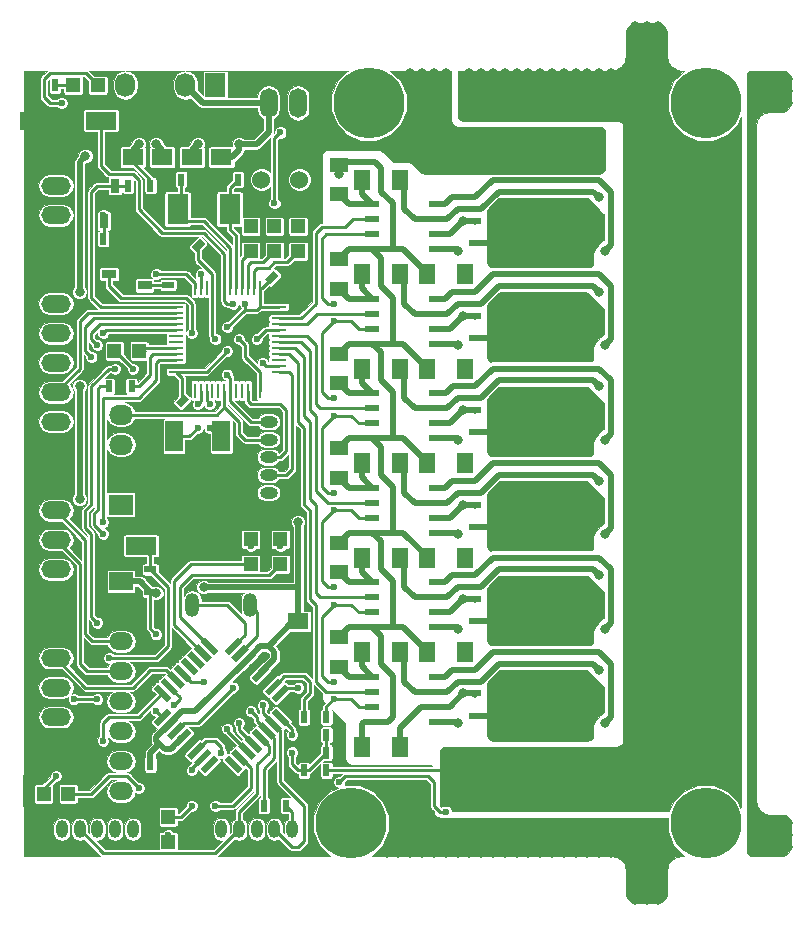
<source format=gbr>
G04 #@! TF.FileFunction,Copper,L1,Top,Signal*
%FSLAX46Y46*%
G04 Gerber Fmt 4.6, Leading zero omitted, Abs format (unit mm)*
G04 Created by KiCad (PCBNEW 4.0.7) date 10/26/17 16:00:21*
%MOMM*%
%LPD*%
G01*
G04 APERTURE LIST*
%ADD10C,0.100000*%
%ADD11R,1.727200X2.032000*%
%ADD12O,1.727200X2.032000*%
%ADD13R,1.300000X1.300000*%
%ADD14C,1.300000*%
%ADD15O,1.500000X2.500000*%
%ADD16O,1.000000X1.524000*%
%ADD17R,1.800000X2.600000*%
%ADD18R,1.198880X1.198880*%
%ADD19R,1.500000X1.300000*%
%ADD20O,1.524000X1.000000*%
%ADD21R,0.250000X1.300000*%
%ADD22R,1.300000X0.250000*%
%ADD23R,2.032000X1.727200*%
%ADD24O,2.032000X1.727200*%
%ADD25R,0.800100X1.200000*%
%ADD26O,2.500000X1.500000*%
%ADD27R,1.500000X2.600000*%
%ADD28R,2.600000X1.500000*%
%ADD29R,0.600000X1.000000*%
%ADD30R,1.000000X0.600000*%
%ADD31R,1.800000X1.400000*%
%ADD32R,1.400000X1.800000*%
%ADD33R,1.300000X0.600000*%
%ADD34C,1.524000*%
%ADD35O,1.200000X2.000000*%
%ADD36R,2.000000X1.500000*%
%ADD37O,2.000000X1.500000*%
%ADD38R,1.200000X0.800100*%
%ADD39C,6.000000*%
%ADD40C,0.800000*%
%ADD41C,0.600000*%
%ADD42C,0.250000*%
%ADD43C,0.500000*%
%ADD44C,0.800000*%
%ADD45C,0.026000*%
G04 APERTURE END LIST*
D10*
D11*
X32500000Y-8000000D03*
D12*
X29960000Y-8000000D03*
X27420000Y-8000000D03*
X24880000Y-8000000D03*
D10*
G36*
X38356334Y-58714555D02*
X38745243Y-59103464D01*
X37613872Y-60234835D01*
X37224963Y-59845926D01*
X38356334Y-58714555D01*
X38356334Y-58714555D01*
G37*
G36*
X37790648Y-58148870D02*
X38179557Y-58537779D01*
X37048186Y-59669150D01*
X36659277Y-59280241D01*
X37790648Y-58148870D01*
X37790648Y-58148870D01*
G37*
G36*
X37224963Y-57583184D02*
X37613872Y-57972093D01*
X36482501Y-59103464D01*
X36093592Y-58714555D01*
X37224963Y-57583184D01*
X37224963Y-57583184D01*
G37*
G36*
X36659278Y-57017499D02*
X37048187Y-57406408D01*
X35916816Y-58537779D01*
X35527907Y-58148870D01*
X36659278Y-57017499D01*
X36659278Y-57017499D01*
G37*
G36*
X36093592Y-56451813D02*
X36482501Y-56840722D01*
X35351130Y-57972093D01*
X34962221Y-57583184D01*
X36093592Y-56451813D01*
X36093592Y-56451813D01*
G37*
G36*
X35527907Y-55886128D02*
X35916816Y-56275037D01*
X34785445Y-57406408D01*
X34396536Y-57017499D01*
X35527907Y-55886128D01*
X35527907Y-55886128D01*
G37*
G36*
X34962221Y-55320443D02*
X35351130Y-55709352D01*
X34219759Y-56840723D01*
X33830850Y-56451814D01*
X34962221Y-55320443D01*
X34962221Y-55320443D01*
G37*
G36*
X34396536Y-54754757D02*
X34785445Y-55143666D01*
X33654074Y-56275037D01*
X33265165Y-55886128D01*
X34396536Y-54754757D01*
X34396536Y-54754757D01*
G37*
G36*
X31214555Y-55143666D02*
X31603464Y-54754757D01*
X32734835Y-55886128D01*
X32345926Y-56275037D01*
X31214555Y-55143666D01*
X31214555Y-55143666D01*
G37*
G36*
X30648870Y-55709352D02*
X31037779Y-55320443D01*
X32169150Y-56451814D01*
X31780241Y-56840723D01*
X30648870Y-55709352D01*
X30648870Y-55709352D01*
G37*
G36*
X30083184Y-56275037D02*
X30472093Y-55886128D01*
X31603464Y-57017499D01*
X31214555Y-57406408D01*
X30083184Y-56275037D01*
X30083184Y-56275037D01*
G37*
G36*
X29517499Y-56840722D02*
X29906408Y-56451813D01*
X31037779Y-57583184D01*
X30648870Y-57972093D01*
X29517499Y-56840722D01*
X29517499Y-56840722D01*
G37*
G36*
X28951813Y-57406408D02*
X29340722Y-57017499D01*
X30472093Y-58148870D01*
X30083184Y-58537779D01*
X28951813Y-57406408D01*
X28951813Y-57406408D01*
G37*
G36*
X28386128Y-57972093D02*
X28775037Y-57583184D01*
X29906408Y-58714555D01*
X29517499Y-59103464D01*
X28386128Y-57972093D01*
X28386128Y-57972093D01*
G37*
G36*
X27820443Y-58537779D02*
X28209352Y-58148870D01*
X29340723Y-59280241D01*
X28951814Y-59669150D01*
X27820443Y-58537779D01*
X27820443Y-58537779D01*
G37*
G36*
X27254757Y-59103464D02*
X27643666Y-58714555D01*
X28775037Y-59845926D01*
X28386128Y-60234835D01*
X27254757Y-59103464D01*
X27254757Y-59103464D01*
G37*
G36*
X28386128Y-60765165D02*
X28775037Y-61154074D01*
X27643666Y-62285445D01*
X27254757Y-61896536D01*
X28386128Y-60765165D01*
X28386128Y-60765165D01*
G37*
G36*
X28951814Y-61330850D02*
X29340723Y-61719759D01*
X28209352Y-62851130D01*
X27820443Y-62462221D01*
X28951814Y-61330850D01*
X28951814Y-61330850D01*
G37*
G36*
X29517499Y-61896536D02*
X29906408Y-62285445D01*
X28775037Y-63416816D01*
X28386128Y-63027907D01*
X29517499Y-61896536D01*
X29517499Y-61896536D01*
G37*
G36*
X30083184Y-62462221D02*
X30472093Y-62851130D01*
X29340722Y-63982501D01*
X28951813Y-63593592D01*
X30083184Y-62462221D01*
X30083184Y-62462221D01*
G37*
G36*
X30648870Y-63027907D02*
X31037779Y-63416816D01*
X29906408Y-64548187D01*
X29517499Y-64159278D01*
X30648870Y-63027907D01*
X30648870Y-63027907D01*
G37*
G36*
X31214555Y-63593592D02*
X31603464Y-63982501D01*
X30472093Y-65113872D01*
X30083184Y-64724963D01*
X31214555Y-63593592D01*
X31214555Y-63593592D01*
G37*
G36*
X31780241Y-64159277D02*
X32169150Y-64548186D01*
X31037779Y-65679557D01*
X30648870Y-65290648D01*
X31780241Y-64159277D01*
X31780241Y-64159277D01*
G37*
G36*
X32345926Y-64724963D02*
X32734835Y-65113872D01*
X31603464Y-66245243D01*
X31214555Y-65856334D01*
X32345926Y-64724963D01*
X32345926Y-64724963D01*
G37*
G36*
X33265165Y-65113872D02*
X33654074Y-64724963D01*
X34785445Y-65856334D01*
X34396536Y-66245243D01*
X33265165Y-65113872D01*
X33265165Y-65113872D01*
G37*
G36*
X33830850Y-64548186D02*
X34219759Y-64159277D01*
X35351130Y-65290648D01*
X34962221Y-65679557D01*
X33830850Y-64548186D01*
X33830850Y-64548186D01*
G37*
G36*
X34396536Y-63982501D02*
X34785445Y-63593592D01*
X35916816Y-64724963D01*
X35527907Y-65113872D01*
X34396536Y-63982501D01*
X34396536Y-63982501D01*
G37*
G36*
X34962221Y-63416816D02*
X35351130Y-63027907D01*
X36482501Y-64159278D01*
X36093592Y-64548187D01*
X34962221Y-63416816D01*
X34962221Y-63416816D01*
G37*
G36*
X35527907Y-62851130D02*
X35916816Y-62462221D01*
X37048187Y-63593592D01*
X36659278Y-63982501D01*
X35527907Y-62851130D01*
X35527907Y-62851130D01*
G37*
G36*
X36093592Y-62285445D02*
X36482501Y-61896536D01*
X37613872Y-63027907D01*
X37224963Y-63416816D01*
X36093592Y-62285445D01*
X36093592Y-62285445D01*
G37*
G36*
X36659277Y-61719759D02*
X37048186Y-61330850D01*
X38179557Y-62462221D01*
X37790648Y-62851130D01*
X36659277Y-61719759D01*
X36659277Y-61719759D01*
G37*
G36*
X37224963Y-61154074D02*
X37613872Y-60765165D01*
X38745243Y-61896536D01*
X38356334Y-62285445D01*
X37224963Y-61154074D01*
X37224963Y-61154074D01*
G37*
D13*
X54000000Y-9000000D03*
D14*
X54000000Y-14000000D03*
D15*
X39500000Y-9500000D03*
X37000000Y-9500000D03*
D16*
X31500000Y-71000000D03*
X33000000Y-71000000D03*
X34500000Y-71000000D03*
X36000000Y-71000000D03*
X37500000Y-71000000D03*
X39000000Y-71000000D03*
D17*
X33700000Y-18500000D03*
X29300000Y-18500000D03*
D18*
X22549020Y-8000000D03*
X20450980Y-8000000D03*
X39500000Y-22049020D03*
X39500000Y-19950980D03*
D19*
X43000000Y-17250000D03*
X43000000Y-14750000D03*
X43000000Y-25250000D03*
X43000000Y-22750000D03*
D20*
X37000000Y-44000000D03*
X37000000Y-42500000D03*
X37000000Y-41000000D03*
X37000000Y-39500000D03*
X37000000Y-38000000D03*
X37000000Y-36500000D03*
D21*
X36250000Y-25150000D03*
X35750000Y-25150000D03*
X35250000Y-25150000D03*
X34750000Y-25150000D03*
X34250000Y-25150000D03*
X33750000Y-25150000D03*
X33250000Y-25150000D03*
X32750000Y-25150000D03*
X32250000Y-25150000D03*
X31750000Y-25150000D03*
X31250000Y-25150000D03*
X30750000Y-25150000D03*
D22*
X29150000Y-26750000D03*
X29150000Y-27250000D03*
X29150000Y-27750000D03*
X29150000Y-28250000D03*
X29150000Y-28750000D03*
X29150000Y-29250000D03*
X29150000Y-29750000D03*
X29150000Y-30250000D03*
X29150000Y-30750000D03*
X29150000Y-31250000D03*
X29150000Y-31750000D03*
X29150000Y-32250000D03*
D21*
X30750000Y-33850000D03*
X31250000Y-33850000D03*
X31750000Y-33850000D03*
X32250000Y-33850000D03*
X32750000Y-33850000D03*
X33250000Y-33850000D03*
X33750000Y-33850000D03*
X34250000Y-33850000D03*
X34750000Y-33850000D03*
X35250000Y-33850000D03*
X35750000Y-33850000D03*
X36250000Y-33850000D03*
D22*
X37850000Y-32250000D03*
X37850000Y-31750000D03*
X37850000Y-31250000D03*
X37850000Y-30750000D03*
X37850000Y-30250000D03*
X37850000Y-29750000D03*
X37850000Y-29250000D03*
X37850000Y-28750000D03*
X37850000Y-28250000D03*
X37850000Y-27750000D03*
X37850000Y-27250000D03*
X37850000Y-26750000D03*
D19*
X43000000Y-33250000D03*
X43000000Y-30750000D03*
X43000000Y-41250000D03*
X43000000Y-38750000D03*
X43000000Y-49250000D03*
X43000000Y-46750000D03*
X43000000Y-57250000D03*
X43000000Y-54750000D03*
D23*
X24500000Y-43500000D03*
D24*
X24500000Y-40960000D03*
X24500000Y-38420000D03*
X24500000Y-35880000D03*
D13*
X64500000Y-9000000D03*
D14*
X64500000Y-14000000D03*
D13*
X52500000Y-66000000D03*
D14*
X52500000Y-71000000D03*
D13*
X63000000Y-66000000D03*
D14*
X63000000Y-71000000D03*
D18*
X37500000Y-22049020D03*
X37500000Y-19950980D03*
X35500000Y-22049020D03*
X35500000Y-19950980D03*
D25*
X23050000Y-19501140D03*
X24950000Y-19501140D03*
X24000000Y-16498860D03*
D26*
X19000000Y-44000000D03*
X19000000Y-46500000D03*
X19000000Y-49000000D03*
X19000000Y-51500000D03*
X19000000Y-16500000D03*
X19000000Y-19000000D03*
X19000000Y-21500000D03*
X19000000Y-26500000D03*
X19000000Y-29000000D03*
X19000000Y-31500000D03*
X19000000Y-34000000D03*
X19000000Y-36500000D03*
X19000000Y-39000000D03*
D27*
X33000000Y-43300000D03*
X33000000Y-37700000D03*
X29000000Y-43300000D03*
X29000000Y-37700000D03*
D28*
X17200000Y-11000000D03*
X22800000Y-11000000D03*
X31800000Y-47000000D03*
X26200000Y-47000000D03*
D18*
X26049020Y-30500000D03*
X23950980Y-30500000D03*
D29*
X34400000Y-16000000D03*
X32500000Y-16000000D03*
X29600000Y-16000000D03*
X31500000Y-16000000D03*
D10*
G36*
X32952081Y-22744975D02*
X32244975Y-23452081D01*
X31820711Y-23027817D01*
X32527817Y-22320711D01*
X32952081Y-22744975D01*
X32952081Y-22744975D01*
G37*
G36*
X31608578Y-21401472D02*
X30901472Y-22108578D01*
X30477208Y-21684314D01*
X31184314Y-20977208D01*
X31608578Y-21401472D01*
X31608578Y-21401472D01*
G37*
G36*
X39202081Y-25494975D02*
X38494975Y-26202081D01*
X38070711Y-25777817D01*
X38777817Y-25070711D01*
X39202081Y-25494975D01*
X39202081Y-25494975D01*
G37*
G36*
X37858578Y-24151472D02*
X37151472Y-24858578D01*
X36727208Y-24434314D01*
X37434314Y-23727208D01*
X37858578Y-24151472D01*
X37858578Y-24151472D01*
G37*
G36*
X27797919Y-33505025D02*
X28505025Y-32797919D01*
X28929289Y-33222183D01*
X28222183Y-33929289D01*
X27797919Y-33505025D01*
X27797919Y-33505025D01*
G37*
G36*
X29141422Y-34848528D02*
X29848528Y-34141422D01*
X30272792Y-34565686D01*
X29565686Y-35272792D01*
X29141422Y-34848528D01*
X29141422Y-34848528D01*
G37*
D29*
X41900000Y-64500000D03*
X40000000Y-64500000D03*
X28900000Y-65500000D03*
X27000000Y-65500000D03*
X18900000Y-8000000D03*
X17000000Y-8000000D03*
D30*
X54500000Y-53400000D03*
X54500000Y-51500000D03*
X54500000Y-61400000D03*
X54500000Y-59500000D03*
X54500000Y-21400000D03*
X54500000Y-19500000D03*
X54500000Y-29400000D03*
X54500000Y-27500000D03*
X54500000Y-37400000D03*
X54500000Y-35500000D03*
X54500000Y-45400000D03*
X54500000Y-43500000D03*
D29*
X41900000Y-66000000D03*
X40000000Y-66000000D03*
X41900000Y-63000000D03*
X40000000Y-63000000D03*
D30*
X27000000Y-50900000D03*
X27000000Y-49000000D03*
D29*
X25400000Y-33500000D03*
X23500000Y-33500000D03*
X24900000Y-21000000D03*
X23000000Y-21000000D03*
X25100000Y-16500000D03*
X27000000Y-16500000D03*
D31*
X28000000Y-14100000D03*
X28000000Y-10900000D03*
X25500000Y-14100000D03*
X25500000Y-10900000D03*
D32*
X48100000Y-16000000D03*
X44900000Y-16000000D03*
X48100000Y-64000000D03*
X44900000Y-64000000D03*
X53600000Y-24000000D03*
X50400000Y-24000000D03*
X48100000Y-24000000D03*
X44900000Y-24000000D03*
X53600000Y-32000000D03*
X50400000Y-32000000D03*
X53600000Y-40000000D03*
X50400000Y-40000000D03*
X53600000Y-48000000D03*
X50400000Y-48000000D03*
X53600000Y-56000000D03*
X50400000Y-56000000D03*
X48100000Y-32000000D03*
X44900000Y-32000000D03*
X48100000Y-40000000D03*
X44900000Y-40000000D03*
X48100000Y-48000000D03*
X44900000Y-48000000D03*
X48100000Y-56000000D03*
X44900000Y-56000000D03*
D31*
X33000000Y-14100000D03*
X33000000Y-10900000D03*
X30500000Y-14100000D03*
X30500000Y-10900000D03*
X39500000Y-53400000D03*
X39500000Y-56600000D03*
D33*
X45800000Y-50095000D03*
X45800000Y-51365000D03*
X45800000Y-52635000D03*
X45800000Y-53905000D03*
X51200000Y-53905000D03*
X51200000Y-52635000D03*
X51200000Y-51365000D03*
X51200000Y-50095000D03*
X45800000Y-58095000D03*
X45800000Y-59365000D03*
X45800000Y-60635000D03*
X45800000Y-61905000D03*
X51200000Y-61905000D03*
X51200000Y-60635000D03*
X51200000Y-59365000D03*
X51200000Y-58095000D03*
X45800000Y-18095000D03*
X45800000Y-19365000D03*
X45800000Y-20635000D03*
X45800000Y-21905000D03*
X51200000Y-21905000D03*
X51200000Y-20635000D03*
X51200000Y-19365000D03*
X51200000Y-18095000D03*
X45800000Y-26095000D03*
X45800000Y-27365000D03*
X45800000Y-28635000D03*
X45800000Y-29905000D03*
X51200000Y-29905000D03*
X51200000Y-28635000D03*
X51200000Y-27365000D03*
X51200000Y-26095000D03*
X45800000Y-34095000D03*
X45800000Y-35365000D03*
X45800000Y-36635000D03*
X45800000Y-37905000D03*
X51200000Y-37905000D03*
X51200000Y-36635000D03*
X51200000Y-35365000D03*
X51200000Y-34095000D03*
X45800000Y-42095000D03*
X45800000Y-43365000D03*
X45800000Y-44635000D03*
X45800000Y-45905000D03*
X51200000Y-45905000D03*
X51200000Y-44635000D03*
X51200000Y-43365000D03*
X51200000Y-42095000D03*
D29*
X41900000Y-61500000D03*
X40000000Y-61500000D03*
D34*
X79000000Y-71500000D03*
D18*
X28500000Y-69950980D03*
X28500000Y-72049020D03*
X20049020Y-68000000D03*
X17950980Y-68000000D03*
D35*
X35440940Y-52000000D03*
X30559060Y-52000000D03*
D34*
X36400000Y-16000000D03*
X39600000Y-16000000D03*
D29*
X36600000Y-69000000D03*
X38500000Y-69000000D03*
D16*
X18000000Y-71000000D03*
X19500000Y-71000000D03*
X21000000Y-71000000D03*
X22500000Y-71000000D03*
X24000000Y-71000000D03*
X25500000Y-71000000D03*
D26*
X19000000Y-56500000D03*
X19000000Y-59000000D03*
X19000000Y-61500000D03*
X19000000Y-64000000D03*
D36*
X24500000Y-50000000D03*
D37*
X24500000Y-52540000D03*
X24500000Y-55080000D03*
X24500000Y-57620000D03*
X24500000Y-60160000D03*
X24500000Y-62700000D03*
X24500000Y-65240000D03*
X24500000Y-67780000D03*
D18*
X38000000Y-48549020D03*
X38000000Y-46450980D03*
X35500000Y-48549020D03*
X35500000Y-46450980D03*
D38*
X26501140Y-24950000D03*
X26501140Y-23050000D03*
X23498860Y-24000000D03*
D30*
X28500000Y-24900000D03*
X28500000Y-23000000D03*
D39*
X74000000Y-9500000D03*
X74000000Y-70500000D03*
X44000000Y-70500000D03*
X45500000Y-9500000D03*
D40*
X20000000Y-42000000D03*
X49000000Y-7000000D03*
X50000000Y-7000000D03*
X51000000Y-7000000D03*
X52000000Y-7000000D03*
D41*
X33000000Y-27500000D03*
X39000000Y-25000000D03*
X27500000Y-34000000D03*
X39500000Y-67500000D03*
D40*
X71000000Y-73000000D03*
X70000000Y-73000000D03*
X69000000Y-73000000D03*
X68000000Y-73000000D03*
X67000000Y-73000000D03*
X66000000Y-73000000D03*
X65000000Y-73000000D03*
X64000000Y-73000000D03*
X63000000Y-73000000D03*
X62000000Y-73000000D03*
X61000000Y-73000000D03*
X60000000Y-73000000D03*
X59000000Y-73000000D03*
X58000000Y-73000000D03*
X47000000Y-73000000D03*
X48000000Y-73000000D03*
X49000000Y-73000000D03*
X50000000Y-73000000D03*
X51000000Y-73000000D03*
X52000000Y-73000000D03*
X53000000Y-73000000D03*
X54000000Y-73000000D03*
X55000000Y-73000000D03*
X56000000Y-73000000D03*
X57000000Y-73000000D03*
X59000000Y-15000000D03*
X60000000Y-15000000D03*
X61000000Y-15000000D03*
X62000000Y-15000000D03*
X63000000Y-15000000D03*
X64000000Y-15000000D03*
X55000000Y-15000000D03*
X56000000Y-15000000D03*
X57000000Y-15000000D03*
X58000000Y-15000000D03*
X39500000Y-55500000D03*
X20000000Y-11000000D03*
X30000000Y-11000000D03*
D41*
X35000000Y-28000000D03*
D40*
X70000000Y-77000000D03*
X70000000Y-76000000D03*
X70000000Y-75000000D03*
X70000000Y-74000000D03*
X69000000Y-74000000D03*
X69000000Y-75000000D03*
X69000000Y-76000000D03*
X69000000Y-77000000D03*
X68000000Y-77000000D03*
X68000000Y-76000000D03*
X68000000Y-75000000D03*
X68000000Y-74000000D03*
X53600000Y-56000000D03*
X53600000Y-48000000D03*
X53600000Y-40000000D03*
X53600000Y-32000000D03*
X53600000Y-24000000D03*
X53500000Y-59500000D03*
X53500000Y-51500000D03*
X53500000Y-43500000D03*
X53500000Y-35500000D03*
X53500000Y-27500000D03*
X53500000Y-19500000D03*
D41*
X34000000Y-26500000D03*
D40*
X21500000Y-14000000D03*
X21000000Y-25500000D03*
X21000000Y-43000000D03*
X21000000Y-33500000D03*
D41*
X35000000Y-26500000D03*
X19500000Y-9500000D03*
D40*
X26000000Y-13000000D03*
D41*
X33500000Y-28500000D03*
X34500000Y-29500000D03*
X33500000Y-30500000D03*
X32500000Y-29500000D03*
D40*
X27500000Y-51000000D03*
X31500000Y-50500000D03*
X39500000Y-45000000D03*
D41*
X27500000Y-54500000D03*
D40*
X27500000Y-13000000D03*
X64000000Y-18500000D03*
X63000000Y-18500000D03*
X63000000Y-19500000D03*
X64000000Y-19500000D03*
X65000000Y-19500000D03*
X65000000Y-20500000D03*
X64000000Y-20500000D03*
X63000000Y-20500000D03*
X65000000Y-17500000D03*
X62000000Y-19000000D03*
X60000000Y-18000000D03*
X61000000Y-18000000D03*
X62000000Y-18000000D03*
X59000000Y-18000000D03*
X58000000Y-18000000D03*
X57000000Y-18000000D03*
X56000000Y-21000000D03*
X57000000Y-21000000D03*
X58000000Y-21000000D03*
X59000000Y-21000000D03*
X60000000Y-21000000D03*
X61000000Y-21000000D03*
X62000000Y-21000000D03*
X62000000Y-20000000D03*
X61000000Y-20000000D03*
X60000000Y-20000000D03*
X59000000Y-20000000D03*
X58000000Y-20000000D03*
X57000000Y-20000000D03*
X56000000Y-20000000D03*
X56000000Y-19000000D03*
X57000000Y-19000000D03*
X58000000Y-19000000D03*
X59000000Y-19000000D03*
X60000000Y-19000000D03*
X61000000Y-19000000D03*
X56000000Y-23000000D03*
X57000000Y-23000000D03*
X58000000Y-23000000D03*
X59000000Y-23000000D03*
X60000000Y-23000000D03*
X61000000Y-23000000D03*
X62000000Y-23000000D03*
X62000000Y-22000000D03*
X61000000Y-22000000D03*
X60000000Y-22000000D03*
X59000000Y-22000000D03*
X58000000Y-22000000D03*
X57000000Y-22000000D03*
X56000000Y-22000000D03*
X64000000Y-26500000D03*
X63000000Y-26500000D03*
X63000000Y-27500000D03*
X64000000Y-27500000D03*
X65000000Y-27500000D03*
X65000000Y-28500000D03*
X64000000Y-28500000D03*
X63000000Y-28500000D03*
X56000000Y-28000000D03*
X58000000Y-27000000D03*
X57000000Y-27000000D03*
X56000000Y-27000000D03*
X59000000Y-27000000D03*
X60000000Y-27000000D03*
X61000000Y-27000000D03*
X62000000Y-27000000D03*
X62000000Y-26000000D03*
X61000000Y-26000000D03*
X60000000Y-26000000D03*
X59000000Y-26000000D03*
X58000000Y-26000000D03*
X57000000Y-26000000D03*
X58000000Y-29000000D03*
X57000000Y-29000000D03*
X56000000Y-29000000D03*
X59000000Y-29000000D03*
X60000000Y-29000000D03*
X61000000Y-29000000D03*
X62000000Y-29000000D03*
X62000000Y-28000000D03*
X61000000Y-28000000D03*
X60000000Y-28000000D03*
X59000000Y-28000000D03*
X58000000Y-28000000D03*
X57000000Y-28000000D03*
X56000000Y-31000000D03*
X57000000Y-31000000D03*
X58000000Y-31000000D03*
X59000000Y-31000000D03*
X60000000Y-31000000D03*
X61000000Y-31000000D03*
X62000000Y-31000000D03*
X62000000Y-30000000D03*
X61000000Y-30000000D03*
X60000000Y-30000000D03*
X59000000Y-30000000D03*
X58000000Y-30000000D03*
X57000000Y-30000000D03*
X56000000Y-30000000D03*
X65000000Y-25500000D03*
D41*
X39500000Y-20000000D03*
X33500000Y-32500000D03*
D40*
X65500000Y-22000000D03*
X53000000Y-22000000D03*
X65500000Y-30000000D03*
X53000000Y-30000000D03*
X67000000Y-65000000D03*
X66000000Y-65000000D03*
X65000000Y-65000000D03*
X64000000Y-65000000D03*
X63000000Y-65000000D03*
X62000000Y-65000000D03*
X61000000Y-65000000D03*
X60000000Y-65000000D03*
X59000000Y-65000000D03*
X58000000Y-65000000D03*
X57000000Y-65000000D03*
X56000000Y-65000000D03*
X55000000Y-65000000D03*
X54000000Y-65000000D03*
X53000000Y-65000000D03*
X74000000Y-23000000D03*
X74000000Y-22000000D03*
X74000000Y-21000000D03*
X74000000Y-20000000D03*
X74000000Y-19000000D03*
X74000000Y-18000000D03*
X74000000Y-17000000D03*
X74000000Y-16000000D03*
X74000000Y-32000000D03*
X74000000Y-24000000D03*
X74000000Y-25000000D03*
X74000000Y-26000000D03*
X74000000Y-27000000D03*
X74000000Y-28000000D03*
X74000000Y-29000000D03*
X74000000Y-30000000D03*
X74000000Y-31000000D03*
X54000000Y-8000000D03*
X54000000Y-7000000D03*
X55000000Y-7000000D03*
X56000000Y-7000000D03*
X57000000Y-7000000D03*
X58000000Y-7000000D03*
X59000000Y-7000000D03*
X60000000Y-7000000D03*
X61000000Y-7000000D03*
X62000000Y-7000000D03*
X63000000Y-7000000D03*
X64000000Y-7000000D03*
X65000000Y-7000000D03*
X66000000Y-7000000D03*
X70000000Y-7000000D03*
X69000000Y-7000000D03*
X68000000Y-7000000D03*
X67000000Y-7000000D03*
X54000000Y-10000000D03*
X74000000Y-49000000D03*
X74000000Y-48000000D03*
X74000000Y-47000000D03*
X74000000Y-46000000D03*
X74000000Y-45000000D03*
X74000000Y-44000000D03*
X74000000Y-43000000D03*
X74000000Y-42000000D03*
X74000000Y-41000000D03*
X74000000Y-40000000D03*
X74000000Y-64000000D03*
X74000000Y-63000000D03*
X74000000Y-62000000D03*
X74000000Y-61000000D03*
X74000000Y-60000000D03*
X74000000Y-59000000D03*
X74000000Y-58000000D03*
X74000000Y-57000000D03*
X74000000Y-56000000D03*
X73000000Y-64000000D03*
X74000000Y-50000000D03*
X74000000Y-51000000D03*
X74000000Y-52000000D03*
X74000000Y-53000000D03*
X74000000Y-54000000D03*
X74000000Y-55000000D03*
X74000000Y-33000000D03*
X74000000Y-34000000D03*
X74000000Y-35000000D03*
X74000000Y-36000000D03*
X74000000Y-37000000D03*
X74000000Y-38000000D03*
X74000000Y-39000000D03*
X68000000Y-64000000D03*
X69000000Y-64000000D03*
X70000000Y-64000000D03*
X71000000Y-64000000D03*
X72000000Y-64000000D03*
X68000000Y-6000000D03*
X68000000Y-5000000D03*
X68000000Y-4000000D03*
X68000000Y-3000000D03*
X69000000Y-3000000D03*
X69000000Y-4000000D03*
X69000000Y-5000000D03*
X69000000Y-6000000D03*
X70000000Y-6000000D03*
X70000000Y-5000000D03*
X70000000Y-3000000D03*
X70000000Y-4000000D03*
X73000000Y-24000000D03*
X72000000Y-24000000D03*
X71000000Y-24000000D03*
X70000000Y-24000000D03*
X69000000Y-24000000D03*
X68000000Y-24000000D03*
X68000000Y-32000000D03*
X69000000Y-32000000D03*
X70000000Y-32000000D03*
X71000000Y-32000000D03*
X72000000Y-32000000D03*
X73000000Y-32000000D03*
X68000000Y-40000000D03*
X69000000Y-40000000D03*
X70000000Y-40000000D03*
X71000000Y-40000000D03*
X72000000Y-40000000D03*
X73000000Y-40000000D03*
X68000000Y-48000000D03*
X69000000Y-48000000D03*
X70000000Y-48000000D03*
X71000000Y-48000000D03*
X72000000Y-48000000D03*
X73000000Y-48000000D03*
X68000000Y-56000000D03*
X69000000Y-56000000D03*
X70000000Y-56000000D03*
X71000000Y-56000000D03*
X72000000Y-56000000D03*
X73000000Y-56000000D03*
X69000000Y-16000000D03*
X70000000Y-16000000D03*
X71000000Y-16000000D03*
X72000000Y-16000000D03*
X73000000Y-16000000D03*
X68000000Y-16000000D03*
X64000000Y-34500000D03*
X63000000Y-34500000D03*
X63000000Y-35500000D03*
X64000000Y-35500000D03*
X65000000Y-35500000D03*
X65000000Y-36500000D03*
X64000000Y-36500000D03*
X63000000Y-36500000D03*
X56000000Y-36000000D03*
X58000000Y-35000000D03*
X57000000Y-35000000D03*
X56000000Y-35000000D03*
X59000000Y-35000000D03*
X60000000Y-35000000D03*
X61000000Y-35000000D03*
X62000000Y-35000000D03*
X62000000Y-34000000D03*
X61000000Y-34000000D03*
X60000000Y-34000000D03*
X59000000Y-34000000D03*
X58000000Y-34000000D03*
X57000000Y-34000000D03*
X58000000Y-37000000D03*
X57000000Y-37000000D03*
X56000000Y-37000000D03*
X59000000Y-37000000D03*
X60000000Y-37000000D03*
X61000000Y-37000000D03*
X62000000Y-37000000D03*
X62000000Y-36000000D03*
X61000000Y-36000000D03*
X60000000Y-36000000D03*
X59000000Y-36000000D03*
X58000000Y-36000000D03*
X57000000Y-36000000D03*
X56000000Y-39000000D03*
X57000000Y-39000000D03*
X58000000Y-39000000D03*
X59000000Y-39000000D03*
X60000000Y-39000000D03*
X61000000Y-39000000D03*
X62000000Y-39000000D03*
X62000000Y-38000000D03*
X61000000Y-38000000D03*
X60000000Y-38000000D03*
X59000000Y-38000000D03*
X58000000Y-38000000D03*
X57000000Y-38000000D03*
X56000000Y-38000000D03*
X65000000Y-33500000D03*
X64000000Y-42500000D03*
X63000000Y-42500000D03*
X63000000Y-43500000D03*
X64000000Y-43500000D03*
X65000000Y-43500000D03*
X65000000Y-44500000D03*
X64000000Y-44500000D03*
X63000000Y-44500000D03*
X62000000Y-43000000D03*
X62000000Y-42000000D03*
X61000000Y-42000000D03*
X60000000Y-42000000D03*
X59000000Y-42000000D03*
X58000000Y-42000000D03*
X57000000Y-42000000D03*
X59000000Y-43000000D03*
X56000000Y-47000000D03*
X57000000Y-47000000D03*
X58000000Y-47000000D03*
X59000000Y-47000000D03*
X60000000Y-47000000D03*
X61000000Y-47000000D03*
X62000000Y-47000000D03*
X62000000Y-46000000D03*
X61000000Y-46000000D03*
X60000000Y-46000000D03*
X59000000Y-46000000D03*
X58000000Y-46000000D03*
X57000000Y-46000000D03*
X56000000Y-46000000D03*
X56000000Y-45000000D03*
X57000000Y-45000000D03*
X58000000Y-45000000D03*
X59000000Y-45000000D03*
X60000000Y-45000000D03*
X61000000Y-45000000D03*
X62000000Y-45000000D03*
X62000000Y-44000000D03*
X61000000Y-44000000D03*
X60000000Y-44000000D03*
X59000000Y-44000000D03*
X58000000Y-44000000D03*
X57000000Y-44000000D03*
X56000000Y-44000000D03*
X56000000Y-43000000D03*
X57000000Y-43000000D03*
X58000000Y-43000000D03*
X60000000Y-43000000D03*
X61000000Y-43000000D03*
X65000000Y-41500000D03*
X64000000Y-50500000D03*
X63000000Y-50500000D03*
X63000000Y-51500000D03*
X64000000Y-51500000D03*
X65000000Y-51500000D03*
X65000000Y-52500000D03*
X64000000Y-52500000D03*
X63000000Y-52500000D03*
X57000000Y-52000000D03*
X56000000Y-52000000D03*
X56000000Y-51000000D03*
X57000000Y-51000000D03*
X58000000Y-51000000D03*
X59000000Y-51000000D03*
X60000000Y-51000000D03*
X61000000Y-51000000D03*
X62000000Y-51000000D03*
X62000000Y-50000000D03*
X61000000Y-50000000D03*
X60000000Y-50000000D03*
X59000000Y-50000000D03*
X58000000Y-50000000D03*
X57000000Y-50000000D03*
X56000000Y-53000000D03*
X57000000Y-53000000D03*
X58000000Y-53000000D03*
X59000000Y-53000000D03*
X60000000Y-53000000D03*
X61000000Y-53000000D03*
X62000000Y-53000000D03*
X62000000Y-52000000D03*
X61000000Y-52000000D03*
X60000000Y-52000000D03*
X59000000Y-52000000D03*
X58000000Y-52000000D03*
X56000000Y-55000000D03*
X57000000Y-55000000D03*
X58000000Y-55000000D03*
X59000000Y-55000000D03*
X60000000Y-55000000D03*
X61000000Y-55000000D03*
X62000000Y-55000000D03*
X62000000Y-54000000D03*
X61000000Y-54000000D03*
X60000000Y-54000000D03*
X59000000Y-54000000D03*
X58000000Y-54000000D03*
X57000000Y-54000000D03*
X56000000Y-54000000D03*
X65000000Y-49500000D03*
X64000000Y-58500000D03*
X63000000Y-58500000D03*
X63000000Y-59500000D03*
X64000000Y-59500000D03*
X65000000Y-59500000D03*
X65000000Y-60500000D03*
X64000000Y-60500000D03*
X63000000Y-60500000D03*
X60000000Y-62000000D03*
X59000000Y-62000000D03*
X58000000Y-62000000D03*
X57000000Y-62000000D03*
X56000000Y-62000000D03*
X56000000Y-61000000D03*
X57000000Y-61000000D03*
X58000000Y-61000000D03*
X59000000Y-61000000D03*
X60000000Y-61000000D03*
X61000000Y-61000000D03*
X62000000Y-61000000D03*
X62000000Y-60000000D03*
X61000000Y-60000000D03*
X60000000Y-60000000D03*
X59000000Y-60000000D03*
X58000000Y-60000000D03*
X57000000Y-60000000D03*
X56000000Y-60000000D03*
X56000000Y-59000000D03*
X57000000Y-59000000D03*
X58000000Y-59000000D03*
X59000000Y-59000000D03*
X60000000Y-59000000D03*
X61000000Y-59000000D03*
X62000000Y-59000000D03*
X62000000Y-58000000D03*
X61000000Y-58000000D03*
X60000000Y-58000000D03*
X59000000Y-58000000D03*
X58000000Y-58000000D03*
X57000000Y-58000000D03*
X56000000Y-63000000D03*
X57000000Y-63000000D03*
X58000000Y-63000000D03*
X59000000Y-63000000D03*
X60000000Y-63000000D03*
X61000000Y-63000000D03*
X62000000Y-63000000D03*
X62000000Y-62000000D03*
X61000000Y-62000000D03*
X65000000Y-57500000D03*
X65500000Y-38000000D03*
X53000000Y-38000000D03*
X65500000Y-46000000D03*
X53000000Y-46000000D03*
X65500000Y-54000000D03*
X53000000Y-54000000D03*
X65500000Y-62000000D03*
X53000000Y-62000000D03*
D41*
X33500000Y-62500000D03*
X34500000Y-62000000D03*
X23000000Y-46000000D03*
X35500000Y-61000000D03*
X36500000Y-60500000D03*
X23000000Y-45000000D03*
X39000000Y-64500000D03*
X33000000Y-64500000D03*
X37500000Y-19950980D03*
X35500000Y-20000000D03*
X38000000Y-47000000D03*
X35500000Y-47000000D03*
X29000000Y-60500000D03*
X23000000Y-63500000D03*
X27500000Y-61000000D03*
X39500000Y-59000000D03*
X42500000Y-26500000D03*
X42500000Y-28000000D03*
X42500000Y-36000000D03*
X42500000Y-34500000D03*
X42500000Y-44000000D03*
X42500000Y-42500000D03*
X42500000Y-52000000D03*
X42500000Y-50500000D03*
X42500000Y-58500000D03*
X42500000Y-60000000D03*
X36000000Y-29500000D03*
D40*
X43000000Y-15500000D03*
X31000000Y-13000000D03*
D41*
X39000000Y-63000000D03*
D40*
X34500000Y-13000000D03*
D41*
X23000000Y-19000000D03*
X22000000Y-31000000D03*
X22500000Y-30000000D03*
X23000000Y-29000000D03*
X25500000Y-32000000D03*
X52000000Y-69500000D03*
X43000000Y-67000000D03*
D40*
X81000000Y-9500000D03*
X81000000Y-8500000D03*
X81000000Y-7500000D03*
X80000000Y-7500000D03*
X80000000Y-8500000D03*
X80000000Y-9500000D03*
X79000000Y-9500000D03*
X79000000Y-8500000D03*
X79000000Y-7500000D03*
X78000000Y-7500000D03*
X78000000Y-8500000D03*
X78000000Y-9500000D03*
X78000000Y-70500000D03*
X78000000Y-71500000D03*
X78000000Y-72500000D03*
X79000000Y-72500000D03*
X81000000Y-70500000D03*
X81000000Y-71500000D03*
X81000000Y-72500000D03*
X80000000Y-72500000D03*
X80000000Y-71500000D03*
X80000000Y-70500000D03*
X79000000Y-70500000D03*
X79000000Y-71500000D03*
D41*
X36500000Y-31500000D03*
X31250000Y-24000000D03*
X37500000Y-18000000D03*
X38000000Y-12000000D03*
X34000000Y-59000000D03*
X30500000Y-69000000D03*
X32500000Y-69000000D03*
X28500000Y-71500000D03*
X26000000Y-67500000D03*
X30500000Y-66000000D03*
X19000000Y-66500000D03*
X32000000Y-37000000D03*
X32000000Y-35000000D03*
X31000000Y-37000000D03*
X31000000Y-35000000D03*
X22500000Y-60000000D03*
X31500000Y-58500000D03*
X20500000Y-60000000D03*
X23500000Y-56500000D03*
X30500000Y-29000000D03*
X27500000Y-24000000D03*
X24000000Y-32000000D03*
X22500000Y-53500000D03*
D42*
X32750000Y-25150000D02*
X32750000Y-23250000D01*
X32750000Y-23250000D02*
X32386396Y-22886396D01*
X28500000Y-23000000D02*
X28450000Y-23050000D01*
X28450000Y-23050000D02*
X26501140Y-23050000D01*
D43*
X19000000Y-41000000D02*
X19000000Y-39000000D01*
X20000000Y-42000000D02*
X19000000Y-41000000D01*
X24500000Y-52540000D02*
X23000000Y-51040000D01*
X24500000Y-45000000D02*
X26000000Y-45000000D01*
X24000000Y-45500000D02*
X24500000Y-45000000D01*
X24000000Y-46500000D02*
X24000000Y-45500000D01*
X23000000Y-47500000D02*
X24000000Y-46500000D01*
X23000000Y-51040000D02*
X23000000Y-47500000D01*
X26000000Y-45000000D02*
X27700000Y-43300000D01*
X27700000Y-43300000D02*
X29000000Y-43300000D01*
D42*
X32800000Y-47000000D02*
X32800000Y-43500000D01*
X32800000Y-43500000D02*
X33000000Y-43300000D01*
D43*
X28900000Y-65900000D02*
X31500000Y-68500000D01*
X31500000Y-69500000D02*
X31500000Y-71000000D01*
X31500000Y-68500000D02*
X31500000Y-69500000D01*
X28900000Y-65900000D02*
X28900000Y-65500000D01*
X28900000Y-65500000D02*
X28900000Y-66100000D01*
X25500000Y-69500000D02*
X18000000Y-69500000D01*
X28900000Y-66100000D02*
X25500000Y-69500000D01*
X28900000Y-65500000D02*
X28900000Y-65165686D01*
X28900000Y-65165686D02*
X30277639Y-63788047D01*
X18000000Y-71000000D02*
X18000000Y-69500000D01*
X18000000Y-69500000D02*
X17000000Y-69500000D01*
X17000000Y-69500000D02*
X16500000Y-69000000D01*
X16500000Y-69000000D02*
X16500000Y-66500000D01*
X19000000Y-64000000D02*
X16500000Y-66500000D01*
X35722361Y-57211953D02*
X35000000Y-57934314D01*
X35000000Y-57934314D02*
X35000000Y-59065686D01*
X36853732Y-58343324D02*
X36197056Y-59000000D01*
X34000000Y-60065686D02*
X30277639Y-63788047D01*
X35065686Y-59000000D02*
X35000000Y-59065686D01*
X35000000Y-59065686D02*
X34000000Y-60065686D01*
X36197056Y-59000000D02*
X35065686Y-59000000D01*
D44*
X19000000Y-21500000D02*
X17000000Y-19500000D01*
X17000000Y-23500000D02*
X17000000Y-39000000D01*
X19000000Y-21500000D02*
X17000000Y-23500000D01*
X17000000Y-19500000D02*
X17000000Y-11200000D01*
X19000000Y-51500000D02*
X17000000Y-53500000D01*
X17000000Y-62000000D02*
X19000000Y-64000000D01*
X17000000Y-53500000D02*
X17000000Y-62000000D01*
D42*
X54000000Y-14000000D02*
X52000000Y-14000000D01*
X51000000Y-7000000D02*
X50000000Y-7000000D01*
X52000000Y-14000000D02*
X52000000Y-7000000D01*
X32750000Y-28000000D02*
X32750000Y-27750000D01*
X32750000Y-27750000D02*
X33000000Y-27500000D01*
X39000000Y-25000000D02*
X38636396Y-25363604D01*
X38636396Y-25363604D02*
X38636396Y-25636396D01*
X24900000Y-21000000D02*
X24900000Y-19551140D01*
X24900000Y-19551140D02*
X24950000Y-19501140D01*
D44*
X17200000Y-11000000D02*
X20000000Y-11000000D01*
X17000000Y-11200000D02*
X17200000Y-11000000D01*
D42*
X27500000Y-34000000D02*
X28136396Y-33363604D01*
X28136396Y-33363604D02*
X28363604Y-33363604D01*
X40000000Y-64500000D02*
X40000000Y-63000000D01*
X39500000Y-67500000D02*
X39500000Y-67500000D01*
X69000000Y-73000000D02*
X70000000Y-73000000D01*
X58000000Y-73000000D02*
X57000000Y-73000000D01*
X68000000Y-73000000D02*
X67000000Y-73000000D01*
X66000000Y-73000000D02*
X65000000Y-73000000D01*
X64000000Y-73000000D02*
X63000000Y-73000000D01*
X62000000Y-73000000D02*
X61000000Y-73000000D01*
X60000000Y-73000000D02*
X59000000Y-73000000D01*
X48000000Y-73000000D02*
X47000000Y-73000000D01*
X50000000Y-73000000D02*
X49000000Y-73000000D01*
X52000000Y-73000000D02*
X51000000Y-73000000D01*
X54000000Y-73000000D02*
X53000000Y-73000000D01*
X56000000Y-73000000D02*
X55000000Y-73000000D01*
X60000000Y-15000000D02*
X59000000Y-15000000D01*
X62000000Y-15000000D02*
X61000000Y-15000000D01*
X64000000Y-15000000D02*
X63000000Y-15000000D01*
X56000000Y-15000000D02*
X55000000Y-15000000D01*
X58000000Y-15000000D02*
X57000000Y-15000000D01*
X35750000Y-33000000D02*
X34500000Y-31750000D01*
X34500000Y-31750000D02*
X34500000Y-30500000D01*
D43*
X39500000Y-55500000D02*
X39500000Y-56600000D01*
D42*
X32500000Y-16000000D02*
X31500000Y-16000000D01*
D43*
X20000000Y-11000000D02*
X21500000Y-9500000D01*
X24100000Y-9500000D02*
X25500000Y-10900000D01*
X21500000Y-9500000D02*
X24100000Y-9500000D01*
X30000000Y-11000000D02*
X30100000Y-10900000D01*
X30100000Y-10900000D02*
X30500000Y-10900000D01*
D44*
X27420000Y-8000000D02*
X27420000Y-10320000D01*
X27420000Y-10320000D02*
X28000000Y-10900000D01*
X28000000Y-10900000D02*
X25500000Y-10900000D01*
X30500000Y-10900000D02*
X28000000Y-10900000D01*
X33000000Y-10900000D02*
X30500000Y-10900000D01*
D42*
X35000000Y-28000000D02*
X36000000Y-28000000D01*
X36750000Y-27250000D02*
X37850000Y-27250000D01*
X36000000Y-28000000D02*
X36750000Y-27250000D01*
X17000000Y-8000000D02*
X17000000Y-10800000D01*
X17000000Y-10800000D02*
X17200000Y-11000000D01*
D43*
X33000000Y-43300000D02*
X32300000Y-44000000D01*
X32300000Y-44000000D02*
X29700000Y-44000000D01*
X29700000Y-44000000D02*
X29000000Y-43300000D01*
X36500000Y-44000000D02*
X33700000Y-44000000D01*
X33700000Y-44000000D02*
X33000000Y-43300000D01*
X19000000Y-39000000D02*
X17000000Y-39000000D01*
X33000000Y-43800000D02*
X32800000Y-44000000D01*
X29200000Y-44000000D02*
X29000000Y-43800000D01*
X33000000Y-43800000D02*
X33200000Y-44000000D01*
X38597056Y-56600000D02*
X39500000Y-56600000D01*
D42*
X28363604Y-33363604D02*
X28000000Y-33000000D01*
X28250000Y-31750000D02*
X29150000Y-31750000D01*
X28000000Y-32000000D02*
X28250000Y-31750000D01*
X28000000Y-33000000D02*
X28000000Y-32000000D01*
X38636396Y-25636396D02*
X39000000Y-26000000D01*
X39000000Y-26000000D02*
X39000000Y-27000000D01*
X39000000Y-27000000D02*
X38750000Y-27250000D01*
X38750000Y-27250000D02*
X37850000Y-27250000D01*
X33500000Y-29500000D02*
X34500000Y-30500000D01*
X35750000Y-33000000D02*
X35750000Y-33850000D01*
X32750000Y-25150000D02*
X32750000Y-28000000D01*
X32750000Y-28000000D02*
X32750000Y-28750000D01*
X32750000Y-28750000D02*
X33500000Y-29500000D01*
X29150000Y-31750000D02*
X31250000Y-31750000D01*
X31250000Y-31750000D02*
X33500000Y-29500000D01*
X33500000Y-29500000D02*
X35000000Y-28000000D01*
X70000000Y-76000000D02*
X70000000Y-77000000D01*
X70000000Y-74000000D02*
X70000000Y-75000000D01*
X69000000Y-75000000D02*
X69000000Y-74000000D01*
X69000000Y-77000000D02*
X69000000Y-76000000D01*
X68000000Y-76000000D02*
X68000000Y-77000000D01*
X68000000Y-74000000D02*
X68000000Y-75000000D01*
D44*
X17000000Y-39000000D02*
X17000000Y-49500000D01*
X17000000Y-49500000D02*
X19000000Y-51500000D01*
D43*
X48100000Y-64000000D02*
X48100000Y-62400000D01*
X49865000Y-60635000D02*
X51200000Y-60635000D01*
X48100000Y-62400000D02*
X49865000Y-60635000D01*
X53500000Y-19500000D02*
X54400000Y-19500000D01*
X54400000Y-19500000D02*
X54500000Y-19600000D01*
X53500000Y-27500000D02*
X54400000Y-27500000D01*
X54400000Y-27500000D02*
X54500000Y-27600000D01*
X53500000Y-35500000D02*
X54400000Y-35500000D01*
X54400000Y-35500000D02*
X54500000Y-35600000D01*
X53500000Y-43500000D02*
X54400000Y-43500000D01*
X54400000Y-43500000D02*
X54500000Y-43600000D01*
X53500000Y-51500000D02*
X54400000Y-51500000D01*
X54400000Y-51500000D02*
X54500000Y-51600000D01*
X53500000Y-59500000D02*
X54400000Y-59500000D01*
X54400000Y-59500000D02*
X54500000Y-59600000D01*
X52365000Y-60635000D02*
X51200000Y-60635000D01*
X53500000Y-59500000D02*
X52365000Y-60635000D01*
X52365000Y-52635000D02*
X51200000Y-52635000D01*
X53500000Y-51500000D02*
X52365000Y-52635000D01*
X52365000Y-44635000D02*
X51200000Y-44635000D01*
X53500000Y-43500000D02*
X52365000Y-44635000D01*
X52365000Y-36635000D02*
X51200000Y-36635000D01*
X53500000Y-35500000D02*
X52365000Y-36635000D01*
X52365000Y-28635000D02*
X51200000Y-28635000D01*
X53500000Y-27500000D02*
X52365000Y-28635000D01*
X51200000Y-20635000D02*
X52365000Y-20635000D01*
X52365000Y-20635000D02*
X53500000Y-19500000D01*
X36853732Y-58343324D02*
X38597056Y-56600000D01*
D42*
X33250000Y-25150000D02*
X33250000Y-26250000D01*
X33250000Y-26250000D02*
X33500000Y-26500000D01*
X33500000Y-26500000D02*
X34000000Y-26500000D01*
X33250000Y-26250000D02*
X33500000Y-26500000D01*
X22800000Y-11000000D02*
X22800000Y-14800000D01*
X33250000Y-22250000D02*
X33250000Y-25150000D01*
X31500000Y-20500000D02*
X33250000Y-22250000D01*
X28000000Y-20500000D02*
X31500000Y-20500000D01*
X22800000Y-14800000D02*
X23500000Y-15500000D01*
X26000000Y-18500000D02*
X28000000Y-20500000D01*
X26000000Y-16000000D02*
X26000000Y-18500000D01*
X25500000Y-15500000D02*
X26000000Y-16000000D01*
X23500000Y-15500000D02*
X25500000Y-15500000D01*
X32250000Y-25150000D02*
X32250000Y-24000000D01*
X31042893Y-22792893D02*
X31042893Y-21542893D01*
X32250000Y-24000000D02*
X31042893Y-22792893D01*
D43*
X21000000Y-14500000D02*
X21500000Y-14000000D01*
X21000000Y-25500000D02*
X21000000Y-14500000D01*
X21000000Y-43000000D02*
X21000000Y-33500000D01*
D42*
X35000000Y-26500000D02*
X35000000Y-27000000D01*
X27000000Y-16500000D02*
X27000000Y-16000000D01*
X27000000Y-16000000D02*
X25500000Y-14500000D01*
X25500000Y-14500000D02*
X25500000Y-14100000D01*
X36250000Y-33850000D02*
X36250000Y-32250000D01*
X35000000Y-31000000D02*
X35000000Y-30000000D01*
X36250000Y-32250000D02*
X35000000Y-31000000D01*
X19500000Y-9500000D02*
X18500000Y-9500000D01*
X22549020Y-8000000D02*
X21549020Y-7000000D01*
X21549020Y-7000000D02*
X18500000Y-7000000D01*
X18500000Y-7000000D02*
X18000000Y-7500000D01*
X18000000Y-7500000D02*
X18000000Y-9000000D01*
X18000000Y-9000000D02*
X18500000Y-9500000D01*
D43*
X25500000Y-14100000D02*
X25500000Y-13500000D01*
X25500000Y-13500000D02*
X26000000Y-13000000D01*
D42*
X36435786Y-25150000D02*
X37292893Y-24292893D01*
X36250000Y-25150000D02*
X36435786Y-25150000D01*
X36250000Y-26750000D02*
X36250000Y-25150000D01*
X33500000Y-28500000D02*
X35000000Y-27000000D01*
X36250000Y-26750000D02*
X37850000Y-26750000D01*
X36000000Y-27000000D02*
X36250000Y-26750000D01*
X35000000Y-27000000D02*
X36000000Y-27000000D01*
X29150000Y-32250000D02*
X29707107Y-32807107D01*
X29707107Y-32807107D02*
X29707107Y-34707107D01*
X35000000Y-30000000D02*
X34500000Y-29500000D01*
X31750000Y-32250000D02*
X33500000Y-30500000D01*
X31750000Y-32250000D02*
X29150000Y-32250000D01*
X32250000Y-29250000D02*
X32500000Y-29500000D01*
X32250000Y-29250000D02*
X32250000Y-25150000D01*
X34400000Y-16000000D02*
X33700000Y-16700000D01*
X33700000Y-16700000D02*
X33700000Y-18500000D01*
X33700000Y-18500000D02*
X33700000Y-20200000D01*
X34250000Y-20750000D02*
X34250000Y-25150000D01*
X33700000Y-20200000D02*
X34250000Y-20750000D01*
X28800000Y-18500000D02*
X29800000Y-19500000D01*
X31500000Y-19500000D02*
X33750000Y-21750000D01*
X29800000Y-19500000D02*
X31500000Y-19500000D01*
X33750000Y-21750000D02*
X33750000Y-25150000D01*
X33750000Y-25150000D02*
X33750000Y-21750000D01*
X29600000Y-18300000D02*
X29600000Y-16000000D01*
D43*
X27000000Y-50900000D02*
X27400000Y-50900000D01*
X27400000Y-50900000D02*
X27500000Y-51000000D01*
X31500000Y-50500000D02*
X39500000Y-50500000D01*
X24500000Y-50000000D02*
X26100000Y-50000000D01*
X26100000Y-50000000D02*
X27000000Y-50900000D01*
X39500000Y-45575002D02*
X39500000Y-45000000D01*
D42*
X27000000Y-50900000D02*
X27000000Y-54000000D01*
X27000000Y-54000000D02*
X27500000Y-54500000D01*
D43*
X39500000Y-53400000D02*
X39100000Y-53400000D01*
X39100000Y-53400000D02*
X37000000Y-55500000D01*
X24500000Y-43500000D02*
X24000000Y-44000000D01*
X25000000Y-44000000D02*
X24500000Y-43500000D01*
X27000000Y-65500000D02*
X27000000Y-64500000D01*
X27000000Y-64500000D02*
X27750000Y-63750000D01*
X25000000Y-44000000D02*
X24500000Y-43500000D01*
X39500000Y-45575002D02*
X39500000Y-50500000D01*
X39500000Y-50500000D02*
X39500000Y-53400000D01*
X24500000Y-43500000D02*
X25000000Y-44000000D01*
X27500000Y-13000000D02*
X28000000Y-13500000D01*
X28000000Y-13500000D02*
X28000000Y-14100000D01*
X39500000Y-53400000D02*
X39400000Y-53500000D01*
X37500000Y-56565686D02*
X36288047Y-57777639D01*
X37500000Y-56000000D02*
X37500000Y-56565686D01*
X37000000Y-55500000D02*
X37500000Y-56000000D01*
X28580583Y-62090990D02*
X27500000Y-63171573D01*
X27500000Y-63500000D02*
X27750000Y-63750000D01*
X27750000Y-63750000D02*
X28217157Y-64217157D01*
X27500000Y-63171573D02*
X27500000Y-63500000D01*
X28217157Y-64217157D02*
X28717157Y-64217157D01*
X28717157Y-64217157D02*
X29711953Y-63222361D01*
X35156676Y-56646268D02*
X30802944Y-61000000D01*
X29671573Y-61000000D02*
X28580583Y-62090990D01*
X30802944Y-61000000D02*
X29671573Y-61000000D01*
X35156676Y-56646268D02*
X36302944Y-55500000D01*
X36302944Y-55500000D02*
X37000000Y-55500000D01*
X64000000Y-19500000D02*
X64000000Y-18500000D01*
X62000000Y-21000000D02*
X62500000Y-20500000D01*
X63000000Y-19500000D02*
X63000000Y-18500000D01*
X65000000Y-19500000D02*
X64000000Y-19500000D01*
X64000000Y-20500000D02*
X65000000Y-20500000D01*
X62500000Y-20500000D02*
X63000000Y-20500000D01*
X54500000Y-21400000D02*
X55600000Y-21400000D01*
X55600000Y-21400000D02*
X56000000Y-21000000D01*
X56500000Y-17000000D02*
X64500000Y-17000000D01*
X64500000Y-17000000D02*
X65000000Y-17500000D01*
X48100000Y-16000000D02*
X48500000Y-16400000D01*
X48500000Y-16400000D02*
X48500000Y-18500000D01*
X48500000Y-18500000D02*
X49365000Y-19365000D01*
X49365000Y-19365000D02*
X51200000Y-19365000D01*
X53000000Y-18500000D02*
X55000000Y-18500000D01*
X55000000Y-18500000D02*
X56500000Y-17000000D01*
X62000000Y-19000000D02*
X62000000Y-18000000D01*
X61000000Y-18000000D02*
X60000000Y-18000000D01*
X59000000Y-18000000D02*
X58000000Y-18000000D01*
X56000000Y-21000000D02*
X57000000Y-21000000D01*
X58000000Y-21000000D02*
X59000000Y-21000000D01*
X60000000Y-21000000D02*
X61000000Y-21000000D01*
X62000000Y-21000000D02*
X62000000Y-20000000D01*
X61000000Y-20000000D02*
X60000000Y-20000000D01*
X59000000Y-20000000D02*
X58000000Y-20000000D01*
X57000000Y-20000000D02*
X56000000Y-20000000D01*
X56000000Y-19000000D02*
X57000000Y-19000000D01*
X58000000Y-19000000D02*
X59000000Y-19000000D01*
X60000000Y-19000000D02*
X61000000Y-19000000D01*
X56000000Y-23000000D02*
X57000000Y-23000000D01*
X58000000Y-23000000D02*
X59000000Y-23000000D01*
X60000000Y-23000000D02*
X61000000Y-23000000D01*
X62000000Y-23000000D02*
X62000000Y-22000000D01*
X61000000Y-22000000D02*
X60000000Y-22000000D01*
X59000000Y-22000000D02*
X58000000Y-22000000D01*
X57000000Y-22000000D02*
X56000000Y-22000000D01*
X51200000Y-19365000D02*
X52135000Y-19365000D01*
X52135000Y-19365000D02*
X53000000Y-18500000D01*
X64000000Y-27500000D02*
X64000000Y-26500000D01*
X62000000Y-29000000D02*
X62500000Y-28500000D01*
X63000000Y-27500000D02*
X63000000Y-26500000D01*
X65000000Y-27500000D02*
X64000000Y-27500000D01*
X64000000Y-28500000D02*
X65000000Y-28500000D01*
X62500000Y-28500000D02*
X63000000Y-28500000D01*
X54500000Y-29400000D02*
X55600000Y-29400000D01*
X55600000Y-29400000D02*
X56000000Y-29000000D01*
X48100000Y-24000000D02*
X48500000Y-24400000D01*
X48500000Y-24400000D02*
X48500000Y-26500000D01*
X48500000Y-26500000D02*
X49365000Y-27365000D01*
X49365000Y-27365000D02*
X51200000Y-27365000D01*
X56000000Y-28000000D02*
X56000000Y-27000000D01*
X57000000Y-27000000D02*
X58000000Y-27000000D01*
X59000000Y-27000000D02*
X60000000Y-27000000D01*
X61000000Y-27000000D02*
X62000000Y-27000000D01*
X62000000Y-26000000D02*
X61000000Y-26000000D01*
X60000000Y-26000000D02*
X59000000Y-26000000D01*
X58000000Y-26000000D02*
X57000000Y-26000000D01*
X56000000Y-30000000D02*
X56000000Y-29000000D01*
X57000000Y-29000000D02*
X58000000Y-29000000D01*
X59000000Y-29000000D02*
X60000000Y-29000000D01*
X61000000Y-29000000D02*
X62000000Y-29000000D01*
X62000000Y-28000000D02*
X61000000Y-28000000D01*
X60000000Y-28000000D02*
X59000000Y-28000000D01*
X58000000Y-28000000D02*
X57000000Y-28000000D01*
X56000000Y-31000000D02*
X57000000Y-31000000D01*
X58000000Y-31000000D02*
X59000000Y-31000000D01*
X60000000Y-31000000D02*
X61000000Y-31000000D01*
X62000000Y-31000000D02*
X62000000Y-30000000D01*
X61000000Y-30000000D02*
X60000000Y-30000000D01*
X59000000Y-30000000D02*
X58000000Y-30000000D01*
X57000000Y-30000000D02*
X56000000Y-30000000D01*
X51200000Y-27365000D02*
X52135000Y-27365000D01*
X53000000Y-26500000D02*
X55000000Y-26500000D01*
X52135000Y-27365000D02*
X53000000Y-26500000D01*
X64500000Y-25000000D02*
X65000000Y-25500000D01*
X56500000Y-25000000D02*
X64500000Y-25000000D01*
X55000000Y-26500000D02*
X56500000Y-25000000D01*
D42*
X20450980Y-8000000D02*
X18900000Y-8000000D01*
X39500000Y-20000000D02*
X39500000Y-19950980D01*
X37000000Y-41000000D02*
X38500000Y-41000000D01*
X38750000Y-32250000D02*
X39000000Y-32500000D01*
X38750000Y-32250000D02*
X37850000Y-32250000D01*
X39000000Y-40500000D02*
X38500000Y-41000000D01*
X39000000Y-32500000D02*
X39000000Y-40500000D01*
X37000000Y-39500000D02*
X38000000Y-39500000D01*
X35500000Y-35000000D02*
X38000000Y-35000000D01*
X38000000Y-35000000D02*
X38500000Y-35500000D01*
X35250000Y-34750000D02*
X35500000Y-35000000D01*
X35250000Y-34750000D02*
X35250000Y-33850000D01*
X38500000Y-39000000D02*
X38000000Y-39500000D01*
X38500000Y-35500000D02*
X38500000Y-39000000D01*
X37000000Y-38000000D02*
X35000000Y-38000000D01*
X34500000Y-36500000D02*
X34500000Y-37500000D01*
X34500000Y-36500000D02*
X33250000Y-35250000D01*
X34500000Y-37500000D02*
X35000000Y-38000000D01*
X24500000Y-35880000D02*
X32620000Y-35880000D01*
X32620000Y-35880000D02*
X33250000Y-35250000D01*
X33250000Y-35250000D02*
X33250000Y-33850000D01*
X37000000Y-36500000D02*
X35500000Y-36500000D01*
X35500000Y-36500000D02*
X33750000Y-34750000D01*
X33500000Y-32500000D02*
X33500000Y-32500000D01*
X33500000Y-32500000D02*
X33750000Y-32750000D01*
X33750000Y-32750000D02*
X33750000Y-33850000D01*
X33750000Y-34750000D02*
X33750000Y-33850000D01*
X33750000Y-34750000D02*
X33750000Y-33850000D01*
D43*
X66000000Y-21500000D02*
X65500000Y-22000000D01*
X66000000Y-17000000D02*
X66000000Y-21500000D01*
X56000000Y-16000000D02*
X65000000Y-16000000D01*
X65000000Y-16000000D02*
X66000000Y-17000000D01*
X51905000Y-18095000D02*
X52500000Y-17500000D01*
X51200000Y-18095000D02*
X51905000Y-18095000D01*
X54500000Y-17500000D02*
X56000000Y-16000000D01*
X52500000Y-17500000D02*
X54500000Y-17500000D01*
X51200000Y-21905000D02*
X52905000Y-21905000D01*
X52905000Y-21905000D02*
X53000000Y-22000000D01*
X66000000Y-29500000D02*
X65500000Y-30000000D01*
X66000000Y-29500000D02*
X66000000Y-25000000D01*
X51200000Y-26095000D02*
X51905000Y-26095000D01*
X51905000Y-26095000D02*
X52500000Y-25500000D01*
X52500000Y-25500000D02*
X54500000Y-25500000D01*
X65000000Y-24000000D02*
X66000000Y-25000000D01*
X56000000Y-24000000D02*
X65000000Y-24000000D01*
X54500000Y-25500000D02*
X56000000Y-24000000D01*
X51200000Y-29905000D02*
X52905000Y-29905000D01*
X52905000Y-29905000D02*
X53000000Y-30000000D01*
D42*
X52500000Y-66000000D02*
X41900000Y-66000000D01*
X52500000Y-66000000D02*
X52500000Y-65500000D01*
X52500000Y-65500000D02*
X53000000Y-65000000D01*
X66000000Y-65000000D02*
X67000000Y-65000000D01*
X64000000Y-65000000D02*
X65000000Y-65000000D01*
X62000000Y-65000000D02*
X63000000Y-65000000D01*
X60000000Y-65000000D02*
X61000000Y-65000000D01*
X58000000Y-65000000D02*
X59000000Y-65000000D01*
X56000000Y-65000000D02*
X57000000Y-65000000D01*
X54000000Y-65000000D02*
X55000000Y-65000000D01*
X74000000Y-22000000D02*
X74000000Y-21000000D01*
X74000000Y-20000000D02*
X74000000Y-19000000D01*
X74000000Y-18000000D02*
X74000000Y-17000000D01*
X74000000Y-24000000D02*
X74000000Y-23000000D01*
X74000000Y-32000000D02*
X74000000Y-31000000D01*
X74000000Y-26000000D02*
X74000000Y-25000000D01*
X74000000Y-28000000D02*
X74000000Y-27000000D01*
X74000000Y-30000000D02*
X74000000Y-29000000D01*
X54000000Y-8000000D02*
X54000000Y-7000000D01*
X55000000Y-7000000D02*
X56000000Y-7000000D01*
X57000000Y-7000000D02*
X58000000Y-7000000D01*
X59000000Y-7000000D02*
X60000000Y-7000000D01*
X61000000Y-7000000D02*
X62000000Y-7000000D01*
X63000000Y-7000000D02*
X64000000Y-7000000D01*
X65000000Y-7000000D02*
X66000000Y-7000000D01*
X69000000Y-7000000D02*
X70000000Y-7000000D01*
X67000000Y-7000000D02*
X68000000Y-7000000D01*
X54000000Y-9000000D02*
X54000000Y-10000000D01*
X74000000Y-40000000D02*
X74000000Y-39000000D01*
X74000000Y-48000000D02*
X74000000Y-47000000D01*
X74000000Y-46000000D02*
X74000000Y-45000000D01*
X74000000Y-44000000D02*
X74000000Y-43000000D01*
X74000000Y-42000000D02*
X74000000Y-41000000D01*
X74000000Y-56000000D02*
X74000000Y-55000000D01*
X74000000Y-64000000D02*
X74000000Y-63000000D01*
X74000000Y-62000000D02*
X74000000Y-61000000D01*
X74000000Y-60000000D02*
X74000000Y-59000000D01*
X74000000Y-58000000D02*
X74000000Y-57000000D01*
X74000000Y-52000000D02*
X74000000Y-51000000D01*
X74000000Y-54000000D02*
X74000000Y-53000000D01*
X74000000Y-50000000D02*
X74000000Y-49000000D01*
X74000000Y-34000000D02*
X74000000Y-33000000D01*
X74000000Y-36000000D02*
X74000000Y-35000000D01*
X74000000Y-38000000D02*
X74000000Y-37000000D01*
X68000000Y-64000000D02*
X69000000Y-64000000D01*
X70000000Y-64000000D02*
X71000000Y-64000000D01*
X72000000Y-64000000D02*
X73000000Y-64000000D01*
X70000000Y-5000000D02*
X70000000Y-4000000D01*
X66500000Y-9000000D02*
X68000000Y-7500000D01*
X68000000Y-7500000D02*
X68000000Y-6000000D01*
X68000000Y-5000000D02*
X68000000Y-4000000D01*
X68000000Y-3000000D02*
X69000000Y-3000000D01*
X69000000Y-4000000D02*
X69000000Y-5000000D01*
X69000000Y-6000000D02*
X70000000Y-6000000D01*
X64500000Y-9000000D02*
X66500000Y-9000000D01*
X72000000Y-24000000D02*
X73000000Y-24000000D01*
X70000000Y-24000000D02*
X71000000Y-24000000D01*
X68000000Y-24000000D02*
X69000000Y-24000000D01*
X68000000Y-32000000D02*
X69000000Y-32000000D01*
X70000000Y-32000000D02*
X71000000Y-32000000D01*
X72000000Y-32000000D02*
X73000000Y-32000000D01*
X68000000Y-40000000D02*
X69000000Y-40000000D01*
X70000000Y-40000000D02*
X71000000Y-40000000D01*
X72000000Y-40000000D02*
X73000000Y-40000000D01*
X68000000Y-48000000D02*
X69000000Y-48000000D01*
X70000000Y-48000000D02*
X71000000Y-48000000D01*
X72000000Y-48000000D02*
X73000000Y-48000000D01*
X68000000Y-56000000D02*
X69000000Y-56000000D01*
X70000000Y-56000000D02*
X71000000Y-56000000D01*
X72000000Y-56000000D02*
X73000000Y-56000000D01*
X69000000Y-16000000D02*
X70000000Y-16000000D01*
X71000000Y-16000000D02*
X72000000Y-16000000D01*
D43*
X64000000Y-35500000D02*
X64000000Y-34500000D01*
X62000000Y-37000000D02*
X62500000Y-36500000D01*
X63000000Y-35500000D02*
X63000000Y-34500000D01*
X65000000Y-35500000D02*
X64000000Y-35500000D01*
X64000000Y-36500000D02*
X65000000Y-36500000D01*
X62500000Y-36500000D02*
X63000000Y-36500000D01*
X54500000Y-37400000D02*
X55600000Y-37400000D01*
X55600000Y-37400000D02*
X56000000Y-37000000D01*
X48100000Y-32000000D02*
X48500000Y-32400000D01*
X48500000Y-32400000D02*
X48500000Y-34500000D01*
X48500000Y-34500000D02*
X49365000Y-35365000D01*
X49365000Y-35365000D02*
X51200000Y-35365000D01*
X56000000Y-36000000D02*
X56000000Y-35000000D01*
X57000000Y-35000000D02*
X58000000Y-35000000D01*
X59000000Y-35000000D02*
X60000000Y-35000000D01*
X61000000Y-35000000D02*
X62000000Y-35000000D01*
X62000000Y-34000000D02*
X61000000Y-34000000D01*
X60000000Y-34000000D02*
X59000000Y-34000000D01*
X58000000Y-34000000D02*
X57000000Y-34000000D01*
X56000000Y-38000000D02*
X56000000Y-37000000D01*
X57000000Y-37000000D02*
X58000000Y-37000000D01*
X59000000Y-37000000D02*
X60000000Y-37000000D01*
X61000000Y-37000000D02*
X62000000Y-37000000D01*
X62000000Y-36000000D02*
X61000000Y-36000000D01*
X60000000Y-36000000D02*
X59000000Y-36000000D01*
X58000000Y-36000000D02*
X57000000Y-36000000D01*
X56000000Y-39000000D02*
X57000000Y-39000000D01*
X58000000Y-39000000D02*
X59000000Y-39000000D01*
X60000000Y-39000000D02*
X61000000Y-39000000D01*
X62000000Y-39000000D02*
X62000000Y-38000000D01*
X61000000Y-38000000D02*
X60000000Y-38000000D01*
X59000000Y-38000000D02*
X58000000Y-38000000D01*
X57000000Y-38000000D02*
X56000000Y-38000000D01*
X51200000Y-35365000D02*
X52135000Y-35365000D01*
X53000000Y-34500000D02*
X55000000Y-34500000D01*
X52135000Y-35365000D02*
X53000000Y-34500000D01*
X65000000Y-33500000D02*
X64500000Y-33000000D01*
X64500000Y-33000000D02*
X56500000Y-33000000D01*
X56500000Y-33000000D02*
X55000000Y-34500000D01*
X64000000Y-43500000D02*
X64000000Y-42500000D01*
X62000000Y-44500000D02*
X63000000Y-44500000D01*
X63000000Y-43500000D02*
X63000000Y-42500000D01*
X65000000Y-43500000D02*
X64000000Y-43500000D01*
X64000000Y-44500000D02*
X65000000Y-44500000D01*
X54500000Y-45400000D02*
X55600000Y-45400000D01*
X55600000Y-45400000D02*
X56000000Y-45000000D01*
X48100000Y-40000000D02*
X48500000Y-40400000D01*
X48500000Y-40400000D02*
X48500000Y-42500000D01*
X48500000Y-42500000D02*
X49365000Y-43365000D01*
X49365000Y-43365000D02*
X51200000Y-43365000D01*
X62000000Y-43000000D02*
X62000000Y-42000000D01*
X61000000Y-42000000D02*
X60000000Y-42000000D01*
X59000000Y-42000000D02*
X58000000Y-42000000D01*
X56000000Y-47000000D02*
X57000000Y-47000000D01*
X58000000Y-47000000D02*
X59000000Y-47000000D01*
X60000000Y-47000000D02*
X61000000Y-47000000D01*
X62000000Y-47000000D02*
X62000000Y-46000000D01*
X61000000Y-46000000D02*
X60000000Y-46000000D01*
X59000000Y-46000000D02*
X58000000Y-46000000D01*
X57000000Y-46000000D02*
X56000000Y-46000000D01*
X56000000Y-45000000D02*
X57000000Y-45000000D01*
X58000000Y-45000000D02*
X59000000Y-45000000D01*
X60000000Y-45000000D02*
X61000000Y-45000000D01*
X62000000Y-45000000D02*
X62000000Y-44500000D01*
X62000000Y-44500000D02*
X62000000Y-44000000D01*
X61000000Y-44000000D02*
X60000000Y-44000000D01*
X59000000Y-44000000D02*
X58000000Y-44000000D01*
X57000000Y-44000000D02*
X56000000Y-44000000D01*
X56000000Y-43000000D02*
X57000000Y-43000000D01*
X58000000Y-43000000D02*
X59000000Y-43000000D01*
X59000000Y-43000000D02*
X60000000Y-43000000D01*
X51200000Y-43365000D02*
X52135000Y-43365000D01*
X64500000Y-41000000D02*
X65000000Y-41500000D01*
X56500000Y-41000000D02*
X64500000Y-41000000D01*
X55000000Y-42500000D02*
X56500000Y-41000000D01*
X53000000Y-42500000D02*
X55000000Y-42500000D01*
X52135000Y-43365000D02*
X53000000Y-42500000D01*
X64000000Y-51500000D02*
X64000000Y-50500000D01*
X62000000Y-53000000D02*
X62500000Y-52500000D01*
X63000000Y-51500000D02*
X63000000Y-50500000D01*
X65000000Y-51500000D02*
X64000000Y-51500000D01*
X64000000Y-52500000D02*
X65000000Y-52500000D01*
X62500000Y-52500000D02*
X63000000Y-52500000D01*
X54500000Y-53400000D02*
X55600000Y-53400000D01*
X55600000Y-53400000D02*
X56000000Y-53000000D01*
X48100000Y-48000000D02*
X48500000Y-48400000D01*
X48500000Y-48400000D02*
X48500000Y-50500000D01*
X48500000Y-50500000D02*
X49365000Y-51365000D01*
X49365000Y-51365000D02*
X51200000Y-51365000D01*
X58000000Y-52000000D02*
X57000000Y-52000000D01*
X56000000Y-52000000D02*
X56000000Y-51000000D01*
X57000000Y-51000000D02*
X58000000Y-51000000D01*
X59000000Y-51000000D02*
X60000000Y-51000000D01*
X61000000Y-51000000D02*
X62000000Y-51000000D01*
X62000000Y-50000000D02*
X61000000Y-50000000D01*
X60000000Y-50000000D02*
X59000000Y-50000000D01*
X58000000Y-50000000D02*
X57000000Y-50000000D01*
X56000000Y-53000000D02*
X57000000Y-53000000D01*
X58000000Y-53000000D02*
X59000000Y-53000000D01*
X60000000Y-53000000D02*
X61000000Y-53000000D01*
X62000000Y-53000000D02*
X62000000Y-52000000D01*
X61000000Y-52000000D02*
X60000000Y-52000000D01*
X59000000Y-52000000D02*
X58000000Y-52000000D01*
X56000000Y-55000000D02*
X57000000Y-55000000D01*
X58000000Y-55000000D02*
X59000000Y-55000000D01*
X60000000Y-55000000D02*
X61000000Y-55000000D01*
X62000000Y-55000000D02*
X62000000Y-54000000D01*
X61000000Y-54000000D02*
X60000000Y-54000000D01*
X59000000Y-54000000D02*
X58000000Y-54000000D01*
X57000000Y-54000000D02*
X56000000Y-54000000D01*
X51200000Y-51365000D02*
X52135000Y-51365000D01*
X64500000Y-49000000D02*
X65000000Y-49500000D01*
X56500000Y-49000000D02*
X64500000Y-49000000D01*
X55000000Y-50500000D02*
X56500000Y-49000000D01*
X53000000Y-50500000D02*
X55000000Y-50500000D01*
X52135000Y-51365000D02*
X53000000Y-50500000D01*
X64000000Y-59500000D02*
X64000000Y-58500000D01*
X62000000Y-60500000D02*
X63000000Y-60500000D01*
X63000000Y-59500000D02*
X63000000Y-58500000D01*
X65000000Y-59500000D02*
X64000000Y-59500000D01*
X64000000Y-60500000D02*
X65000000Y-60500000D01*
X54500000Y-61400000D02*
X55600000Y-61400000D01*
X55600000Y-61400000D02*
X56000000Y-61000000D01*
X48100000Y-56000000D02*
X48500000Y-56400000D01*
X48500000Y-56400000D02*
X48500000Y-58500000D01*
X48500000Y-58500000D02*
X49365000Y-59365000D01*
X49365000Y-59365000D02*
X51200000Y-59365000D01*
X61000000Y-62000000D02*
X60000000Y-62000000D01*
X59000000Y-62000000D02*
X58000000Y-62000000D01*
X57000000Y-62000000D02*
X56000000Y-62000000D01*
X56000000Y-61000000D02*
X57000000Y-61000000D01*
X58000000Y-61000000D02*
X59000000Y-61000000D01*
X60000000Y-61000000D02*
X61000000Y-61000000D01*
X62000000Y-61000000D02*
X62000000Y-60500000D01*
X62000000Y-60500000D02*
X62000000Y-60000000D01*
X61000000Y-60000000D02*
X60000000Y-60000000D01*
X59000000Y-60000000D02*
X58000000Y-60000000D01*
X57000000Y-60000000D02*
X56000000Y-60000000D01*
X56000000Y-59000000D02*
X57000000Y-59000000D01*
X58000000Y-59000000D02*
X59000000Y-59000000D01*
X60000000Y-59000000D02*
X61000000Y-59000000D01*
X62000000Y-59000000D02*
X62000000Y-58000000D01*
X61000000Y-58000000D02*
X60000000Y-58000000D01*
X59000000Y-58000000D02*
X58000000Y-58000000D01*
X56000000Y-63000000D02*
X57000000Y-63000000D01*
X58000000Y-63000000D02*
X59000000Y-63000000D01*
X60000000Y-63000000D02*
X61000000Y-63000000D01*
X62000000Y-63000000D02*
X62000000Y-62000000D01*
X51200000Y-59365000D02*
X52135000Y-59365000D01*
X64500000Y-57000000D02*
X65000000Y-57500000D01*
X56500000Y-57000000D02*
X64500000Y-57000000D01*
X55000000Y-58500000D02*
X56500000Y-57000000D01*
X53000000Y-58500000D02*
X55000000Y-58500000D01*
X52135000Y-59365000D02*
X53000000Y-58500000D01*
X66000000Y-37500000D02*
X65500000Y-38000000D01*
X66000000Y-37500000D02*
X66000000Y-33000000D01*
X51200000Y-34095000D02*
X52000000Y-34095000D01*
X52595000Y-33500000D02*
X54500000Y-33500000D01*
X52000000Y-34095000D02*
X52595000Y-33500000D01*
X65000000Y-32000000D02*
X66000000Y-33000000D01*
X56000000Y-32000000D02*
X65000000Y-32000000D01*
X54500000Y-33500000D02*
X56000000Y-32000000D01*
X51200000Y-37905000D02*
X52905000Y-37905000D01*
X52905000Y-37905000D02*
X53000000Y-38000000D01*
X66000000Y-45500000D02*
X65500000Y-46000000D01*
X66000000Y-45500000D02*
X66000000Y-41000000D01*
X51200000Y-42095000D02*
X51905000Y-42095000D01*
X51905000Y-42095000D02*
X52500000Y-41500000D01*
X52500000Y-41500000D02*
X54500000Y-41500000D01*
X65000000Y-40000000D02*
X66000000Y-41000000D01*
X56000000Y-40000000D02*
X65000000Y-40000000D01*
X54500000Y-41500000D02*
X56000000Y-40000000D01*
X51200000Y-45905000D02*
X52905000Y-45905000D01*
X52905000Y-45905000D02*
X53000000Y-46000000D01*
X66000000Y-53500000D02*
X65500000Y-54000000D01*
X66000000Y-53500000D02*
X66000000Y-49000000D01*
X51200000Y-50095000D02*
X51905000Y-50095000D01*
X51905000Y-50095000D02*
X52500000Y-49500000D01*
X52500000Y-49500000D02*
X54500000Y-49500000D01*
X54500000Y-49500000D02*
X56000000Y-48000000D01*
X56000000Y-48000000D02*
X65000000Y-48000000D01*
X65000000Y-48000000D02*
X66000000Y-49000000D01*
X51200000Y-53905000D02*
X52905000Y-53905000D01*
X52905000Y-53905000D02*
X53000000Y-54000000D01*
X66000000Y-61500000D02*
X65500000Y-62000000D01*
X66000000Y-61500000D02*
X66000000Y-57000000D01*
X51200000Y-58095000D02*
X51905000Y-58095000D01*
X51905000Y-58095000D02*
X52500000Y-57500000D01*
X52500000Y-57500000D02*
X54500000Y-57500000D01*
X54500000Y-57500000D02*
X56000000Y-56000000D01*
X56000000Y-56000000D02*
X65000000Y-56000000D01*
X65000000Y-56000000D02*
X66000000Y-57000000D01*
X51200000Y-61905000D02*
X52905000Y-61905000D01*
X52905000Y-61905000D02*
X53000000Y-62000000D01*
D42*
X35440940Y-52000000D02*
X36000000Y-52559060D01*
X36000000Y-52559060D02*
X36000000Y-54671573D01*
X36000000Y-54671573D02*
X34590990Y-56080583D01*
X34025305Y-55514897D02*
X35000000Y-54540202D01*
X33500000Y-52000000D02*
X30559060Y-52000000D01*
X35000000Y-53500000D02*
X33500000Y-52000000D01*
X35000000Y-54540202D02*
X35000000Y-53500000D01*
X34500000Y-55040202D02*
X34025305Y-55514897D01*
X19000000Y-46500000D02*
X21000000Y-48500000D01*
X24500000Y-57620000D02*
X21620000Y-57620000D01*
X21620000Y-57620000D02*
X21000000Y-57000000D01*
X21000000Y-57000000D02*
X21000000Y-48500000D01*
X35156676Y-64353732D02*
X33500000Y-62697056D01*
X33500000Y-62697056D02*
X33500000Y-62500000D01*
X21500000Y-46500000D02*
X21500000Y-54500000D01*
X19000000Y-44000000D02*
X21500000Y-46500000D01*
X21500000Y-54500000D02*
X22080000Y-55080000D01*
X22080000Y-55080000D02*
X24500000Y-55080000D01*
X35722361Y-63788047D02*
X34500000Y-62565686D01*
X34500000Y-62565686D02*
X34500000Y-62000000D01*
X21000000Y-71000000D02*
X23000000Y-73000000D01*
X32500000Y-73000000D02*
X34500000Y-71000000D01*
X23000000Y-73000000D02*
X32500000Y-73000000D01*
X34500000Y-71000000D02*
X34500000Y-69500000D01*
X37000000Y-63934314D02*
X36288047Y-63222361D01*
X37000000Y-64500000D02*
X37000000Y-63934314D01*
X34500000Y-69500000D02*
X36000000Y-68000000D01*
X36000000Y-68000000D02*
X36000000Y-65500000D01*
X36000000Y-65500000D02*
X37000000Y-64500000D01*
X22250000Y-45250000D02*
X22250000Y-44250000D01*
X22549998Y-33700002D02*
X22750000Y-33500000D01*
X22549998Y-43950002D02*
X22549998Y-33700002D01*
X22250000Y-44250000D02*
X22549998Y-43950002D01*
X23000000Y-46000000D02*
X22250000Y-45250000D01*
X23500000Y-33500000D02*
X22750000Y-33500000D01*
X23000000Y-46000000D02*
X23000000Y-46000000D01*
X36000000Y-61802944D02*
X36853732Y-62656676D01*
X36000000Y-61500000D02*
X36000000Y-61802944D01*
X35500000Y-61000000D02*
X36000000Y-61500000D01*
X36853732Y-62656676D02*
X37500000Y-63302944D01*
X36600000Y-65900000D02*
X36600000Y-69000000D01*
X37500000Y-65000000D02*
X36600000Y-65900000D01*
X37500000Y-63302944D02*
X37500000Y-65000000D01*
X23000000Y-34500000D02*
X23000000Y-45000000D01*
X23000000Y-34500000D02*
X23000000Y-34500000D01*
X23000000Y-34500000D02*
X26000000Y-34500000D01*
X23000000Y-45000000D02*
X23000000Y-45000000D01*
X36500000Y-61171573D02*
X36500000Y-60500000D01*
X37419417Y-62090990D02*
X36500000Y-61171573D01*
X23000000Y-45000000D02*
X23000000Y-45000000D01*
X27750000Y-31250000D02*
X27500000Y-31500000D01*
X29150000Y-31250000D02*
X27750000Y-31250000D01*
X26000000Y-34500000D02*
X27500000Y-33000000D01*
X27500000Y-33000000D02*
X27500000Y-31500000D01*
X39000000Y-72500000D02*
X39500000Y-72500000D01*
X39000000Y-72500000D02*
X37500000Y-71000000D01*
X37419417Y-62090990D02*
X38000000Y-62671573D01*
X38000000Y-62671573D02*
X38000000Y-67000000D01*
X38000000Y-67000000D02*
X40000000Y-69000000D01*
X39500000Y-72500000D02*
X40000000Y-72000000D01*
X40000000Y-72000000D02*
X40000000Y-69000000D01*
D43*
X45800000Y-18095000D02*
X43845000Y-18095000D01*
X43845000Y-18095000D02*
X43000000Y-17250000D01*
X44900000Y-16000000D02*
X44900000Y-17195000D01*
X44900000Y-17195000D02*
X45800000Y-18095000D01*
X45800000Y-26095000D02*
X43845000Y-26095000D01*
X43845000Y-26095000D02*
X43000000Y-25250000D01*
X44900000Y-24000000D02*
X44900000Y-25195000D01*
X44900000Y-25195000D02*
X45800000Y-26095000D01*
X45800000Y-34095000D02*
X43845000Y-34095000D01*
X43845000Y-34095000D02*
X43000000Y-33250000D01*
X44900000Y-32000000D02*
X44900000Y-33195000D01*
X44900000Y-33195000D02*
X45800000Y-34095000D01*
X45800000Y-42095000D02*
X43845000Y-42095000D01*
X43845000Y-42095000D02*
X43000000Y-41250000D01*
X44900000Y-40000000D02*
X44900000Y-41195000D01*
X44900000Y-41195000D02*
X45800000Y-42095000D01*
X45800000Y-50095000D02*
X43845000Y-50095000D01*
X43845000Y-50095000D02*
X43000000Y-49250000D01*
X44900000Y-48000000D02*
X44900000Y-49195000D01*
X44900000Y-49195000D02*
X45800000Y-50095000D01*
X45800000Y-58095000D02*
X43845000Y-58095000D01*
X43845000Y-58095000D02*
X43000000Y-57250000D01*
X44900000Y-56000000D02*
X44900000Y-57195000D01*
X44900000Y-57195000D02*
X45800000Y-58095000D01*
D42*
X30843324Y-64353732D02*
X31697056Y-63500000D01*
X39000000Y-65500000D02*
X39500000Y-66000000D01*
X39000000Y-64500000D02*
X39000000Y-65500000D01*
X33000000Y-64000000D02*
X33000000Y-64500000D01*
X32500000Y-63500000D02*
X33000000Y-64000000D01*
X31697056Y-63500000D02*
X32500000Y-63500000D01*
X39500000Y-66000000D02*
X40000000Y-66000000D01*
X41900000Y-64500000D02*
X41900000Y-63000000D01*
X40000000Y-66000000D02*
X40400000Y-66000000D01*
X40400000Y-66000000D02*
X41900000Y-64500000D01*
X35500000Y-20000000D02*
X35500000Y-19950980D01*
X38000000Y-48549020D02*
X37049020Y-49500000D01*
X30500000Y-49500000D02*
X29500000Y-50500000D01*
X37049020Y-49500000D02*
X30500000Y-49500000D01*
X31974695Y-55514897D02*
X29500000Y-53040202D01*
X29500000Y-53040202D02*
X29500000Y-50500000D01*
X38000000Y-46450980D02*
X38000000Y-47000000D01*
X35500000Y-48549020D02*
X30450980Y-48549020D01*
X29000000Y-53671573D02*
X31409010Y-56080583D01*
X29000000Y-50000000D02*
X29000000Y-53671573D01*
X30450980Y-48549020D02*
X29000000Y-50000000D01*
X35500000Y-46450980D02*
X35500000Y-47000000D01*
X29500000Y-59828427D02*
X29500000Y-60000000D01*
X29500000Y-60000000D02*
X29000000Y-60500000D01*
X28580583Y-58909010D02*
X29500000Y-59828427D01*
X25989592Y-61500000D02*
X28014897Y-59474695D01*
X23500000Y-61500000D02*
X25989592Y-61500000D01*
X23000000Y-62000000D02*
X23500000Y-61500000D01*
X23000000Y-63500000D02*
X23000000Y-62000000D01*
X28014897Y-61514897D02*
X27500000Y-61000000D01*
X28014897Y-61514897D02*
X28014897Y-61525305D01*
X37850000Y-30250000D02*
X39250000Y-30250000D01*
X39250000Y-30250000D02*
X39500000Y-30500000D01*
X40500000Y-43000000D02*
X40500000Y-36500000D01*
X40500000Y-36500000D02*
X40000000Y-36000000D01*
X41000000Y-51000000D02*
X41000000Y-43500000D01*
X41000000Y-43500000D02*
X40500000Y-43000000D01*
X45800000Y-51365000D02*
X41365000Y-51365000D01*
X40000000Y-31000000D02*
X39500000Y-30500000D01*
X39500000Y-30500000D02*
X39250000Y-30250000D01*
X40000000Y-36000000D02*
X40000000Y-31000000D01*
X41365000Y-51365000D02*
X41000000Y-51000000D01*
X37850000Y-30750000D02*
X38750000Y-30750000D01*
X41000000Y-58500000D02*
X41865000Y-59365000D01*
X41000000Y-52000000D02*
X41000000Y-58500000D01*
X41865000Y-59365000D02*
X45800000Y-59365000D01*
X38750000Y-30750000D02*
X39500000Y-31500000D01*
X39500000Y-31500000D02*
X39500000Y-36500000D01*
X39500000Y-36500000D02*
X40000000Y-37000000D01*
X40000000Y-37000000D02*
X40000000Y-43500000D01*
X40000000Y-43500000D02*
X40500000Y-44000000D01*
X40500000Y-44000000D02*
X40500000Y-51500000D01*
X40500000Y-51500000D02*
X41000000Y-52000000D01*
X41000000Y-20500000D02*
X41500000Y-20000000D01*
X44135000Y-19365000D02*
X45800000Y-19365000D01*
X43500000Y-20000000D02*
X44135000Y-19365000D01*
X41500000Y-20000000D02*
X43500000Y-20000000D01*
X37850000Y-27750000D02*
X39750000Y-27750000D01*
X39750000Y-27750000D02*
X41000000Y-26500000D01*
X41000000Y-26500000D02*
X41000000Y-20500000D01*
X37850000Y-28250000D02*
X40250000Y-28250000D01*
X40250000Y-28250000D02*
X41135000Y-27365000D01*
X41135000Y-27365000D02*
X45800000Y-27365000D01*
X37850000Y-29250000D02*
X40250000Y-29250000D01*
X40250000Y-29250000D02*
X41000000Y-30000000D01*
X41000000Y-35000000D02*
X41000000Y-30000000D01*
X41365000Y-35365000D02*
X45800000Y-35365000D01*
X41365000Y-35365000D02*
X41000000Y-35000000D01*
X37850000Y-29750000D02*
X39750000Y-29750000D01*
X42000000Y-43365000D02*
X41000000Y-42365000D01*
X41000000Y-36000000D02*
X40500000Y-35500000D01*
X41000000Y-42365000D02*
X41000000Y-36000000D01*
X40500000Y-30500000D02*
X40500000Y-35500000D01*
X39750000Y-29750000D02*
X40500000Y-30500000D01*
X42000000Y-43365000D02*
X45800000Y-43365000D01*
X42500000Y-36000000D02*
X44000000Y-36000000D01*
X44635000Y-36635000D02*
X45800000Y-36635000D01*
X44000000Y-36000000D02*
X44635000Y-36635000D01*
X42500000Y-60000000D02*
X44000000Y-60000000D01*
X44635000Y-60635000D02*
X45800000Y-60635000D01*
X44000000Y-60000000D02*
X44635000Y-60635000D01*
X42500000Y-52000000D02*
X44000000Y-52000000D01*
X44635000Y-52635000D02*
X45800000Y-52635000D01*
X44000000Y-52000000D02*
X44635000Y-52635000D01*
X42500000Y-44000000D02*
X44000000Y-44000000D01*
X44635000Y-44635000D02*
X45800000Y-44635000D01*
X44000000Y-44000000D02*
X44635000Y-44635000D01*
X42500000Y-28000000D02*
X44000000Y-28000000D01*
X44635000Y-28635000D02*
X45800000Y-28635000D01*
X44000000Y-28000000D02*
X44635000Y-28635000D01*
X45800000Y-20635000D02*
X41865000Y-20635000D01*
X41865000Y-20635000D02*
X41500000Y-21000000D01*
X41900000Y-61500000D02*
X41900000Y-60600000D01*
X41900000Y-60600000D02*
X42500000Y-60000000D01*
X37985103Y-59474695D02*
X38459798Y-59000000D01*
X38459798Y-59000000D02*
X39500000Y-59000000D01*
X42500000Y-28000000D02*
X41500000Y-29000000D01*
X42000000Y-26500000D02*
X41500000Y-26000000D01*
X42500000Y-26500000D02*
X42000000Y-26500000D01*
X42500000Y-36000000D02*
X41500000Y-37000000D01*
X42000000Y-34500000D02*
X41500000Y-34000000D01*
X41500000Y-29000000D02*
X41500000Y-34000000D01*
X42500000Y-34500000D02*
X42000000Y-34500000D01*
X42500000Y-44000000D02*
X41500000Y-45000000D01*
X42000000Y-42500000D02*
X41500000Y-42000000D01*
X41500000Y-37000000D02*
X41500000Y-42000000D01*
X42500000Y-42500000D02*
X42000000Y-42500000D01*
X42500000Y-52000000D02*
X41500000Y-53000000D01*
X42000000Y-50500000D02*
X41500000Y-50000000D01*
X41500000Y-45000000D02*
X41500000Y-50000000D01*
X42500000Y-50500000D02*
X42000000Y-50500000D01*
X41500000Y-53000000D02*
X41500000Y-58000000D01*
X42000000Y-58500000D02*
X41500000Y-58000000D01*
X41500000Y-21000000D02*
X41500000Y-26000000D01*
X42500000Y-58500000D02*
X42000000Y-58500000D01*
X36750000Y-28750000D02*
X37850000Y-28750000D01*
X36000000Y-29500000D02*
X36750000Y-28750000D01*
D43*
X43000000Y-14750000D02*
X43000000Y-15500000D01*
X30500000Y-14100000D02*
X30500000Y-13500000D01*
X30500000Y-13500000D02*
X31000000Y-13000000D01*
X42750000Y-14750000D02*
X43000000Y-14750000D01*
X47500000Y-61500000D02*
X47095000Y-61905000D01*
X47095000Y-61905000D02*
X45800000Y-61905000D01*
X44900000Y-64000000D02*
X44900000Y-62100000D01*
X44900000Y-62100000D02*
X45095000Y-61905000D01*
X45095000Y-61905000D02*
X45800000Y-61905000D01*
X43000000Y-54750000D02*
X43845000Y-53905000D01*
X43845000Y-53905000D02*
X45800000Y-53905000D01*
X43000000Y-46750000D02*
X43845000Y-45905000D01*
X43845000Y-45905000D02*
X45800000Y-45905000D01*
X43000000Y-38750000D02*
X43845000Y-37905000D01*
X43845000Y-37905000D02*
X45800000Y-37905000D01*
X43000000Y-30750000D02*
X43845000Y-29905000D01*
X43845000Y-29905000D02*
X45800000Y-29905000D01*
X43000000Y-22750000D02*
X43845000Y-21905000D01*
X43845000Y-21905000D02*
X45800000Y-21905000D01*
X47500000Y-21905000D02*
X47500000Y-18000000D01*
X46000000Y-14500000D02*
X43250000Y-14500000D01*
X46500000Y-15000000D02*
X46000000Y-14500000D01*
X46500000Y-17000000D02*
X46500000Y-15000000D01*
X47500000Y-18000000D02*
X46500000Y-17000000D01*
X43250000Y-14500000D02*
X43000000Y-14750000D01*
X47500000Y-61500000D02*
X47500000Y-58000000D01*
X46500000Y-54605000D02*
X45800000Y-53905000D01*
X46500000Y-57000000D02*
X46500000Y-54605000D01*
X47500000Y-58000000D02*
X46500000Y-57000000D01*
X47500000Y-53905000D02*
X47500000Y-50000000D01*
X46500000Y-46605000D02*
X45800000Y-45905000D01*
X46500000Y-49000000D02*
X46500000Y-46605000D01*
X47500000Y-50000000D02*
X46500000Y-49000000D01*
X47500000Y-45905000D02*
X47500000Y-42000000D01*
X46500000Y-38605000D02*
X45800000Y-37905000D01*
X46500000Y-41000000D02*
X46500000Y-38605000D01*
X47500000Y-42000000D02*
X46500000Y-41000000D01*
X47500000Y-37905000D02*
X47500000Y-34000000D01*
X46500000Y-30605000D02*
X45800000Y-29905000D01*
X46500000Y-33000000D02*
X46500000Y-30605000D01*
X47500000Y-34000000D02*
X46500000Y-33000000D01*
X47500000Y-29905000D02*
X47500000Y-26000000D01*
X46500000Y-22605000D02*
X45800000Y-21905000D01*
X46500000Y-25000000D02*
X46500000Y-22605000D01*
X47500000Y-26000000D02*
X46500000Y-25000000D01*
X45800000Y-53905000D02*
X47500000Y-53905000D01*
X47500000Y-53905000D02*
X48405000Y-53905000D01*
X48405000Y-53905000D02*
X50400000Y-55900000D01*
X50400000Y-55900000D02*
X50400000Y-56000000D01*
X45800000Y-45905000D02*
X47500000Y-45905000D01*
X47500000Y-45905000D02*
X48405000Y-45905000D01*
X48405000Y-45905000D02*
X50400000Y-47900000D01*
X50400000Y-47900000D02*
X50400000Y-48000000D01*
X45800000Y-37905000D02*
X47500000Y-37905000D01*
X47500000Y-37905000D02*
X48405000Y-37905000D01*
X48405000Y-37905000D02*
X50400000Y-39900000D01*
X50400000Y-39900000D02*
X50400000Y-40000000D01*
X45800000Y-29905000D02*
X47500000Y-29905000D01*
X47500000Y-29905000D02*
X48405000Y-29905000D01*
X48405000Y-29905000D02*
X50400000Y-31900000D01*
X50400000Y-31900000D02*
X50400000Y-32000000D01*
X45800000Y-21905000D02*
X47500000Y-21905000D01*
X47500000Y-21905000D02*
X48405000Y-21905000D01*
X48405000Y-21905000D02*
X50400000Y-23900000D01*
X50400000Y-23900000D02*
X50400000Y-24000000D01*
D42*
X37985103Y-61525305D02*
X39000000Y-62540202D01*
X39000000Y-62540202D02*
X39000000Y-63000000D01*
X38025305Y-61525305D02*
X37985103Y-61525305D01*
D43*
X37000000Y-9500000D02*
X31460000Y-9500000D01*
X31460000Y-9500000D02*
X29960000Y-8000000D01*
X37000000Y-9500000D02*
X37000000Y-12000000D01*
X36000000Y-13000000D02*
X34500000Y-13000000D01*
X37000000Y-12000000D02*
X36000000Y-13000000D01*
X33000000Y-14100000D02*
X33900000Y-14100000D01*
X33900000Y-14100000D02*
X34500000Y-13500000D01*
X34500000Y-13500000D02*
X34500000Y-13000000D01*
D42*
X23050000Y-19501140D02*
X23050000Y-19050000D01*
X23050000Y-19050000D02*
X23000000Y-19000000D01*
X23050000Y-19501140D02*
X23050000Y-20950000D01*
X23050000Y-20950000D02*
X23000000Y-21000000D01*
X24000000Y-16498860D02*
X22501140Y-16498860D01*
X22799998Y-26799998D02*
X29150000Y-26799998D01*
X22000000Y-26000000D02*
X22799998Y-26799998D01*
X22000000Y-17000000D02*
X22000000Y-26000000D01*
X22501140Y-16498860D02*
X22000000Y-17000000D01*
X29150000Y-26799998D02*
X29150000Y-26750000D01*
X25100000Y-16500000D02*
X24001140Y-16500000D01*
X24001140Y-16500000D02*
X24000000Y-16498860D01*
X25400000Y-33500000D02*
X26000000Y-33500000D01*
X27000000Y-32500000D02*
X27000000Y-31000000D01*
X26000000Y-33500000D02*
X27000000Y-32500000D01*
X29150000Y-30750000D02*
X27250000Y-30750000D01*
X27250000Y-30750000D02*
X27000000Y-31000000D01*
X29150000Y-27250000D02*
X21750000Y-27250000D01*
X21000000Y-32000000D02*
X19000000Y-34000000D01*
X21000000Y-28000000D02*
X21000000Y-32000000D01*
X21750000Y-27250000D02*
X21000000Y-28000000D01*
X21500000Y-28500000D02*
X21500000Y-30500000D01*
X21500000Y-30500000D02*
X22000000Y-31000000D01*
X29150000Y-27750000D02*
X22250000Y-27750000D01*
X22250000Y-27750000D02*
X21500000Y-28500000D01*
X22000000Y-29500000D02*
X22500000Y-30000000D01*
X22000000Y-29000000D02*
X22000000Y-29500000D01*
X22750000Y-28250000D02*
X22000000Y-29000000D01*
X29150000Y-28250000D02*
X22750000Y-28250000D01*
X29150000Y-28750000D02*
X23250000Y-28750000D01*
X23250000Y-28750000D02*
X23000000Y-29000000D01*
X23950980Y-30500000D02*
X24000000Y-30500000D01*
X24000000Y-30500000D02*
X25500000Y-32000000D01*
X23950980Y-30500000D02*
X24000000Y-30549020D01*
X35750000Y-25150000D02*
X35750000Y-23750000D01*
X38549020Y-23000000D02*
X39500000Y-22049020D01*
X37500000Y-23000000D02*
X38549020Y-23000000D01*
X37000000Y-23500000D02*
X37500000Y-23000000D01*
X36000000Y-23500000D02*
X37000000Y-23500000D01*
X35750000Y-23750000D02*
X36000000Y-23500000D01*
X35250000Y-25150000D02*
X35250000Y-23250000D01*
X36549020Y-23000000D02*
X37500000Y-22049020D01*
X35500000Y-23000000D02*
X36549020Y-23000000D01*
X35250000Y-23250000D02*
X35500000Y-23000000D01*
X34750000Y-25150000D02*
X34750000Y-22799020D01*
X34750000Y-22799020D02*
X35500000Y-22049020D01*
X52000000Y-69500000D02*
X51500000Y-69500000D01*
X51500000Y-69500000D02*
X51000000Y-69000000D01*
X43500000Y-66500000D02*
X50500000Y-66500000D01*
X50500000Y-66500000D02*
X51000000Y-67000000D01*
X51000000Y-67000000D02*
X51000000Y-69000000D01*
X43000000Y-67000000D02*
X43500000Y-66500000D01*
X78000000Y-10500000D02*
X78000000Y-9500000D01*
X81000000Y-7500000D02*
X81000000Y-8500000D01*
X80000000Y-8500000D02*
X80000000Y-7500000D01*
X79000000Y-9500000D02*
X80000000Y-9500000D01*
X79000000Y-7500000D02*
X79000000Y-8500000D01*
X78000000Y-8500000D02*
X78000000Y-7500000D01*
X78000000Y-71500000D02*
X78000000Y-72500000D01*
X79000000Y-72500000D02*
X79000000Y-71500000D01*
X78000000Y-10500000D02*
X78000000Y-68500000D01*
X78000000Y-68500000D02*
X78000000Y-70500000D01*
X81000000Y-72500000D02*
X81000000Y-71500000D01*
X80000000Y-71500000D02*
X80000000Y-72500000D01*
X79000000Y-70500000D02*
X80000000Y-70500000D01*
X40000000Y-61500000D02*
X40000000Y-60000000D01*
X40000000Y-60000000D02*
X40500000Y-59500000D01*
X37419417Y-58909010D02*
X38328427Y-58000000D01*
X40500000Y-58500000D02*
X40500000Y-59500000D01*
X40000000Y-58000000D02*
X40500000Y-58500000D01*
X38328427Y-58000000D02*
X40000000Y-58000000D01*
X36750000Y-31750000D02*
X37850000Y-31750000D01*
X36500000Y-31500000D02*
X36750000Y-31750000D01*
X31250000Y-25150000D02*
X31250000Y-24000000D01*
X37500000Y-18000000D02*
X37500000Y-12500000D01*
X37500000Y-12500000D02*
X38000000Y-12000000D01*
X31000000Y-62000000D02*
X34000000Y-59000000D01*
X29146268Y-62656676D02*
X29802944Y-62000000D01*
X29802944Y-62000000D02*
X31000000Y-62000000D01*
X29150000Y-30250000D02*
X26299020Y-30250000D01*
X26299020Y-30250000D02*
X26049020Y-30500000D01*
X26049020Y-30500000D02*
X26500000Y-30500000D01*
X34590990Y-64919417D02*
X35500000Y-65828427D01*
X29549020Y-69950980D02*
X28500000Y-69950980D01*
X30500000Y-69000000D02*
X29549020Y-69950980D01*
X34000000Y-69000000D02*
X32500000Y-69000000D01*
X35500000Y-67500000D02*
X34000000Y-69000000D01*
X35500000Y-65828427D02*
X35500000Y-67500000D01*
X28500000Y-72049020D02*
X28500000Y-71500000D01*
X31409010Y-64919417D02*
X30500000Y-65828427D01*
X26000000Y-67500000D02*
X25000000Y-66500000D01*
X30500000Y-65828427D02*
X30500000Y-66000000D01*
X20049020Y-68000000D02*
X22000000Y-68000000D01*
X22000000Y-68000000D02*
X23500000Y-66500000D01*
X23500000Y-66500000D02*
X25000000Y-66500000D01*
X17950980Y-68000000D02*
X17950980Y-67549020D01*
X17950980Y-67549020D02*
X19000000Y-66500000D01*
X32700000Y-37700000D02*
X33000000Y-37700000D01*
X32000000Y-37000000D02*
X32700000Y-37700000D01*
X31750000Y-34750000D02*
X32000000Y-35000000D01*
X31750000Y-33850000D02*
X31750000Y-34750000D01*
X30300000Y-37700000D02*
X29000000Y-37700000D01*
X31000000Y-37000000D02*
X30300000Y-37700000D01*
X31250000Y-34750000D02*
X31000000Y-35000000D01*
X31250000Y-33850000D02*
X31250000Y-34750000D01*
X39000000Y-71000000D02*
X39000000Y-69500000D01*
X39000000Y-69500000D02*
X38500000Y-69000000D01*
X31500000Y-58500000D02*
X30434314Y-58500000D01*
X30434314Y-58500000D02*
X29711953Y-57777639D01*
X20500000Y-60000000D02*
X22500000Y-60000000D01*
X29146268Y-58343324D02*
X28302944Y-57500000D01*
X21500000Y-59000000D02*
X19000000Y-56500000D01*
X25500000Y-59000000D02*
X21500000Y-59000000D01*
X27000000Y-57500000D02*
X25500000Y-59000000D01*
X28302944Y-57500000D02*
X27000000Y-57500000D01*
X27500000Y-56500000D02*
X28500000Y-55500000D01*
X28500000Y-50500000D02*
X27000000Y-49000000D01*
X27500000Y-56500000D02*
X23500000Y-56500000D01*
X28500000Y-50500000D02*
X28500000Y-55500000D01*
X27000000Y-49000000D02*
X27000000Y-47800000D01*
X27000000Y-47800000D02*
X26200000Y-47000000D01*
X26000000Y-47200000D02*
X26200000Y-47000000D01*
X26501140Y-24950000D02*
X26551140Y-24900000D01*
X26551140Y-24900000D02*
X28500000Y-24900000D01*
X30000000Y-26000000D02*
X30500000Y-26500000D01*
X23498860Y-24998860D02*
X24500000Y-26000000D01*
X24500000Y-26000000D02*
X30000000Y-26000000D01*
X23498860Y-24000000D02*
X23498860Y-24998860D01*
X30500000Y-26500000D02*
X30500000Y-29000000D01*
X30000000Y-24000000D02*
X30750000Y-24750000D01*
X27500000Y-24000000D02*
X30000000Y-24000000D01*
X23500000Y-32000000D02*
X24000000Y-32000000D01*
X22000000Y-33500000D02*
X23500000Y-32000000D01*
X22000000Y-43500000D02*
X22000000Y-33500000D01*
X21500000Y-44000000D02*
X22000000Y-43500000D01*
X21500000Y-45500000D02*
X21500000Y-44000000D01*
X22000000Y-46000000D02*
X21500000Y-45500000D01*
X22000000Y-53000000D02*
X22000000Y-46000000D01*
X22500000Y-53500000D02*
X22000000Y-53000000D01*
X30750000Y-24750000D02*
X30750000Y-25150000D01*
X30750000Y-25150000D02*
X30750000Y-24750000D01*
D45*
G36*
X63979163Y-17550306D02*
X64138161Y-17656545D01*
X65343455Y-18861839D01*
X65387000Y-18927009D01*
X65387000Y-21072991D01*
X65343455Y-21138161D01*
X65171414Y-21310202D01*
X65068360Y-21352783D01*
X64853537Y-21567231D01*
X64810330Y-21671286D01*
X64637255Y-21844361D01*
X64635638Y-21846331D01*
X64527251Y-22008543D01*
X64525310Y-22013229D01*
X64487250Y-22204571D01*
X64487000Y-22207107D01*
X64487000Y-22998721D01*
X64449694Y-23186270D01*
X64344181Y-23344181D01*
X64280098Y-23387000D01*
X56000000Y-23387000D01*
X55784157Y-23429934D01*
X55655819Y-23344181D01*
X55550306Y-23186270D01*
X55513000Y-22998721D01*
X55513000Y-18708386D01*
X55550306Y-18520837D01*
X55656545Y-18361839D01*
X56361839Y-17656545D01*
X56520837Y-17550306D01*
X56708386Y-17513000D01*
X63791614Y-17513000D01*
X63979163Y-17550306D01*
X63979163Y-17550306D01*
G37*
X63979163Y-17550306D02*
X64138161Y-17656545D01*
X65343455Y-18861839D01*
X65387000Y-18927009D01*
X65387000Y-21072991D01*
X65343455Y-21138161D01*
X65171414Y-21310202D01*
X65068360Y-21352783D01*
X64853537Y-21567231D01*
X64810330Y-21671286D01*
X64637255Y-21844361D01*
X64635638Y-21846331D01*
X64527251Y-22008543D01*
X64525310Y-22013229D01*
X64487250Y-22204571D01*
X64487000Y-22207107D01*
X64487000Y-22998721D01*
X64449694Y-23186270D01*
X64344181Y-23344181D01*
X64280098Y-23387000D01*
X56000000Y-23387000D01*
X55784157Y-23429934D01*
X55655819Y-23344181D01*
X55550306Y-23186270D01*
X55513000Y-22998721D01*
X55513000Y-18708386D01*
X55550306Y-18520837D01*
X55656545Y-18361839D01*
X56361839Y-17656545D01*
X56520837Y-17550306D01*
X56708386Y-17513000D01*
X63791614Y-17513000D01*
X63979163Y-17550306D01*
G36*
X63979163Y-25550306D02*
X64138161Y-25656545D01*
X65343455Y-26861839D01*
X65387000Y-26927009D01*
X65387000Y-29072991D01*
X65343455Y-29138161D01*
X65171414Y-29310202D01*
X65068360Y-29352783D01*
X64853537Y-29567231D01*
X64810330Y-29671286D01*
X64637255Y-29844361D01*
X64635638Y-29846331D01*
X64527251Y-30008543D01*
X64525310Y-30013229D01*
X64487250Y-30204571D01*
X64487000Y-30207107D01*
X64487000Y-30998721D01*
X64449694Y-31186270D01*
X64344181Y-31344181D01*
X64280098Y-31387000D01*
X56000000Y-31387000D01*
X55784157Y-31429934D01*
X55655819Y-31344181D01*
X55550306Y-31186270D01*
X55513000Y-30998721D01*
X55513000Y-26708386D01*
X55550306Y-26520837D01*
X55656545Y-26361839D01*
X56361839Y-25656545D01*
X56520837Y-25550306D01*
X56708386Y-25513000D01*
X63791614Y-25513000D01*
X63979163Y-25550306D01*
X63979163Y-25550306D01*
G37*
X63979163Y-25550306D02*
X64138161Y-25656545D01*
X65343455Y-26861839D01*
X65387000Y-26927009D01*
X65387000Y-29072991D01*
X65343455Y-29138161D01*
X65171414Y-29310202D01*
X65068360Y-29352783D01*
X64853537Y-29567231D01*
X64810330Y-29671286D01*
X64637255Y-29844361D01*
X64635638Y-29846331D01*
X64527251Y-30008543D01*
X64525310Y-30013229D01*
X64487250Y-30204571D01*
X64487000Y-30207107D01*
X64487000Y-30998721D01*
X64449694Y-31186270D01*
X64344181Y-31344181D01*
X64280098Y-31387000D01*
X56000000Y-31387000D01*
X55784157Y-31429934D01*
X55655819Y-31344181D01*
X55550306Y-31186270D01*
X55513000Y-30998721D01*
X55513000Y-26708386D01*
X55550306Y-26520837D01*
X55656545Y-26361839D01*
X56361839Y-25656545D01*
X56520837Y-25550306D01*
X56708386Y-25513000D01*
X63791614Y-25513000D01*
X63979163Y-25550306D01*
G36*
X63979163Y-33550306D02*
X64138161Y-33656545D01*
X65343455Y-34861839D01*
X65387000Y-34927009D01*
X65387000Y-37072991D01*
X65343455Y-37138161D01*
X65171414Y-37310202D01*
X65068360Y-37352783D01*
X64853537Y-37567231D01*
X64810330Y-37671286D01*
X64637255Y-37844361D01*
X64635638Y-37846331D01*
X64527251Y-38008543D01*
X64525310Y-38013229D01*
X64487250Y-38204571D01*
X64487000Y-38207107D01*
X64487000Y-38998721D01*
X64449694Y-39186270D01*
X64344181Y-39344181D01*
X64280098Y-39387000D01*
X56000000Y-39387000D01*
X55784157Y-39429934D01*
X55655819Y-39344181D01*
X55550306Y-39186270D01*
X55513000Y-38998721D01*
X55513000Y-34708386D01*
X55550306Y-34520837D01*
X55656545Y-34361839D01*
X56361839Y-33656545D01*
X56520837Y-33550306D01*
X56708386Y-33513000D01*
X63791614Y-33513000D01*
X63979163Y-33550306D01*
X63979163Y-33550306D01*
G37*
X63979163Y-33550306D02*
X64138161Y-33656545D01*
X65343455Y-34861839D01*
X65387000Y-34927009D01*
X65387000Y-37072991D01*
X65343455Y-37138161D01*
X65171414Y-37310202D01*
X65068360Y-37352783D01*
X64853537Y-37567231D01*
X64810330Y-37671286D01*
X64637255Y-37844361D01*
X64635638Y-37846331D01*
X64527251Y-38008543D01*
X64525310Y-38013229D01*
X64487250Y-38204571D01*
X64487000Y-38207107D01*
X64487000Y-38998721D01*
X64449694Y-39186270D01*
X64344181Y-39344181D01*
X64280098Y-39387000D01*
X56000000Y-39387000D01*
X55784157Y-39429934D01*
X55655819Y-39344181D01*
X55550306Y-39186270D01*
X55513000Y-38998721D01*
X55513000Y-34708386D01*
X55550306Y-34520837D01*
X55656545Y-34361839D01*
X56361839Y-33656545D01*
X56520837Y-33550306D01*
X56708386Y-33513000D01*
X63791614Y-33513000D01*
X63979163Y-33550306D01*
G36*
X63979163Y-41550306D02*
X64138161Y-41656545D01*
X65343455Y-42861839D01*
X65387000Y-42927009D01*
X65387000Y-45072991D01*
X65343455Y-45138161D01*
X65171414Y-45310202D01*
X65068360Y-45352783D01*
X64853537Y-45567231D01*
X64810330Y-45671286D01*
X64637255Y-45844361D01*
X64635638Y-45846331D01*
X64527251Y-46008543D01*
X64525310Y-46013229D01*
X64487250Y-46204571D01*
X64487000Y-46207107D01*
X64487000Y-46998721D01*
X64449694Y-47186270D01*
X64344181Y-47344181D01*
X64280098Y-47387000D01*
X56000000Y-47387000D01*
X55784157Y-47429934D01*
X55655819Y-47344181D01*
X55550306Y-47186270D01*
X55513000Y-46998721D01*
X55513000Y-42708386D01*
X55550306Y-42520837D01*
X55656545Y-42361839D01*
X56361839Y-41656545D01*
X56520837Y-41550306D01*
X56708386Y-41513000D01*
X63791614Y-41513000D01*
X63979163Y-41550306D01*
X63979163Y-41550306D01*
G37*
X63979163Y-41550306D02*
X64138161Y-41656545D01*
X65343455Y-42861839D01*
X65387000Y-42927009D01*
X65387000Y-45072991D01*
X65343455Y-45138161D01*
X65171414Y-45310202D01*
X65068360Y-45352783D01*
X64853537Y-45567231D01*
X64810330Y-45671286D01*
X64637255Y-45844361D01*
X64635638Y-45846331D01*
X64527251Y-46008543D01*
X64525310Y-46013229D01*
X64487250Y-46204571D01*
X64487000Y-46207107D01*
X64487000Y-46998721D01*
X64449694Y-47186270D01*
X64344181Y-47344181D01*
X64280098Y-47387000D01*
X56000000Y-47387000D01*
X55784157Y-47429934D01*
X55655819Y-47344181D01*
X55550306Y-47186270D01*
X55513000Y-46998721D01*
X55513000Y-42708386D01*
X55550306Y-42520837D01*
X55656545Y-42361839D01*
X56361839Y-41656545D01*
X56520837Y-41550306D01*
X56708386Y-41513000D01*
X63791614Y-41513000D01*
X63979163Y-41550306D01*
G36*
X63979163Y-49550306D02*
X64138161Y-49656545D01*
X65343455Y-50861839D01*
X65387000Y-50927009D01*
X65387000Y-53072991D01*
X65343455Y-53138161D01*
X65171414Y-53310202D01*
X65068360Y-53352783D01*
X64853537Y-53567231D01*
X64810330Y-53671286D01*
X64637255Y-53844361D01*
X64635638Y-53846331D01*
X64527251Y-54008543D01*
X64525310Y-54013229D01*
X64487250Y-54204571D01*
X64487000Y-54207107D01*
X64487000Y-54998721D01*
X64449694Y-55186270D01*
X64344181Y-55344181D01*
X64280098Y-55387000D01*
X56000000Y-55387000D01*
X55784157Y-55429934D01*
X55655819Y-55344181D01*
X55550306Y-55186270D01*
X55513000Y-54998721D01*
X55513000Y-50708386D01*
X55550306Y-50520837D01*
X55656545Y-50361839D01*
X56361839Y-49656545D01*
X56520837Y-49550306D01*
X56708386Y-49513000D01*
X63791614Y-49513000D01*
X63979163Y-49550306D01*
X63979163Y-49550306D01*
G37*
X63979163Y-49550306D02*
X64138161Y-49656545D01*
X65343455Y-50861839D01*
X65387000Y-50927009D01*
X65387000Y-53072991D01*
X65343455Y-53138161D01*
X65171414Y-53310202D01*
X65068360Y-53352783D01*
X64853537Y-53567231D01*
X64810330Y-53671286D01*
X64637255Y-53844361D01*
X64635638Y-53846331D01*
X64527251Y-54008543D01*
X64525310Y-54013229D01*
X64487250Y-54204571D01*
X64487000Y-54207107D01*
X64487000Y-54998721D01*
X64449694Y-55186270D01*
X64344181Y-55344181D01*
X64280098Y-55387000D01*
X56000000Y-55387000D01*
X55784157Y-55429934D01*
X55655819Y-55344181D01*
X55550306Y-55186270D01*
X55513000Y-54998721D01*
X55513000Y-50708386D01*
X55550306Y-50520837D01*
X55656545Y-50361839D01*
X56361839Y-49656545D01*
X56520837Y-49550306D01*
X56708386Y-49513000D01*
X63791614Y-49513000D01*
X63979163Y-49550306D01*
G36*
X63979163Y-57550306D02*
X64138161Y-57656545D01*
X65343455Y-58861839D01*
X65387000Y-58927009D01*
X65387000Y-61072991D01*
X65343455Y-61138161D01*
X65171414Y-61310202D01*
X65068360Y-61352783D01*
X64853537Y-61567231D01*
X64810330Y-61671286D01*
X64637255Y-61844361D01*
X64635638Y-61846331D01*
X64527251Y-62008543D01*
X64525310Y-62013229D01*
X64487250Y-62204571D01*
X64487000Y-62207107D01*
X64487000Y-62998721D01*
X64449694Y-63186270D01*
X64344181Y-63344181D01*
X64186270Y-63449694D01*
X63998721Y-63487000D01*
X56001279Y-63487000D01*
X55813730Y-63449694D01*
X55655819Y-63344181D01*
X55550306Y-63186270D01*
X55513000Y-62998721D01*
X55513000Y-58708386D01*
X55550306Y-58520837D01*
X55656545Y-58361839D01*
X56361839Y-57656545D01*
X56520837Y-57550306D01*
X56708386Y-57513000D01*
X63791614Y-57513000D01*
X63979163Y-57550306D01*
X63979163Y-57550306D01*
G37*
X63979163Y-57550306D02*
X64138161Y-57656545D01*
X65343455Y-58861839D01*
X65387000Y-58927009D01*
X65387000Y-61072991D01*
X65343455Y-61138161D01*
X65171414Y-61310202D01*
X65068360Y-61352783D01*
X64853537Y-61567231D01*
X64810330Y-61671286D01*
X64637255Y-61844361D01*
X64635638Y-61846331D01*
X64527251Y-62008543D01*
X64525310Y-62013229D01*
X64487250Y-62204571D01*
X64487000Y-62207107D01*
X64487000Y-62998721D01*
X64449694Y-63186270D01*
X64344181Y-63344181D01*
X64186270Y-63449694D01*
X63998721Y-63487000D01*
X56001279Y-63487000D01*
X55813730Y-63449694D01*
X55655819Y-63344181D01*
X55550306Y-63186270D01*
X55513000Y-62998721D01*
X55513000Y-58708386D01*
X55550306Y-58520837D01*
X55656545Y-58361839D01*
X56361839Y-57656545D01*
X56520837Y-57550306D01*
X56708386Y-57513000D01*
X63791614Y-57513000D01*
X63979163Y-57550306D01*
G36*
X70280066Y-2823861D02*
X70517493Y-2982504D01*
X70676139Y-3219934D01*
X70737000Y-3525905D01*
X70737000Y-5500000D01*
X70742053Y-5525404D01*
X70742053Y-5551309D01*
X70818173Y-5933991D01*
X70824457Y-5949161D01*
X70857443Y-6028798D01*
X71074216Y-6353222D01*
X71146778Y-6425784D01*
X71471202Y-6642556D01*
X71566008Y-6681827D01*
X71948691Y-6757947D01*
X71974596Y-6757947D01*
X72000000Y-6763000D01*
X72210345Y-6763000D01*
X72182360Y-6774563D01*
X71277740Y-7677606D01*
X70787559Y-8858091D01*
X70786444Y-10136301D01*
X71274563Y-11317640D01*
X72177606Y-12222260D01*
X73358091Y-12712441D01*
X74636301Y-12713556D01*
X75817640Y-12225437D01*
X76722260Y-11322394D01*
X76987000Y-10684830D01*
X76987000Y-68998721D01*
X76949694Y-69186270D01*
X76939779Y-69201108D01*
X76725437Y-68682360D01*
X75822394Y-67777740D01*
X74641909Y-67287559D01*
X73363699Y-67286444D01*
X72182360Y-67774563D01*
X71277740Y-68677606D01*
X70941650Y-69487000D01*
X52513011Y-69487000D01*
X52513089Y-69398406D01*
X52435154Y-69209789D01*
X52290970Y-69065354D01*
X52102490Y-68987090D01*
X51898406Y-68986911D01*
X51709789Y-69064846D01*
X51626247Y-69148243D01*
X51522007Y-69044003D01*
X51513000Y-68998721D01*
X51513000Y-64501279D01*
X51550306Y-64313730D01*
X51655819Y-64155819D01*
X51813730Y-64050306D01*
X52001279Y-64013000D01*
X66500000Y-64013000D01*
X66502536Y-64012750D01*
X66693878Y-63974690D01*
X66698564Y-63972749D01*
X66860775Y-63864362D01*
X66864362Y-63860775D01*
X66972749Y-63698564D01*
X66974690Y-63693878D01*
X67012750Y-63502536D01*
X67013000Y-63500000D01*
X67013000Y-11500000D01*
X67012750Y-11497464D01*
X66974690Y-11306122D01*
X66972749Y-11301436D01*
X66864362Y-11139225D01*
X66860775Y-11135638D01*
X66698564Y-11027251D01*
X66693878Y-11025310D01*
X66502536Y-10987250D01*
X66500000Y-10987000D01*
X53501279Y-10987000D01*
X53313730Y-10949694D01*
X53155819Y-10844181D01*
X53050306Y-10686270D01*
X53013000Y-10498721D01*
X53013000Y-7001279D01*
X53050306Y-6813730D01*
X53084203Y-6763000D01*
X66000000Y-6763000D01*
X66025404Y-6757947D01*
X66051309Y-6757947D01*
X66433991Y-6681827D01*
X66481857Y-6662000D01*
X66528798Y-6642557D01*
X66853222Y-6425784D01*
X66925784Y-6353222D01*
X67142556Y-6028798D01*
X67159277Y-5988430D01*
X67181827Y-5933992D01*
X67257947Y-5551309D01*
X67257947Y-5525404D01*
X67263000Y-5500000D01*
X67263000Y-3525906D01*
X67323861Y-3219934D01*
X67482504Y-2982507D01*
X67719934Y-2823861D01*
X68025905Y-2763000D01*
X69974094Y-2763000D01*
X70280066Y-2823861D01*
X70280066Y-2823861D01*
G37*
X70280066Y-2823861D02*
X70517493Y-2982504D01*
X70676139Y-3219934D01*
X70737000Y-3525905D01*
X70737000Y-5500000D01*
X70742053Y-5525404D01*
X70742053Y-5551309D01*
X70818173Y-5933991D01*
X70824457Y-5949161D01*
X70857443Y-6028798D01*
X71074216Y-6353222D01*
X71146778Y-6425784D01*
X71471202Y-6642556D01*
X71566008Y-6681827D01*
X71948691Y-6757947D01*
X71974596Y-6757947D01*
X72000000Y-6763000D01*
X72210345Y-6763000D01*
X72182360Y-6774563D01*
X71277740Y-7677606D01*
X70787559Y-8858091D01*
X70786444Y-10136301D01*
X71274563Y-11317640D01*
X72177606Y-12222260D01*
X73358091Y-12712441D01*
X74636301Y-12713556D01*
X75817640Y-12225437D01*
X76722260Y-11322394D01*
X76987000Y-10684830D01*
X76987000Y-68998721D01*
X76949694Y-69186270D01*
X76939779Y-69201108D01*
X76725437Y-68682360D01*
X75822394Y-67777740D01*
X74641909Y-67287559D01*
X73363699Y-67286444D01*
X72182360Y-67774563D01*
X71277740Y-68677606D01*
X70941650Y-69487000D01*
X52513011Y-69487000D01*
X52513089Y-69398406D01*
X52435154Y-69209789D01*
X52290970Y-69065354D01*
X52102490Y-68987090D01*
X51898406Y-68986911D01*
X51709789Y-69064846D01*
X51626247Y-69148243D01*
X51522007Y-69044003D01*
X51513000Y-68998721D01*
X51513000Y-64501279D01*
X51550306Y-64313730D01*
X51655819Y-64155819D01*
X51813730Y-64050306D01*
X52001279Y-64013000D01*
X66500000Y-64013000D01*
X66502536Y-64012750D01*
X66693878Y-63974690D01*
X66698564Y-63972749D01*
X66860775Y-63864362D01*
X66864362Y-63860775D01*
X66972749Y-63698564D01*
X66974690Y-63693878D01*
X67012750Y-63502536D01*
X67013000Y-63500000D01*
X67013000Y-11500000D01*
X67012750Y-11497464D01*
X66974690Y-11306122D01*
X66972749Y-11301436D01*
X66864362Y-11139225D01*
X66860775Y-11135638D01*
X66698564Y-11027251D01*
X66693878Y-11025310D01*
X66502536Y-10987250D01*
X66500000Y-10987000D01*
X53501279Y-10987000D01*
X53313730Y-10949694D01*
X53155819Y-10844181D01*
X53050306Y-10686270D01*
X53013000Y-10498721D01*
X53013000Y-7001279D01*
X53050306Y-6813730D01*
X53084203Y-6763000D01*
X66000000Y-6763000D01*
X66025404Y-6757947D01*
X66051309Y-6757947D01*
X66433991Y-6681827D01*
X66481857Y-6662000D01*
X66528798Y-6642557D01*
X66853222Y-6425784D01*
X66925784Y-6353222D01*
X67142556Y-6028798D01*
X67159277Y-5988430D01*
X67181827Y-5933992D01*
X67257947Y-5551309D01*
X67257947Y-5525404D01*
X67263000Y-5500000D01*
X67263000Y-3525906D01*
X67323861Y-3219934D01*
X67482504Y-2982507D01*
X67719934Y-2823861D01*
X68025905Y-2763000D01*
X69974094Y-2763000D01*
X70280066Y-2823861D01*
G36*
X50662000Y-67140004D02*
X50662000Y-69000000D01*
X50687729Y-69129347D01*
X50760998Y-69239002D01*
X50987000Y-69465004D01*
X50987000Y-69500000D01*
X50987250Y-69502536D01*
X51025310Y-69693878D01*
X51027251Y-69698564D01*
X51135638Y-69860775D01*
X51139225Y-69864362D01*
X51301436Y-69972749D01*
X51306122Y-69974690D01*
X51497464Y-70012750D01*
X51500000Y-70013000D01*
X52000122Y-70013000D01*
X52101594Y-70013089D01*
X52101809Y-70013000D01*
X70787424Y-70013000D01*
X70786444Y-71136301D01*
X71274563Y-72317640D01*
X72177606Y-73222260D01*
X72213104Y-73237000D01*
X72000000Y-73237000D01*
X71974596Y-73242053D01*
X71566008Y-73318173D01*
X71481395Y-73353222D01*
X71471202Y-73357444D01*
X71146778Y-73574216D01*
X71074216Y-73646778D01*
X70857443Y-73971202D01*
X70840723Y-74011569D01*
X70818173Y-74066009D01*
X70742053Y-74448691D01*
X70742053Y-74474596D01*
X70737000Y-74500000D01*
X70737000Y-76474095D01*
X70676139Y-76780066D01*
X70517493Y-77017496D01*
X70280066Y-77176139D01*
X69974094Y-77237000D01*
X68025905Y-77237000D01*
X67719934Y-77176139D01*
X67482504Y-77017493D01*
X67323861Y-76780066D01*
X67263000Y-76474094D01*
X67263000Y-74500000D01*
X67257947Y-74474596D01*
X67257947Y-74448691D01*
X67181827Y-74066008D01*
X67142556Y-73971202D01*
X66925784Y-73646778D01*
X66853222Y-73574216D01*
X66528798Y-73357443D01*
X66481395Y-73337809D01*
X66433991Y-73318173D01*
X66051309Y-73242053D01*
X66025404Y-73242053D01*
X66000000Y-73237000D01*
X45789655Y-73237000D01*
X45817640Y-73225437D01*
X46722260Y-72322394D01*
X47212441Y-71141909D01*
X47213556Y-69863699D01*
X46725437Y-68682360D01*
X45822394Y-67777740D01*
X44641909Y-67287559D01*
X43436499Y-67286508D01*
X43512910Y-67102490D01*
X43513031Y-66964973D01*
X43640004Y-66838000D01*
X50359996Y-66838000D01*
X50662000Y-67140004D01*
X50662000Y-67140004D01*
G37*
X50662000Y-67140004D02*
X50662000Y-69000000D01*
X50687729Y-69129347D01*
X50760998Y-69239002D01*
X50987000Y-69465004D01*
X50987000Y-69500000D01*
X50987250Y-69502536D01*
X51025310Y-69693878D01*
X51027251Y-69698564D01*
X51135638Y-69860775D01*
X51139225Y-69864362D01*
X51301436Y-69972749D01*
X51306122Y-69974690D01*
X51497464Y-70012750D01*
X51500000Y-70013000D01*
X52000122Y-70013000D01*
X52101594Y-70013089D01*
X52101809Y-70013000D01*
X70787424Y-70013000D01*
X70786444Y-71136301D01*
X71274563Y-72317640D01*
X72177606Y-73222260D01*
X72213104Y-73237000D01*
X72000000Y-73237000D01*
X71974596Y-73242053D01*
X71566008Y-73318173D01*
X71481395Y-73353222D01*
X71471202Y-73357444D01*
X71146778Y-73574216D01*
X71074216Y-73646778D01*
X70857443Y-73971202D01*
X70840723Y-74011569D01*
X70818173Y-74066009D01*
X70742053Y-74448691D01*
X70742053Y-74474596D01*
X70737000Y-74500000D01*
X70737000Y-76474095D01*
X70676139Y-76780066D01*
X70517493Y-77017496D01*
X70280066Y-77176139D01*
X69974094Y-77237000D01*
X68025905Y-77237000D01*
X67719934Y-77176139D01*
X67482504Y-77017493D01*
X67323861Y-76780066D01*
X67263000Y-76474094D01*
X67263000Y-74500000D01*
X67257947Y-74474596D01*
X67257947Y-74448691D01*
X67181827Y-74066008D01*
X67142556Y-73971202D01*
X66925784Y-73646778D01*
X66853222Y-73574216D01*
X66528798Y-73357443D01*
X66481395Y-73337809D01*
X66433991Y-73318173D01*
X66051309Y-73242053D01*
X66025404Y-73242053D01*
X66000000Y-73237000D01*
X45789655Y-73237000D01*
X45817640Y-73225437D01*
X46722260Y-72322394D01*
X47212441Y-71141909D01*
X47213556Y-69863699D01*
X46725437Y-68682360D01*
X45822394Y-67777740D01*
X44641909Y-67287559D01*
X43436499Y-67286508D01*
X43512910Y-67102490D01*
X43513031Y-66964973D01*
X43640004Y-66838000D01*
X50359996Y-66838000D01*
X50662000Y-67140004D01*
G36*
X17760998Y-7260998D02*
X17687729Y-7370653D01*
X17662000Y-7500000D01*
X17662000Y-9000000D01*
X17687729Y-9129347D01*
X17760998Y-9239002D01*
X18260998Y-9739002D01*
X18370653Y-9812271D01*
X18500000Y-9838000D01*
X19112552Y-9838000D01*
X19209030Y-9934646D01*
X19397510Y-10012910D01*
X19601594Y-10013089D01*
X19790211Y-9935154D01*
X19934646Y-9790970D01*
X20012910Y-9602490D01*
X20013089Y-9398406D01*
X19935154Y-9209789D01*
X19790970Y-9065354D01*
X19602490Y-8987090D01*
X19398406Y-8986911D01*
X19209789Y-9064846D01*
X19112466Y-9162000D01*
X18640004Y-9162000D01*
X18338000Y-8859996D01*
X18338000Y-7640004D01*
X18382828Y-7595176D01*
X18382828Y-8500000D01*
X18397680Y-8578933D01*
X18444329Y-8651428D01*
X18515508Y-8700062D01*
X18600000Y-8717172D01*
X19200000Y-8717172D01*
X19278933Y-8702320D01*
X19351428Y-8655671D01*
X19400062Y-8584492D01*
X19417172Y-8500000D01*
X19417172Y-8338000D01*
X19634368Y-8338000D01*
X19634368Y-8599440D01*
X19649220Y-8678373D01*
X19695869Y-8750868D01*
X19767048Y-8799502D01*
X19851540Y-8816612D01*
X21050420Y-8816612D01*
X21129353Y-8801760D01*
X21201848Y-8755111D01*
X21250482Y-8683932D01*
X21267592Y-8599440D01*
X21267592Y-7400560D01*
X21255821Y-7338000D01*
X21409016Y-7338000D01*
X21732408Y-7661392D01*
X21732408Y-8599440D01*
X21747260Y-8678373D01*
X21793909Y-8750868D01*
X21865088Y-8799502D01*
X21949580Y-8816612D01*
X23148460Y-8816612D01*
X23227393Y-8801760D01*
X23299888Y-8755111D01*
X23348522Y-8683932D01*
X23365632Y-8599440D01*
X23365632Y-7400560D01*
X23350780Y-7321627D01*
X23304131Y-7249132D01*
X23232952Y-7200498D01*
X23148460Y-7183388D01*
X22210412Y-7183388D01*
X21790024Y-6763000D01*
X24799170Y-6763000D01*
X24468003Y-6828873D01*
X24118729Y-7062251D01*
X23885351Y-7411525D01*
X23803400Y-7823522D01*
X23803400Y-8176478D01*
X23885351Y-8588475D01*
X24118729Y-8937749D01*
X24468003Y-9171127D01*
X24880000Y-9253078D01*
X25291997Y-9171127D01*
X25641271Y-8937749D01*
X25874649Y-8588475D01*
X25956600Y-8176478D01*
X25956600Y-7823522D01*
X25874649Y-7411525D01*
X25641271Y-7062251D01*
X25291997Y-6828873D01*
X24960830Y-6763000D01*
X29879170Y-6763000D01*
X29548003Y-6828873D01*
X29198729Y-7062251D01*
X28965351Y-7411525D01*
X28883400Y-7823522D01*
X28883400Y-8176478D01*
X28965351Y-8588475D01*
X29198729Y-8937749D01*
X29548003Y-9171127D01*
X29960000Y-9253078D01*
X30371997Y-9171127D01*
X30434550Y-9129330D01*
X31132609Y-9827390D01*
X31282817Y-9927756D01*
X31312214Y-9933603D01*
X31460000Y-9963000D01*
X36037000Y-9963000D01*
X36037000Y-10028662D01*
X36110304Y-10397186D01*
X36319056Y-10709606D01*
X36537000Y-10855231D01*
X36537000Y-11808219D01*
X35808220Y-12537000D01*
X34903965Y-12537000D01*
X34847690Y-12480627D01*
X34622468Y-12387107D01*
X34378602Y-12386894D01*
X34153217Y-12480021D01*
X33980627Y-12652310D01*
X33887107Y-12877532D01*
X33886894Y-13121398D01*
X33913397Y-13185541D01*
X33900000Y-13182828D01*
X32100000Y-13182828D01*
X32021067Y-13197680D01*
X31948572Y-13244329D01*
X31899938Y-13315508D01*
X31882828Y-13400000D01*
X31882828Y-14800000D01*
X31897680Y-14878933D01*
X31944329Y-14951428D01*
X32015508Y-15000062D01*
X32100000Y-15017172D01*
X33900000Y-15017172D01*
X33978933Y-15002320D01*
X34051428Y-14955671D01*
X34100062Y-14884492D01*
X34117172Y-14800000D01*
X34117172Y-14501036D01*
X34227390Y-14427390D01*
X34827390Y-13827391D01*
X34927756Y-13677183D01*
X34935749Y-13637000D01*
X34963000Y-13500000D01*
X34963000Y-13463000D01*
X36000000Y-13463000D01*
X36147786Y-13433603D01*
X36177183Y-13427756D01*
X36327390Y-13327390D01*
X37163793Y-12490988D01*
X37162000Y-12500000D01*
X37162000Y-15383269D01*
X36953014Y-15173918D01*
X36594790Y-15025170D01*
X36206911Y-15024831D01*
X35848429Y-15172954D01*
X35573918Y-15446986D01*
X35425170Y-15805210D01*
X35424831Y-16193089D01*
X35572954Y-16551571D01*
X35846986Y-16826082D01*
X36205210Y-16974830D01*
X36593089Y-16975169D01*
X36951571Y-16827046D01*
X37162000Y-16616984D01*
X37162000Y-17612552D01*
X37065354Y-17709030D01*
X36987090Y-17897510D01*
X36986911Y-18101594D01*
X37064846Y-18290211D01*
X37209030Y-18434646D01*
X37397510Y-18512910D01*
X37601594Y-18513089D01*
X37790211Y-18435154D01*
X37934646Y-18290970D01*
X38012910Y-18102490D01*
X38013089Y-17898406D01*
X37935154Y-17709789D01*
X37838000Y-17612466D01*
X37838000Y-16193089D01*
X38624831Y-16193089D01*
X38772954Y-16551571D01*
X39046986Y-16826082D01*
X39405210Y-16974830D01*
X39793089Y-16975169D01*
X40151571Y-16827046D01*
X40426082Y-16553014D01*
X40574830Y-16194790D01*
X40575169Y-15806911D01*
X40427046Y-15448429D01*
X40153014Y-15173918D01*
X39794790Y-15025170D01*
X39406911Y-15024831D01*
X39048429Y-15172954D01*
X38773918Y-15446986D01*
X38625170Y-15805210D01*
X38624831Y-16193089D01*
X37838000Y-16193089D01*
X37838000Y-12640004D01*
X37965035Y-12512969D01*
X38101594Y-12513089D01*
X38290211Y-12435154D01*
X38434646Y-12290970D01*
X38512910Y-12102490D01*
X38513089Y-11898406D01*
X38435154Y-11709789D01*
X38290970Y-11565354D01*
X38102490Y-11487090D01*
X37898406Y-11486911D01*
X37709789Y-11564846D01*
X37565354Y-11709030D01*
X37487090Y-11897510D01*
X37486969Y-12035027D01*
X37448351Y-12073645D01*
X37463000Y-12000000D01*
X37463000Y-10855231D01*
X37680944Y-10709606D01*
X37889696Y-10397186D01*
X37963000Y-10028662D01*
X37963000Y-8971338D01*
X38537000Y-8971338D01*
X38537000Y-10028662D01*
X38610304Y-10397186D01*
X38819056Y-10709606D01*
X39131476Y-10918358D01*
X39500000Y-10991662D01*
X39868524Y-10918358D01*
X40180944Y-10709606D01*
X40389696Y-10397186D01*
X40463000Y-10028662D01*
X40463000Y-8971338D01*
X40389696Y-8602814D01*
X40180944Y-8290394D01*
X39868524Y-8081642D01*
X39500000Y-8008338D01*
X39131476Y-8081642D01*
X38819056Y-8290394D01*
X38610304Y-8602814D01*
X38537000Y-8971338D01*
X37963000Y-8971338D01*
X37889696Y-8602814D01*
X37680944Y-8290394D01*
X37368524Y-8081642D01*
X37000000Y-8008338D01*
X36631476Y-8081642D01*
X36319056Y-8290394D01*
X36110304Y-8602814D01*
X36037000Y-8971338D01*
X36037000Y-9037000D01*
X33576519Y-9037000D01*
X33580772Y-9016000D01*
X33580772Y-6984000D01*
X33565920Y-6905067D01*
X33519271Y-6832572D01*
X33448092Y-6783938D01*
X33363600Y-6766828D01*
X31636400Y-6766828D01*
X31557467Y-6781680D01*
X31484972Y-6828329D01*
X31436338Y-6899508D01*
X31419228Y-6984000D01*
X31419228Y-8804447D01*
X30995895Y-8381115D01*
X31036600Y-8176478D01*
X31036600Y-7823522D01*
X30954649Y-7411525D01*
X30721271Y-7062251D01*
X30371997Y-6828873D01*
X30040830Y-6763000D01*
X43710345Y-6763000D01*
X43682360Y-6774563D01*
X42777740Y-7677606D01*
X42287559Y-8858091D01*
X42286444Y-10136301D01*
X42774563Y-11317640D01*
X43677606Y-12222260D01*
X44858091Y-12712441D01*
X46136301Y-12713556D01*
X47317640Y-12225437D01*
X48222260Y-11322394D01*
X48712441Y-10141909D01*
X48713556Y-8863699D01*
X48225437Y-7682360D01*
X47322394Y-6777740D01*
X47286896Y-6763000D01*
X52415797Y-6763000D01*
X52449694Y-6813730D01*
X52487000Y-7001279D01*
X52487000Y-11000000D01*
X52487250Y-11002536D01*
X52525310Y-11193878D01*
X52527251Y-11198564D01*
X52635638Y-11360775D01*
X52639225Y-11364362D01*
X52801436Y-11472749D01*
X52806122Y-11474690D01*
X52997464Y-11512750D01*
X53000000Y-11513000D01*
X64998721Y-11513000D01*
X65186270Y-11550306D01*
X65344181Y-11655819D01*
X65449694Y-11813730D01*
X65487000Y-12001279D01*
X65487000Y-14998721D01*
X65449694Y-15186270D01*
X65344181Y-15344181D01*
X65186270Y-15449694D01*
X64998721Y-15487000D01*
X50207961Y-15487000D01*
X50081088Y-15470297D01*
X49963666Y-15421659D01*
X49862137Y-15343753D01*
X49155639Y-14637255D01*
X49154361Y-14636133D01*
X49050807Y-14556673D01*
X49047868Y-14554977D01*
X48927278Y-14505027D01*
X48924000Y-14504148D01*
X48794590Y-14487111D01*
X48792893Y-14487000D01*
X47707961Y-14487000D01*
X47581088Y-14470297D01*
X47463666Y-14421659D01*
X47362137Y-14343753D01*
X46655639Y-13637255D01*
X46654361Y-13636133D01*
X46550807Y-13556673D01*
X46547868Y-13554977D01*
X46427278Y-13505027D01*
X46424000Y-13504148D01*
X46294590Y-13487111D01*
X46292893Y-13487000D01*
X42000000Y-13487000D01*
X41997464Y-13487250D01*
X41806122Y-13525310D01*
X41801436Y-13527251D01*
X41639225Y-13635638D01*
X41635638Y-13639225D01*
X41527251Y-13801436D01*
X41525310Y-13806122D01*
X41487250Y-13997464D01*
X41487000Y-14000000D01*
X41487000Y-19664586D01*
X41370653Y-19687729D01*
X41260998Y-19760998D01*
X40760998Y-20260998D01*
X40687729Y-20370653D01*
X40662000Y-20500000D01*
X40662000Y-26359996D01*
X39609996Y-27412000D01*
X38520602Y-27412000D01*
X38500000Y-27407828D01*
X37200000Y-27407828D01*
X37121067Y-27422680D01*
X37048572Y-27469329D01*
X36999938Y-27540508D01*
X36982828Y-27625000D01*
X36982828Y-27875000D01*
X36997680Y-27953933D01*
X37027465Y-28000220D01*
X36999938Y-28040508D01*
X36982828Y-28125000D01*
X36982828Y-28375000D01*
X36989790Y-28412000D01*
X36750000Y-28412000D01*
X36620653Y-28437729D01*
X36510998Y-28510998D01*
X36034965Y-28987031D01*
X35898406Y-28986911D01*
X35709789Y-29064846D01*
X35565354Y-29209030D01*
X35487090Y-29397510D01*
X35486911Y-29601594D01*
X35564846Y-29790211D01*
X35709030Y-29934646D01*
X35897510Y-30012910D01*
X36101594Y-30013089D01*
X36290211Y-29935154D01*
X36434646Y-29790970D01*
X36512910Y-29602490D01*
X36513031Y-29464973D01*
X36890004Y-29088000D01*
X36990321Y-29088000D01*
X36982828Y-29125000D01*
X36982828Y-29375000D01*
X36997680Y-29453933D01*
X37027465Y-29500220D01*
X36999938Y-29540508D01*
X36982828Y-29625000D01*
X36982828Y-29875000D01*
X36997680Y-29953933D01*
X37027465Y-30000220D01*
X36999938Y-30040508D01*
X36982828Y-30125000D01*
X36982828Y-30375000D01*
X36997680Y-30453933D01*
X37027465Y-30500220D01*
X36999938Y-30540508D01*
X36982828Y-30625000D01*
X36982828Y-30875000D01*
X36997680Y-30953933D01*
X37027465Y-31000220D01*
X36999938Y-31040508D01*
X36982828Y-31125000D01*
X36982828Y-31325169D01*
X36935154Y-31209789D01*
X36790970Y-31065354D01*
X36602490Y-30987090D01*
X36398406Y-30986911D01*
X36209789Y-31064846D01*
X36065354Y-31209030D01*
X35987090Y-31397510D01*
X35986992Y-31508988D01*
X35338000Y-30859996D01*
X35338000Y-30000000D01*
X35312271Y-29870653D01*
X35239002Y-29760998D01*
X35012969Y-29534965D01*
X35013089Y-29398406D01*
X34935154Y-29209789D01*
X34790970Y-29065354D01*
X34602490Y-28987090D01*
X34398406Y-28986911D01*
X34209789Y-29064846D01*
X34065354Y-29209030D01*
X33987090Y-29397510D01*
X33986911Y-29601594D01*
X34064846Y-29790211D01*
X34209030Y-29934646D01*
X34397510Y-30012910D01*
X34535027Y-30013031D01*
X34662000Y-30140004D01*
X34662000Y-31000000D01*
X34687729Y-31129347D01*
X34760998Y-31239002D01*
X35912000Y-32390004D01*
X35912000Y-33179398D01*
X35907828Y-33200000D01*
X35907828Y-34500000D01*
X35922680Y-34578933D01*
X35969329Y-34651428D01*
X35984802Y-34662000D01*
X35640004Y-34662000D01*
X35588000Y-34609996D01*
X35588000Y-34520602D01*
X35592172Y-34500000D01*
X35592172Y-33200000D01*
X35577320Y-33121067D01*
X35530671Y-33048572D01*
X35459492Y-32999938D01*
X35375000Y-32982828D01*
X35125000Y-32982828D01*
X35046067Y-32997680D01*
X34999780Y-33027465D01*
X34959492Y-32999938D01*
X34875000Y-32982828D01*
X34625000Y-32982828D01*
X34546067Y-32997680D01*
X34499780Y-33027465D01*
X34459492Y-32999938D01*
X34375000Y-32982828D01*
X34125000Y-32982828D01*
X34088000Y-32989790D01*
X34088000Y-32750000D01*
X34062271Y-32620653D01*
X34012959Y-32546852D01*
X34013089Y-32398406D01*
X33935154Y-32209789D01*
X33790970Y-32065354D01*
X33602490Y-31987090D01*
X33398406Y-31986911D01*
X33209789Y-32064846D01*
X33065354Y-32209030D01*
X32987090Y-32397510D01*
X32986911Y-32601594D01*
X33064846Y-32790211D01*
X33209030Y-32934646D01*
X33325065Y-32982828D01*
X33125000Y-32982828D01*
X33046067Y-32997680D01*
X32999780Y-33027465D01*
X32959492Y-32999938D01*
X32875000Y-32982828D01*
X32625000Y-32982828D01*
X32546067Y-32997680D01*
X32499780Y-33027465D01*
X32459492Y-32999938D01*
X32375000Y-32982828D01*
X32125000Y-32982828D01*
X32046067Y-32997680D01*
X31999780Y-33027465D01*
X31959492Y-32999938D01*
X31875000Y-32982828D01*
X31625000Y-32982828D01*
X31546067Y-32997680D01*
X31499780Y-33027465D01*
X31459492Y-32999938D01*
X31375000Y-32982828D01*
X31125000Y-32982828D01*
X31046067Y-32997680D01*
X30999780Y-33027465D01*
X30959492Y-32999938D01*
X30875000Y-32982828D01*
X30625000Y-32982828D01*
X30546067Y-32997680D01*
X30473572Y-33044329D01*
X30424938Y-33115508D01*
X30407828Y-33200000D01*
X30407828Y-34393594D01*
X30045107Y-34030873D01*
X30045107Y-32807107D01*
X30019378Y-32677760D01*
X29959402Y-32588000D01*
X31750000Y-32588000D01*
X31879347Y-32562271D01*
X31989002Y-32489002D01*
X33465035Y-31012969D01*
X33601594Y-31013089D01*
X33790211Y-30935154D01*
X33934646Y-30790970D01*
X34012910Y-30602490D01*
X34013089Y-30398406D01*
X33935154Y-30209789D01*
X33790970Y-30065354D01*
X33602490Y-29987090D01*
X33398406Y-29986911D01*
X33209789Y-30064846D01*
X33065354Y-30209030D01*
X32987090Y-30397510D01*
X32986969Y-30535027D01*
X31609996Y-31912000D01*
X29820602Y-31912000D01*
X29800000Y-31907828D01*
X28500000Y-31907828D01*
X28421067Y-31922680D01*
X28348572Y-31969329D01*
X28299938Y-32040508D01*
X28282828Y-32125000D01*
X28282828Y-32375000D01*
X28297680Y-32453933D01*
X28344329Y-32526428D01*
X28415508Y-32575062D01*
X28500000Y-32592172D01*
X29014168Y-32592172D01*
X29369107Y-32947111D01*
X29369107Y-34313715D01*
X28987858Y-34694964D01*
X28942546Y-34761280D01*
X28924271Y-34845528D01*
X28940212Y-34930248D01*
X28987858Y-35002092D01*
X29412122Y-35426356D01*
X29478438Y-35471668D01*
X29562686Y-35489943D01*
X29647406Y-35474002D01*
X29719250Y-35426356D01*
X30426356Y-34719250D01*
X30471625Y-34652997D01*
X30540508Y-34700062D01*
X30568632Y-34705757D01*
X30565354Y-34709030D01*
X30487090Y-34897510D01*
X30486911Y-35101594D01*
X30564846Y-35290211D01*
X30709030Y-35434646D01*
X30897510Y-35512910D01*
X31101594Y-35513089D01*
X31290211Y-35435154D01*
X31434646Y-35290970D01*
X31500064Y-35133427D01*
X31564846Y-35290211D01*
X31709030Y-35434646D01*
X31897510Y-35512910D01*
X32101594Y-35513089D01*
X32290211Y-35435154D01*
X32434646Y-35290970D01*
X32512910Y-35102490D01*
X32513089Y-34898406D01*
X32435154Y-34709789D01*
X32431847Y-34706476D01*
X32453933Y-34702320D01*
X32500220Y-34672535D01*
X32540508Y-34700062D01*
X32625000Y-34717172D01*
X32875000Y-34717172D01*
X32912000Y-34710210D01*
X32912000Y-35109996D01*
X32479996Y-35542000D01*
X25685846Y-35542000D01*
X25671127Y-35468003D01*
X25437749Y-35118729D01*
X25088475Y-34885351D01*
X24850425Y-34838000D01*
X26000000Y-34838000D01*
X26129347Y-34812271D01*
X26239002Y-34739002D01*
X27739002Y-33239002D01*
X27812271Y-33129347D01*
X27838000Y-33000000D01*
X27838000Y-31640004D01*
X27890004Y-31588000D01*
X28479398Y-31588000D01*
X28500000Y-31592172D01*
X29800000Y-31592172D01*
X29878933Y-31577320D01*
X29951428Y-31530671D01*
X30000062Y-31459492D01*
X30017172Y-31375000D01*
X30017172Y-31125000D01*
X30002320Y-31046067D01*
X29972535Y-30999780D01*
X30000062Y-30959492D01*
X30017172Y-30875000D01*
X30017172Y-30625000D01*
X30002320Y-30546067D01*
X29972535Y-30499780D01*
X30000062Y-30459492D01*
X30017172Y-30375000D01*
X30017172Y-30125000D01*
X30002320Y-30046067D01*
X29972535Y-29999780D01*
X30000062Y-29959492D01*
X30017172Y-29875000D01*
X30017172Y-29625000D01*
X30002320Y-29546067D01*
X29972535Y-29499780D01*
X30000062Y-29459492D01*
X30017172Y-29375000D01*
X30017172Y-29174831D01*
X30064846Y-29290211D01*
X30209030Y-29434646D01*
X30397510Y-29512910D01*
X30601594Y-29513089D01*
X30790211Y-29435154D01*
X30934646Y-29290970D01*
X31012910Y-29102490D01*
X31013089Y-28898406D01*
X30935154Y-28709789D01*
X30838000Y-28612466D01*
X30838000Y-26500000D01*
X30812271Y-26370653D01*
X30739002Y-26260998D01*
X30239002Y-25760998D01*
X30129347Y-25687729D01*
X30000000Y-25662000D01*
X24640004Y-25662000D01*
X23836860Y-24858856D01*
X23836860Y-24617222D01*
X24098860Y-24617222D01*
X24177793Y-24602370D01*
X24250288Y-24555721D01*
X24298922Y-24484542D01*
X24316032Y-24400050D01*
X24316032Y-23599950D01*
X24301180Y-23521017D01*
X24254531Y-23448522D01*
X24183352Y-23399888D01*
X24098860Y-23382778D01*
X22898860Y-23382778D01*
X22819927Y-23397630D01*
X22747432Y-23444279D01*
X22698798Y-23515458D01*
X22681688Y-23599950D01*
X22681688Y-24400050D01*
X22696540Y-24478983D01*
X22743189Y-24551478D01*
X22814368Y-24600112D01*
X22898860Y-24617222D01*
X23160860Y-24617222D01*
X23160860Y-24998860D01*
X23186589Y-25128207D01*
X23259858Y-25237862D01*
X24260998Y-26239002D01*
X24370653Y-26312271D01*
X24500000Y-26338000D01*
X29859996Y-26338000D01*
X30162000Y-26640004D01*
X30162000Y-28612552D01*
X30065354Y-28709030D01*
X30017172Y-28825065D01*
X30017172Y-28625000D01*
X30002320Y-28546067D01*
X29972535Y-28499780D01*
X30000062Y-28459492D01*
X30017172Y-28375000D01*
X30017172Y-28125000D01*
X30002320Y-28046067D01*
X29972535Y-27999780D01*
X30000062Y-27959492D01*
X30017172Y-27875000D01*
X30017172Y-27625000D01*
X30002320Y-27546067D01*
X29972535Y-27499780D01*
X30000062Y-27459492D01*
X30017172Y-27375000D01*
X30017172Y-27125000D01*
X30002320Y-27046067D01*
X29972535Y-26999780D01*
X30000062Y-26959492D01*
X30017172Y-26875000D01*
X30017172Y-26625000D01*
X30002320Y-26546067D01*
X29955671Y-26473572D01*
X29884492Y-26424938D01*
X29800000Y-26407828D01*
X28500000Y-26407828D01*
X28421067Y-26422680D01*
X28359965Y-26461998D01*
X22940002Y-26461998D01*
X22338000Y-25859996D01*
X22338000Y-18901140D01*
X22432778Y-18901140D01*
X22432778Y-20101140D01*
X22447630Y-20180073D01*
X22494279Y-20252568D01*
X22565458Y-20301202D01*
X22603593Y-20308924D01*
X22548572Y-20344329D01*
X22499938Y-20415508D01*
X22482828Y-20500000D01*
X22482828Y-21500000D01*
X22497680Y-21578933D01*
X22544329Y-21651428D01*
X22615508Y-21700062D01*
X22700000Y-21717172D01*
X23300000Y-21717172D01*
X23378933Y-21702320D01*
X23451428Y-21655671D01*
X23500062Y-21584492D01*
X23517172Y-21500000D01*
X23517172Y-20500000D01*
X23502320Y-20421067D01*
X23455671Y-20348572D01*
X23411384Y-20318312D01*
X23450050Y-20318312D01*
X23528983Y-20303460D01*
X23601478Y-20256811D01*
X23650112Y-20185632D01*
X23667222Y-20101140D01*
X23667222Y-18901140D01*
X23652370Y-18822207D01*
X23605721Y-18749712D01*
X23534542Y-18701078D01*
X23450050Y-18683968D01*
X23409378Y-18683968D01*
X23290970Y-18565354D01*
X23102490Y-18487090D01*
X22898406Y-18486911D01*
X22709789Y-18564846D01*
X22576642Y-18697762D01*
X22571017Y-18698820D01*
X22498522Y-18745469D01*
X22449888Y-18816648D01*
X22432778Y-18901140D01*
X22338000Y-18901140D01*
X22338000Y-17140004D01*
X22641144Y-16836860D01*
X23382778Y-16836860D01*
X23382778Y-17098860D01*
X23397630Y-17177793D01*
X23444279Y-17250288D01*
X23515458Y-17298922D01*
X23599950Y-17316032D01*
X24400050Y-17316032D01*
X24478983Y-17301180D01*
X24551478Y-17254531D01*
X24600112Y-17183352D01*
X24615614Y-17106803D01*
X24644329Y-17151428D01*
X24715508Y-17200062D01*
X24800000Y-17217172D01*
X25400000Y-17217172D01*
X25478933Y-17202320D01*
X25551428Y-17155671D01*
X25600062Y-17084492D01*
X25617172Y-17000000D01*
X25617172Y-16095176D01*
X25662000Y-16140004D01*
X25662000Y-18500000D01*
X25687729Y-18629347D01*
X25760998Y-18739002D01*
X27760998Y-20739002D01*
X27870653Y-20812271D01*
X28000000Y-20838000D01*
X31016394Y-20838000D01*
X30323644Y-21530750D01*
X30278332Y-21597066D01*
X30260057Y-21681314D01*
X30275998Y-21766034D01*
X30323644Y-21837878D01*
X30704893Y-22219127D01*
X30704893Y-22792893D01*
X30730622Y-22922240D01*
X30803891Y-23031895D01*
X31259004Y-23487008D01*
X31148406Y-23486911D01*
X30959789Y-23564846D01*
X30815354Y-23709030D01*
X30737090Y-23897510D01*
X30736911Y-24101594D01*
X30811795Y-24282828D01*
X30760832Y-24282828D01*
X30239002Y-23760998D01*
X30129347Y-23687729D01*
X30000000Y-23662000D01*
X27887448Y-23662000D01*
X27790970Y-23565354D01*
X27602490Y-23487090D01*
X27398406Y-23486911D01*
X27209789Y-23564846D01*
X27065354Y-23709030D01*
X26987090Y-23897510D01*
X26986911Y-24101594D01*
X27064846Y-24290211D01*
X27108910Y-24334351D01*
X27101140Y-24332778D01*
X25901140Y-24332778D01*
X25822207Y-24347630D01*
X25749712Y-24394279D01*
X25701078Y-24465458D01*
X25683968Y-24549950D01*
X25683968Y-25350050D01*
X25698820Y-25428983D01*
X25745469Y-25501478D01*
X25816648Y-25550112D01*
X25901140Y-25567222D01*
X27101140Y-25567222D01*
X27180073Y-25552370D01*
X27252568Y-25505721D01*
X27301202Y-25434542D01*
X27318312Y-25350050D01*
X27318312Y-25238000D01*
X27789978Y-25238000D01*
X27797680Y-25278933D01*
X27844329Y-25351428D01*
X27915508Y-25400062D01*
X28000000Y-25417172D01*
X29000000Y-25417172D01*
X29078933Y-25402320D01*
X29151428Y-25355671D01*
X29200062Y-25284492D01*
X29217172Y-25200000D01*
X29217172Y-24600000D01*
X29202320Y-24521067D01*
X29155671Y-24448572D01*
X29084492Y-24399938D01*
X29000000Y-24382828D01*
X28000000Y-24382828D01*
X27921067Y-24397680D01*
X27848572Y-24444329D01*
X27799938Y-24515508D01*
X27790523Y-24562000D01*
X27318312Y-24562000D01*
X27318312Y-24549950D01*
X27304040Y-24474098D01*
X27397510Y-24512910D01*
X27601594Y-24513089D01*
X27790211Y-24435154D01*
X27887534Y-24338000D01*
X29859996Y-24338000D01*
X30407828Y-24885832D01*
X30407828Y-25800000D01*
X30422680Y-25878933D01*
X30469329Y-25951428D01*
X30540508Y-26000062D01*
X30625000Y-26017172D01*
X30875000Y-26017172D01*
X30953933Y-26002320D01*
X31000220Y-25972535D01*
X31040508Y-26000062D01*
X31125000Y-26017172D01*
X31375000Y-26017172D01*
X31453933Y-26002320D01*
X31500220Y-25972535D01*
X31540508Y-26000062D01*
X31625000Y-26017172D01*
X31875000Y-26017172D01*
X31912000Y-26010210D01*
X31912000Y-29250000D01*
X31937729Y-29379347D01*
X31987041Y-29453148D01*
X31986911Y-29601594D01*
X32064846Y-29790211D01*
X32209030Y-29934646D01*
X32397510Y-30012910D01*
X32601594Y-30013089D01*
X32790211Y-29935154D01*
X32934646Y-29790970D01*
X33012910Y-29602490D01*
X33013089Y-29398406D01*
X32935154Y-29209789D01*
X32790970Y-29065354D01*
X32602490Y-28987090D01*
X32588000Y-28987077D01*
X32588000Y-25820602D01*
X32592172Y-25800000D01*
X32592172Y-24500000D01*
X32588000Y-24477827D01*
X32588000Y-24000000D01*
X32562271Y-23870653D01*
X32489002Y-23760998D01*
X31380893Y-22652889D01*
X31380893Y-21936285D01*
X31762142Y-21555036D01*
X31807454Y-21488720D01*
X31825729Y-21404472D01*
X31809788Y-21319752D01*
X31762142Y-21247908D01*
X31352234Y-20838000D01*
X31359996Y-20838000D01*
X32912000Y-22390004D01*
X32912000Y-24479398D01*
X32907828Y-24500000D01*
X32907828Y-25800000D01*
X32912000Y-25822173D01*
X32912000Y-26250000D01*
X32937729Y-26379347D01*
X33010998Y-26489002D01*
X33260998Y-26739002D01*
X33370653Y-26812271D01*
X33500000Y-26838000D01*
X33612552Y-26838000D01*
X33709030Y-26934646D01*
X33897510Y-27012910D01*
X34101594Y-27013089D01*
X34290211Y-26935154D01*
X34434646Y-26790970D01*
X34500064Y-26633427D01*
X34564846Y-26790211D01*
X34648243Y-26873753D01*
X33534965Y-27987031D01*
X33398406Y-27986911D01*
X33209789Y-28064846D01*
X33065354Y-28209030D01*
X32987090Y-28397510D01*
X32986911Y-28601594D01*
X33064846Y-28790211D01*
X33209030Y-28934646D01*
X33397510Y-29012910D01*
X33601594Y-29013089D01*
X33790211Y-28935154D01*
X33934646Y-28790970D01*
X34012910Y-28602490D01*
X34013031Y-28464973D01*
X35140004Y-27338000D01*
X36000000Y-27338000D01*
X36129347Y-27312271D01*
X36239002Y-27239002D01*
X36390004Y-27088000D01*
X37179398Y-27088000D01*
X37200000Y-27092172D01*
X38500000Y-27092172D01*
X38578933Y-27077320D01*
X38651428Y-27030671D01*
X38700062Y-26959492D01*
X38717172Y-26875000D01*
X38717172Y-26625000D01*
X38702320Y-26546067D01*
X38655671Y-26473572D01*
X38584492Y-26424938D01*
X38500000Y-26407828D01*
X37200000Y-26407828D01*
X37177827Y-26412000D01*
X36588000Y-26412000D01*
X36588000Y-25820602D01*
X36592172Y-25800000D01*
X36592172Y-25444204D01*
X36674788Y-25389002D01*
X37029834Y-25033956D01*
X37064224Y-25057454D01*
X37148472Y-25075729D01*
X37233192Y-25059788D01*
X37305036Y-25012142D01*
X38012142Y-24305036D01*
X38057454Y-24238720D01*
X38075729Y-24154472D01*
X38059788Y-24069752D01*
X38012142Y-23997908D01*
X37587878Y-23573644D01*
X37521562Y-23528332D01*
X37462487Y-23515517D01*
X37640004Y-23338000D01*
X38549020Y-23338000D01*
X38678367Y-23312271D01*
X38788022Y-23239002D01*
X39161392Y-22865632D01*
X40099440Y-22865632D01*
X40178373Y-22850780D01*
X40250868Y-22804131D01*
X40299502Y-22732952D01*
X40316612Y-22648460D01*
X40316612Y-21449580D01*
X40301760Y-21370647D01*
X40255111Y-21298152D01*
X40183932Y-21249518D01*
X40099440Y-21232408D01*
X38900560Y-21232408D01*
X38821627Y-21247260D01*
X38749132Y-21293909D01*
X38700498Y-21365088D01*
X38683388Y-21449580D01*
X38683388Y-22387628D01*
X38409016Y-22662000D01*
X38313870Y-22662000D01*
X38316612Y-22648460D01*
X38316612Y-21449580D01*
X38301760Y-21370647D01*
X38255111Y-21298152D01*
X38183932Y-21249518D01*
X38099440Y-21232408D01*
X36900560Y-21232408D01*
X36821627Y-21247260D01*
X36749132Y-21293909D01*
X36700498Y-21365088D01*
X36683388Y-21449580D01*
X36683388Y-22387628D01*
X36409016Y-22662000D01*
X36313870Y-22662000D01*
X36316612Y-22648460D01*
X36316612Y-21449580D01*
X36301760Y-21370647D01*
X36255111Y-21298152D01*
X36183932Y-21249518D01*
X36099440Y-21232408D01*
X34900560Y-21232408D01*
X34821627Y-21247260D01*
X34749132Y-21293909D01*
X34700498Y-21365088D01*
X34683388Y-21449580D01*
X34683388Y-22387628D01*
X34588000Y-22483016D01*
X34588000Y-20750000D01*
X34562271Y-20620653D01*
X34489002Y-20510998D01*
X34038000Y-20059996D01*
X34038000Y-20017172D01*
X34600000Y-20017172D01*
X34678933Y-20002320D01*
X34683388Y-19999453D01*
X34683388Y-20550420D01*
X34698240Y-20629353D01*
X34744889Y-20701848D01*
X34816068Y-20750482D01*
X34900560Y-20767592D01*
X36099440Y-20767592D01*
X36178373Y-20752740D01*
X36250868Y-20706091D01*
X36299502Y-20634912D01*
X36316612Y-20550420D01*
X36316612Y-19351540D01*
X36683388Y-19351540D01*
X36683388Y-20550420D01*
X36698240Y-20629353D01*
X36744889Y-20701848D01*
X36816068Y-20750482D01*
X36900560Y-20767592D01*
X38099440Y-20767592D01*
X38178373Y-20752740D01*
X38250868Y-20706091D01*
X38299502Y-20634912D01*
X38316612Y-20550420D01*
X38316612Y-19351540D01*
X38683388Y-19351540D01*
X38683388Y-20550420D01*
X38698240Y-20629353D01*
X38744889Y-20701848D01*
X38816068Y-20750482D01*
X38900560Y-20767592D01*
X40099440Y-20767592D01*
X40178373Y-20752740D01*
X40250868Y-20706091D01*
X40299502Y-20634912D01*
X40316612Y-20550420D01*
X40316612Y-19351540D01*
X40301760Y-19272607D01*
X40255111Y-19200112D01*
X40183932Y-19151478D01*
X40099440Y-19134368D01*
X38900560Y-19134368D01*
X38821627Y-19149220D01*
X38749132Y-19195869D01*
X38700498Y-19267048D01*
X38683388Y-19351540D01*
X38316612Y-19351540D01*
X38301760Y-19272607D01*
X38255111Y-19200112D01*
X38183932Y-19151478D01*
X38099440Y-19134368D01*
X36900560Y-19134368D01*
X36821627Y-19149220D01*
X36749132Y-19195869D01*
X36700498Y-19267048D01*
X36683388Y-19351540D01*
X36316612Y-19351540D01*
X36301760Y-19272607D01*
X36255111Y-19200112D01*
X36183932Y-19151478D01*
X36099440Y-19134368D01*
X34900560Y-19134368D01*
X34821627Y-19149220D01*
X34817172Y-19152087D01*
X34817172Y-17200000D01*
X34802320Y-17121067D01*
X34755671Y-17048572D01*
X34684492Y-16999938D01*
X34600000Y-16982828D01*
X34038000Y-16982828D01*
X34038000Y-16840004D01*
X34160832Y-16717172D01*
X34700000Y-16717172D01*
X34778933Y-16702320D01*
X34851428Y-16655671D01*
X34900062Y-16584492D01*
X34917172Y-16500000D01*
X34917172Y-15500000D01*
X34902320Y-15421067D01*
X34855671Y-15348572D01*
X34784492Y-15299938D01*
X34700000Y-15282828D01*
X34100000Y-15282828D01*
X34021067Y-15297680D01*
X33948572Y-15344329D01*
X33899938Y-15415508D01*
X33882828Y-15500000D01*
X33882828Y-16039168D01*
X33460998Y-16460998D01*
X33387729Y-16570653D01*
X33362000Y-16700000D01*
X33362000Y-16982828D01*
X32800000Y-16982828D01*
X32721067Y-16997680D01*
X32648572Y-17044329D01*
X32599938Y-17115508D01*
X32582828Y-17200000D01*
X32582828Y-19800000D01*
X32597680Y-19878933D01*
X32644329Y-19951428D01*
X32715508Y-20000062D01*
X32800000Y-20017172D01*
X33362000Y-20017172D01*
X33362000Y-20200000D01*
X33387729Y-20329347D01*
X33460998Y-20439002D01*
X33912000Y-20890004D01*
X33912000Y-21433996D01*
X31739002Y-19260998D01*
X31629347Y-19187729D01*
X31500000Y-19162000D01*
X30417172Y-19162000D01*
X30417172Y-17200000D01*
X30402320Y-17121067D01*
X30355671Y-17048572D01*
X30284492Y-16999938D01*
X30200000Y-16982828D01*
X29938000Y-16982828D01*
X29938000Y-16710022D01*
X29978933Y-16702320D01*
X30051428Y-16655671D01*
X30100062Y-16584492D01*
X30117172Y-16500000D01*
X30117172Y-15500000D01*
X30102320Y-15421067D01*
X30055671Y-15348572D01*
X29984492Y-15299938D01*
X29900000Y-15282828D01*
X29300000Y-15282828D01*
X29221067Y-15297680D01*
X29148572Y-15344329D01*
X29099938Y-15415508D01*
X29082828Y-15500000D01*
X29082828Y-16500000D01*
X29097680Y-16578933D01*
X29144329Y-16651428D01*
X29215508Y-16700062D01*
X29262000Y-16709477D01*
X29262000Y-16982828D01*
X28400000Y-16982828D01*
X28321067Y-16997680D01*
X28248572Y-17044329D01*
X28199938Y-17115508D01*
X28182828Y-17200000D01*
X28182828Y-19800000D01*
X28197680Y-19878933D01*
X28244329Y-19951428D01*
X28315508Y-20000062D01*
X28400000Y-20017172D01*
X30200000Y-20017172D01*
X30278933Y-20002320D01*
X30351428Y-19955671D01*
X30400062Y-19884492D01*
X30409477Y-19838000D01*
X31359996Y-19838000D01*
X33412000Y-21890004D01*
X33412000Y-21933996D01*
X31739002Y-20260998D01*
X31629347Y-20187729D01*
X31500000Y-20162000D01*
X28140004Y-20162000D01*
X26338000Y-18359996D01*
X26338000Y-16000000D01*
X26312271Y-15870653D01*
X26239002Y-15760998D01*
X25739002Y-15260998D01*
X25629347Y-15187729D01*
X25500000Y-15162000D01*
X23640004Y-15162000D01*
X23138000Y-14659996D01*
X23138000Y-13400000D01*
X24382828Y-13400000D01*
X24382828Y-14800000D01*
X24397680Y-14878933D01*
X24444329Y-14951428D01*
X24515508Y-15000062D01*
X24600000Y-15017172D01*
X25539168Y-15017172D01*
X26489424Y-15967428D01*
X26482828Y-16000000D01*
X26482828Y-17000000D01*
X26497680Y-17078933D01*
X26544329Y-17151428D01*
X26615508Y-17200062D01*
X26700000Y-17217172D01*
X27300000Y-17217172D01*
X27378933Y-17202320D01*
X27451428Y-17155671D01*
X27500062Y-17084492D01*
X27517172Y-17000000D01*
X27517172Y-16000000D01*
X27502320Y-15921067D01*
X27455671Y-15848572D01*
X27384492Y-15799938D01*
X27300000Y-15782828D01*
X27253588Y-15782828D01*
X27239002Y-15760998D01*
X26479779Y-15001775D01*
X26551428Y-14955671D01*
X26600062Y-14884492D01*
X26617172Y-14800000D01*
X26617172Y-13400000D01*
X26882828Y-13400000D01*
X26882828Y-14800000D01*
X26897680Y-14878933D01*
X26944329Y-14951428D01*
X27015508Y-15000062D01*
X27100000Y-15017172D01*
X28900000Y-15017172D01*
X28978933Y-15002320D01*
X29051428Y-14955671D01*
X29100062Y-14884492D01*
X29117172Y-14800000D01*
X29117172Y-13400000D01*
X29382828Y-13400000D01*
X29382828Y-14800000D01*
X29397680Y-14878933D01*
X29444329Y-14951428D01*
X29515508Y-15000062D01*
X29600000Y-15017172D01*
X31400000Y-15017172D01*
X31478933Y-15002320D01*
X31551428Y-14955671D01*
X31600062Y-14884492D01*
X31617172Y-14800000D01*
X31617172Y-13400000D01*
X31602320Y-13321067D01*
X31558624Y-13253162D01*
X31612893Y-13122468D01*
X31613106Y-12878602D01*
X31519979Y-12653217D01*
X31347690Y-12480627D01*
X31122468Y-12387107D01*
X30878602Y-12386894D01*
X30653217Y-12480021D01*
X30480627Y-12652310D01*
X30387107Y-12877532D01*
X30387037Y-12958183D01*
X30172610Y-13172610D01*
X30165782Y-13182828D01*
X29600000Y-13182828D01*
X29521067Y-13197680D01*
X29448572Y-13244329D01*
X29399938Y-13315508D01*
X29382828Y-13400000D01*
X29117172Y-13400000D01*
X29102320Y-13321067D01*
X29055671Y-13248572D01*
X28984492Y-13199938D01*
X28900000Y-13182828D01*
X28334218Y-13182828D01*
X28327391Y-13172610D01*
X28113036Y-12958256D01*
X28113106Y-12878602D01*
X28019979Y-12653217D01*
X27847690Y-12480627D01*
X27622468Y-12387107D01*
X27378602Y-12386894D01*
X27153217Y-12480021D01*
X26980627Y-12652310D01*
X26887107Y-12877532D01*
X26886894Y-13121398D01*
X26941790Y-13254256D01*
X26899938Y-13315508D01*
X26882828Y-13400000D01*
X26617172Y-13400000D01*
X26602320Y-13321067D01*
X26558624Y-13253162D01*
X26612893Y-13122468D01*
X26613106Y-12878602D01*
X26519979Y-12653217D01*
X26347690Y-12480627D01*
X26122468Y-12387107D01*
X25878602Y-12386894D01*
X25653217Y-12480021D01*
X25480627Y-12652310D01*
X25387107Y-12877532D01*
X25387037Y-12958183D01*
X25172610Y-13172610D01*
X25165782Y-13182828D01*
X24600000Y-13182828D01*
X24521067Y-13197680D01*
X24448572Y-13244329D01*
X24399938Y-13315508D01*
X24382828Y-13400000D01*
X23138000Y-13400000D01*
X23138000Y-11967172D01*
X24100000Y-11967172D01*
X24178933Y-11952320D01*
X24251428Y-11905671D01*
X24300062Y-11834492D01*
X24317172Y-11750000D01*
X24317172Y-10250000D01*
X24302320Y-10171067D01*
X24255671Y-10098572D01*
X24184492Y-10049938D01*
X24100000Y-10032828D01*
X21500000Y-10032828D01*
X21421067Y-10047680D01*
X21348572Y-10094329D01*
X21299938Y-10165508D01*
X21282828Y-10250000D01*
X21282828Y-11750000D01*
X21297680Y-11828933D01*
X21344329Y-11901428D01*
X21415508Y-11950062D01*
X21500000Y-11967172D01*
X22462000Y-11967172D01*
X22462000Y-14800000D01*
X22487729Y-14929347D01*
X22560998Y-15039002D01*
X23260998Y-15739002D01*
X23370653Y-15812271D01*
X23399164Y-15817942D01*
X23382778Y-15898860D01*
X23382778Y-16160860D01*
X22501140Y-16160860D01*
X22371793Y-16186589D01*
X22262138Y-16259858D01*
X21760998Y-16760998D01*
X21687729Y-16870653D01*
X21662000Y-17000000D01*
X21662000Y-26000000D01*
X21687729Y-26129347D01*
X21760998Y-26239002D01*
X22433996Y-26912000D01*
X21750000Y-26912000D01*
X21620653Y-26937729D01*
X21510998Y-27010998D01*
X20760998Y-27760998D01*
X20687729Y-27870653D01*
X20662000Y-28000000D01*
X20662000Y-31859996D01*
X19484996Y-33037000D01*
X18471338Y-33037000D01*
X18102814Y-33110304D01*
X17790394Y-33319056D01*
X17581642Y-33631476D01*
X17508338Y-34000000D01*
X17581642Y-34368524D01*
X17790394Y-34680944D01*
X18102814Y-34889696D01*
X18471338Y-34963000D01*
X19528662Y-34963000D01*
X19897186Y-34889696D01*
X20209606Y-34680944D01*
X20418358Y-34368524D01*
X20491662Y-34000000D01*
X20443700Y-33758880D01*
X20480021Y-33846783D01*
X20537000Y-33903862D01*
X20537000Y-42596035D01*
X20480627Y-42652310D01*
X20387107Y-42877532D01*
X20386894Y-43121398D01*
X20480021Y-43346783D01*
X20652310Y-43519373D01*
X20877532Y-43612893D01*
X21121398Y-43613106D01*
X21346783Y-43519979D01*
X21519373Y-43347690D01*
X21612893Y-43122468D01*
X21613106Y-42878602D01*
X21519979Y-42653217D01*
X21463000Y-42596138D01*
X21463000Y-33903965D01*
X21519373Y-33847690D01*
X21612893Y-33622468D01*
X21613106Y-33378602D01*
X21519979Y-33153217D01*
X21347690Y-32980627D01*
X21122468Y-32887107D01*
X20878602Y-32886894D01*
X20653217Y-32980021D01*
X20480627Y-33152310D01*
X20387107Y-33377532D01*
X20386926Y-33584435D01*
X20209606Y-33319056D01*
X20179239Y-33298765D01*
X21239002Y-32239002D01*
X21312271Y-32129347D01*
X21338000Y-32000000D01*
X21338000Y-30816004D01*
X21487031Y-30965035D01*
X21486911Y-31101594D01*
X21564846Y-31290211D01*
X21709030Y-31434646D01*
X21897510Y-31512910D01*
X22101594Y-31513089D01*
X22290211Y-31435154D01*
X22434646Y-31290970D01*
X22512910Y-31102490D01*
X22513089Y-30898406D01*
X22435154Y-30709789D01*
X22290970Y-30565354D01*
X22102490Y-30487090D01*
X21964973Y-30486969D01*
X21838000Y-30359996D01*
X21838000Y-29816004D01*
X21987031Y-29965035D01*
X21986911Y-30101594D01*
X22064846Y-30290211D01*
X22209030Y-30434646D01*
X22397510Y-30512910D01*
X22601594Y-30513089D01*
X22790211Y-30435154D01*
X22934646Y-30290970D01*
X23012910Y-30102490D01*
X23013087Y-29900560D01*
X23134368Y-29900560D01*
X23134368Y-31099440D01*
X23149220Y-31178373D01*
X23195869Y-31250868D01*
X23267048Y-31299502D01*
X23351540Y-31316612D01*
X24338608Y-31316612D01*
X24987031Y-31965035D01*
X24986911Y-32101594D01*
X25064846Y-32290211D01*
X25209030Y-32434646D01*
X25397510Y-32512910D01*
X25601594Y-32513089D01*
X25790211Y-32435154D01*
X25934646Y-32290970D01*
X26012910Y-32102490D01*
X26013089Y-31898406D01*
X25935154Y-31709789D01*
X25790970Y-31565354D01*
X25602490Y-31487090D01*
X25464973Y-31486969D01*
X24767592Y-30789588D01*
X24767592Y-29900560D01*
X24752740Y-29821627D01*
X24706091Y-29749132D01*
X24634912Y-29700498D01*
X24550420Y-29683388D01*
X23351540Y-29683388D01*
X23272607Y-29698240D01*
X23200112Y-29744889D01*
X23151478Y-29816068D01*
X23134368Y-29900560D01*
X23013087Y-29900560D01*
X23013089Y-29898406D01*
X22935154Y-29709789D01*
X22790970Y-29565354D01*
X22602490Y-29487090D01*
X22464973Y-29486969D01*
X22338000Y-29359996D01*
X22338000Y-29140004D01*
X22487008Y-28990996D01*
X22486911Y-29101594D01*
X22564846Y-29290211D01*
X22709030Y-29434646D01*
X22897510Y-29512910D01*
X23101594Y-29513089D01*
X23290211Y-29435154D01*
X23434646Y-29290970D01*
X23512910Y-29102490D01*
X23512923Y-29088000D01*
X28290321Y-29088000D01*
X28282828Y-29125000D01*
X28282828Y-29375000D01*
X28297680Y-29453933D01*
X28327465Y-29500220D01*
X28299938Y-29540508D01*
X28282828Y-29625000D01*
X28282828Y-29875000D01*
X28289790Y-29912000D01*
X26865632Y-29912000D01*
X26865632Y-29900560D01*
X26850780Y-29821627D01*
X26804131Y-29749132D01*
X26732952Y-29700498D01*
X26648460Y-29683388D01*
X25449580Y-29683388D01*
X25370647Y-29698240D01*
X25298152Y-29744889D01*
X25249518Y-29816068D01*
X25232408Y-29900560D01*
X25232408Y-31099440D01*
X25247260Y-31178373D01*
X25293909Y-31250868D01*
X25365088Y-31299502D01*
X25449580Y-31316612D01*
X26648460Y-31316612D01*
X26662000Y-31314064D01*
X26662000Y-32359996D01*
X25917172Y-33104824D01*
X25917172Y-33000000D01*
X25902320Y-32921067D01*
X25855671Y-32848572D01*
X25784492Y-32799938D01*
X25700000Y-32782828D01*
X25100000Y-32782828D01*
X25021067Y-32797680D01*
X24948572Y-32844329D01*
X24899938Y-32915508D01*
X24882828Y-33000000D01*
X24882828Y-34000000D01*
X24897680Y-34078933D01*
X24944329Y-34151428D01*
X24959802Y-34162000D01*
X23941592Y-34162000D01*
X23951428Y-34155671D01*
X24000062Y-34084492D01*
X24017172Y-34000000D01*
X24017172Y-33000000D01*
X24002320Y-32921067D01*
X23955671Y-32848572D01*
X23884492Y-32799938D01*
X23800000Y-32782828D01*
X23200000Y-32782828D01*
X23194058Y-32783946D01*
X23626266Y-32351738D01*
X23709030Y-32434646D01*
X23897510Y-32512910D01*
X24101594Y-32513089D01*
X24290211Y-32435154D01*
X24434646Y-32290970D01*
X24512910Y-32102490D01*
X24513089Y-31898406D01*
X24435154Y-31709789D01*
X24290970Y-31565354D01*
X24102490Y-31487090D01*
X23898406Y-31486911D01*
X23709789Y-31564846D01*
X23612466Y-31662000D01*
X23500000Y-31662000D01*
X23370653Y-31687729D01*
X23260998Y-31760998D01*
X21760998Y-33260998D01*
X21687729Y-33370653D01*
X21662000Y-33500000D01*
X21662000Y-43359996D01*
X21260998Y-43760998D01*
X21187729Y-43870653D01*
X21162000Y-44000000D01*
X21162000Y-45500000D01*
X21187729Y-45629347D01*
X21260998Y-45739002D01*
X21662000Y-46140004D01*
X21662000Y-46183996D01*
X20179239Y-44701235D01*
X20209606Y-44680944D01*
X20418358Y-44368524D01*
X20491662Y-44000000D01*
X20418358Y-43631476D01*
X20209606Y-43319056D01*
X19897186Y-43110304D01*
X19528662Y-43037000D01*
X18471338Y-43037000D01*
X18102814Y-43110304D01*
X17790394Y-43319056D01*
X17581642Y-43631476D01*
X17508338Y-44000000D01*
X17581642Y-44368524D01*
X17790394Y-44680944D01*
X18102814Y-44889696D01*
X18471338Y-44963000D01*
X19484996Y-44963000D01*
X21162000Y-46640004D01*
X21162000Y-48183996D01*
X20179239Y-47201235D01*
X20209606Y-47180944D01*
X20418358Y-46868524D01*
X20491662Y-46500000D01*
X20418358Y-46131476D01*
X20209606Y-45819056D01*
X19897186Y-45610304D01*
X19528662Y-45537000D01*
X18471338Y-45537000D01*
X18102814Y-45610304D01*
X17790394Y-45819056D01*
X17581642Y-46131476D01*
X17508338Y-46500000D01*
X17581642Y-46868524D01*
X17790394Y-47180944D01*
X18102814Y-47389696D01*
X18471338Y-47463000D01*
X19484996Y-47463000D01*
X20662000Y-48640004D01*
X20662000Y-57000000D01*
X20687729Y-57129347D01*
X20760998Y-57239002D01*
X21380998Y-57859002D01*
X21490653Y-57932271D01*
X21620000Y-57958000D01*
X23330468Y-57958000D01*
X23336540Y-57988524D01*
X23545292Y-58300944D01*
X23857712Y-58509696D01*
X24226236Y-58583000D01*
X24773764Y-58583000D01*
X25142288Y-58509696D01*
X25454708Y-58300944D01*
X25663460Y-57988524D01*
X25736764Y-57620000D01*
X25663460Y-57251476D01*
X25454708Y-56939056D01*
X25303467Y-56838000D01*
X27500000Y-56838000D01*
X27629347Y-56812271D01*
X27739002Y-56739002D01*
X28739002Y-55739002D01*
X28773580Y-55687252D01*
X28812271Y-55629347D01*
X28838000Y-55500000D01*
X28838000Y-53987577D01*
X30459141Y-55608718D01*
X30449994Y-55622104D01*
X30438326Y-55675895D01*
X30390373Y-55684918D01*
X30318529Y-55732564D01*
X29929620Y-56121473D01*
X29884308Y-56187789D01*
X29872640Y-56241580D01*
X29824688Y-56250603D01*
X29752844Y-56298249D01*
X29363935Y-56687158D01*
X29318623Y-56753474D01*
X29306954Y-56807266D01*
X29259002Y-56816289D01*
X29187158Y-56863935D01*
X28798249Y-57252844D01*
X28752937Y-57319160D01*
X28741269Y-57372951D01*
X28693317Y-57381974D01*
X28675042Y-57394094D01*
X28541946Y-57260998D01*
X28432291Y-57187729D01*
X28302944Y-57162000D01*
X27000000Y-57162000D01*
X26870653Y-57187729D01*
X26760998Y-57260998D01*
X25359996Y-58662000D01*
X21640004Y-58662000D01*
X20179239Y-57201235D01*
X20209606Y-57180944D01*
X20418358Y-56868524D01*
X20491662Y-56500000D01*
X20418358Y-56131476D01*
X20209606Y-55819056D01*
X19897186Y-55610304D01*
X19528662Y-55537000D01*
X18471338Y-55537000D01*
X18102814Y-55610304D01*
X17790394Y-55819056D01*
X17581642Y-56131476D01*
X17508338Y-56500000D01*
X17581642Y-56868524D01*
X17790394Y-57180944D01*
X18102814Y-57389696D01*
X18471338Y-57463000D01*
X19484996Y-57463000D01*
X21260998Y-59239002D01*
X21370653Y-59312271D01*
X21500000Y-59338000D01*
X23756398Y-59338000D01*
X23545292Y-59479056D01*
X23336540Y-59791476D01*
X23263236Y-60160000D01*
X23336540Y-60528524D01*
X23545292Y-60840944D01*
X23857712Y-61049696D01*
X24226236Y-61123000D01*
X24773764Y-61123000D01*
X25142288Y-61049696D01*
X25454708Y-60840944D01*
X25663460Y-60528524D01*
X25736764Y-60160000D01*
X25663460Y-59791476D01*
X25454708Y-59479056D01*
X25243602Y-59338000D01*
X25500000Y-59338000D01*
X25629347Y-59312271D01*
X25739002Y-59239002D01*
X27140004Y-57838000D01*
X28162940Y-57838000D01*
X28196399Y-57871459D01*
X28187252Y-57884845D01*
X28175583Y-57938637D01*
X28127632Y-57947660D01*
X28055788Y-57995306D01*
X27666879Y-58384215D01*
X27621567Y-58450531D01*
X27609899Y-58504322D01*
X27561946Y-58513345D01*
X27490102Y-58560991D01*
X27101193Y-58949900D01*
X27055881Y-59016216D01*
X27037606Y-59100464D01*
X27053547Y-59185184D01*
X27101193Y-59257028D01*
X27427877Y-59583712D01*
X25849588Y-61162000D01*
X23500000Y-61162000D01*
X23370653Y-61187729D01*
X23260998Y-61260998D01*
X22760998Y-61760998D01*
X22687729Y-61870653D01*
X22662000Y-62000000D01*
X22662000Y-63112552D01*
X22565354Y-63209030D01*
X22487090Y-63397510D01*
X22486911Y-63601594D01*
X22564846Y-63790211D01*
X22709030Y-63934646D01*
X22897510Y-64012910D01*
X23101594Y-64013089D01*
X23290211Y-63935154D01*
X23434646Y-63790970D01*
X23512910Y-63602490D01*
X23513089Y-63398406D01*
X23441999Y-63226354D01*
X23545292Y-63380944D01*
X23857712Y-63589696D01*
X24226236Y-63663000D01*
X24773764Y-63663000D01*
X25142288Y-63589696D01*
X25454708Y-63380944D01*
X25663460Y-63068524D01*
X25736764Y-62700000D01*
X25663460Y-62331476D01*
X25454708Y-62019056D01*
X25183738Y-61838000D01*
X25989592Y-61838000D01*
X26118939Y-61812271D01*
X26228594Y-61739002D01*
X26987017Y-60980579D01*
X26986911Y-61101594D01*
X27064846Y-61290211D01*
X27209030Y-61434646D01*
X27350695Y-61493470D01*
X27101193Y-61742972D01*
X27055881Y-61809288D01*
X27037606Y-61893536D01*
X27053547Y-61978256D01*
X27101193Y-62050100D01*
X27490102Y-62439009D01*
X27542192Y-62474601D01*
X27172610Y-62844183D01*
X27072244Y-62994390D01*
X27066938Y-63021067D01*
X27037000Y-63171573D01*
X27037000Y-63500000D01*
X27059918Y-63615215D01*
X27072244Y-63677183D01*
X27110613Y-63734606D01*
X26672610Y-64172610D01*
X26572244Y-64322817D01*
X26569224Y-64338000D01*
X26537000Y-64500000D01*
X26537000Y-64861265D01*
X26499938Y-64915508D01*
X26482828Y-65000000D01*
X26482828Y-66000000D01*
X26497680Y-66078933D01*
X26544329Y-66151428D01*
X26615508Y-66200062D01*
X26700000Y-66217172D01*
X27300000Y-66217172D01*
X27378933Y-66202320D01*
X27451428Y-66155671D01*
X27500062Y-66084492D01*
X27517172Y-66000000D01*
X27517172Y-65000000D01*
X27502320Y-64921067D01*
X27463000Y-64859962D01*
X27463000Y-64691780D01*
X27750000Y-64404781D01*
X27889767Y-64544548D01*
X28016677Y-64629346D01*
X28039975Y-64644913D01*
X28217157Y-64680157D01*
X28717157Y-64680157D01*
X28864943Y-64650760D01*
X28894340Y-64644913D01*
X29044547Y-64544547D01*
X29401429Y-64187665D01*
X29422442Y-64183711D01*
X29494286Y-64136065D01*
X30625657Y-63004694D01*
X30670969Y-62938378D01*
X30689244Y-62854130D01*
X30673303Y-62769410D01*
X30625657Y-62697566D01*
X30266091Y-62338000D01*
X31000000Y-62338000D01*
X31129347Y-62312271D01*
X31239002Y-62239002D01*
X33965035Y-59512969D01*
X34101594Y-59513089D01*
X34290211Y-59435154D01*
X34434646Y-59290970D01*
X34512910Y-59102490D01*
X34513089Y-58898406D01*
X34435154Y-58709789D01*
X34290970Y-58565354D01*
X34102490Y-58487090D01*
X33970750Y-58486974D01*
X34846153Y-57611572D01*
X34867165Y-57607618D01*
X34939009Y-57559972D01*
X36070380Y-56428601D01*
X36115692Y-56362285D01*
X36121302Y-56336422D01*
X36494725Y-55963000D01*
X36808220Y-55963000D01*
X37037000Y-56191781D01*
X37037000Y-56373905D01*
X36598570Y-56812335D01*
X36577558Y-56816289D01*
X36505714Y-56863935D01*
X35374343Y-57995306D01*
X35329031Y-58061622D01*
X35310756Y-58145870D01*
X35326697Y-58230590D01*
X35374343Y-58302434D01*
X35763252Y-58691343D01*
X35829568Y-58736655D01*
X35913816Y-58754930D01*
X35998536Y-58738989D01*
X36070380Y-58691343D01*
X37201751Y-57559972D01*
X37247063Y-57493656D01*
X37252673Y-57467793D01*
X37827390Y-56893077D01*
X37927756Y-56742869D01*
X37938724Y-56687729D01*
X37963000Y-56565686D01*
X37963000Y-56000000D01*
X37927756Y-55822818D01*
X37906544Y-55791072D01*
X37827391Y-55672610D01*
X37654780Y-55500000D01*
X38837609Y-54317172D01*
X40400000Y-54317172D01*
X40478933Y-54302320D01*
X40551428Y-54255671D01*
X40600062Y-54184492D01*
X40617172Y-54100000D01*
X40617172Y-52700000D01*
X40602320Y-52621067D01*
X40555671Y-52548572D01*
X40484492Y-52499938D01*
X40400000Y-52482828D01*
X39963000Y-52482828D01*
X39963000Y-45403965D01*
X40019373Y-45347690D01*
X40112893Y-45122468D01*
X40113106Y-44878602D01*
X40019979Y-44653217D01*
X39847690Y-44480627D01*
X39622468Y-44387107D01*
X39378602Y-44386894D01*
X39153217Y-44480021D01*
X38980627Y-44652310D01*
X38887107Y-44877532D01*
X38886894Y-45121398D01*
X38980021Y-45346783D01*
X39037000Y-45403862D01*
X39037000Y-50037000D01*
X31903965Y-50037000D01*
X31847690Y-49980627D01*
X31622468Y-49887107D01*
X31378602Y-49886894D01*
X31153217Y-49980021D01*
X30980627Y-50152310D01*
X30887107Y-50377532D01*
X30886894Y-50621398D01*
X30980021Y-50846783D01*
X31152310Y-51019373D01*
X31377532Y-51112893D01*
X31621398Y-51113106D01*
X31846783Y-51019979D01*
X31903862Y-50963000D01*
X34923469Y-50963000D01*
X34866062Y-51001358D01*
X34689826Y-51265114D01*
X34627940Y-51576236D01*
X34627940Y-52423764D01*
X34684099Y-52706095D01*
X33739002Y-51760998D01*
X33629347Y-51687729D01*
X33500000Y-51662000D01*
X31372060Y-51662000D01*
X31372060Y-51576236D01*
X31310174Y-51265114D01*
X31133938Y-51001358D01*
X30870182Y-50825122D01*
X30559060Y-50763236D01*
X30247938Y-50825122D01*
X29984182Y-51001358D01*
X29838000Y-51220135D01*
X29838000Y-50640004D01*
X30640004Y-49838000D01*
X37049020Y-49838000D01*
X37178367Y-49812271D01*
X37288022Y-49739002D01*
X37661392Y-49365632D01*
X38599440Y-49365632D01*
X38678373Y-49350780D01*
X38750868Y-49304131D01*
X38799502Y-49232952D01*
X38816612Y-49148460D01*
X38816612Y-47949580D01*
X38801760Y-47870647D01*
X38755111Y-47798152D01*
X38683932Y-47749518D01*
X38599440Y-47732408D01*
X37400560Y-47732408D01*
X37321627Y-47747260D01*
X37249132Y-47793909D01*
X37200498Y-47865088D01*
X37183388Y-47949580D01*
X37183388Y-48887628D01*
X36909016Y-49162000D01*
X36313870Y-49162000D01*
X36316612Y-49148460D01*
X36316612Y-47949580D01*
X36301760Y-47870647D01*
X36255111Y-47798152D01*
X36183932Y-47749518D01*
X36099440Y-47732408D01*
X34900560Y-47732408D01*
X34821627Y-47747260D01*
X34749132Y-47793909D01*
X34700498Y-47865088D01*
X34683388Y-47949580D01*
X34683388Y-48211020D01*
X30450980Y-48211020D01*
X30321633Y-48236749D01*
X30211978Y-48310018D01*
X28760998Y-49760998D01*
X28687729Y-49870653D01*
X28662000Y-50000000D01*
X28662000Y-50183996D01*
X27717172Y-49239168D01*
X27717172Y-48700000D01*
X27702320Y-48621067D01*
X27655671Y-48548572D01*
X27584492Y-48499938D01*
X27500000Y-48482828D01*
X27338000Y-48482828D01*
X27338000Y-47967172D01*
X27500000Y-47967172D01*
X27578933Y-47952320D01*
X27651428Y-47905671D01*
X27700062Y-47834492D01*
X27717172Y-47750000D01*
X27717172Y-46250000D01*
X27702320Y-46171067D01*
X27655671Y-46098572D01*
X27584492Y-46049938D01*
X27500000Y-46032828D01*
X24900000Y-46032828D01*
X24821067Y-46047680D01*
X24748572Y-46094329D01*
X24699938Y-46165508D01*
X24682828Y-46250000D01*
X24682828Y-47750000D01*
X24697680Y-47828933D01*
X24744329Y-47901428D01*
X24815508Y-47950062D01*
X24900000Y-47967172D01*
X26662000Y-47967172D01*
X26662000Y-48482828D01*
X26500000Y-48482828D01*
X26421067Y-48497680D01*
X26348572Y-48544329D01*
X26299938Y-48615508D01*
X26282828Y-48700000D01*
X26282828Y-49300000D01*
X26297680Y-49378933D01*
X26344329Y-49451428D01*
X26415508Y-49500062D01*
X26500000Y-49517172D01*
X27039168Y-49517172D01*
X28162000Y-50640004D01*
X28162000Y-55359996D01*
X27359996Y-56162000D01*
X23887448Y-56162000D01*
X23790970Y-56065354D01*
X23602490Y-55987090D01*
X23398406Y-55986911D01*
X23209789Y-56064846D01*
X23065354Y-56209030D01*
X22987090Y-56397510D01*
X22986911Y-56601594D01*
X23064846Y-56790211D01*
X23209030Y-56934646D01*
X23397510Y-57012910D01*
X23495887Y-57012996D01*
X23336540Y-57251476D01*
X23330468Y-57282000D01*
X21760004Y-57282000D01*
X21338000Y-56859996D01*
X21338000Y-54816004D01*
X21840998Y-55319002D01*
X21950653Y-55392271D01*
X22080000Y-55418000D01*
X23330468Y-55418000D01*
X23336540Y-55448524D01*
X23545292Y-55760944D01*
X23857712Y-55969696D01*
X24226236Y-56043000D01*
X24773764Y-56043000D01*
X25142288Y-55969696D01*
X25454708Y-55760944D01*
X25663460Y-55448524D01*
X25736764Y-55080000D01*
X25663460Y-54711476D01*
X25454708Y-54399056D01*
X25142288Y-54190304D01*
X24773764Y-54117000D01*
X24226236Y-54117000D01*
X23857712Y-54190304D01*
X23545292Y-54399056D01*
X23336540Y-54711476D01*
X23330468Y-54742000D01*
X22220004Y-54742000D01*
X21838000Y-54359996D01*
X21838000Y-53316004D01*
X21987031Y-53465035D01*
X21986911Y-53601594D01*
X22064846Y-53790211D01*
X22209030Y-53934646D01*
X22397510Y-54012910D01*
X22601594Y-54013089D01*
X22790211Y-53935154D01*
X22934646Y-53790970D01*
X23012910Y-53602490D01*
X23013089Y-53398406D01*
X22935154Y-53209789D01*
X22790970Y-53065354D01*
X22602490Y-52987090D01*
X22464973Y-52986969D01*
X22338000Y-52859996D01*
X22338000Y-49250000D01*
X23282828Y-49250000D01*
X23282828Y-50750000D01*
X23297680Y-50828933D01*
X23344329Y-50901428D01*
X23415508Y-50950062D01*
X23500000Y-50967172D01*
X25500000Y-50967172D01*
X25578933Y-50952320D01*
X25651428Y-50905671D01*
X25700062Y-50834492D01*
X25717172Y-50750000D01*
X25717172Y-50463000D01*
X25908220Y-50463000D01*
X26282828Y-50837609D01*
X26282828Y-51200000D01*
X26297680Y-51278933D01*
X26344329Y-51351428D01*
X26415508Y-51400062D01*
X26500000Y-51417172D01*
X26662000Y-51417172D01*
X26662000Y-54000000D01*
X26687729Y-54129347D01*
X26760998Y-54239002D01*
X26987031Y-54465035D01*
X26986911Y-54601594D01*
X27064846Y-54790211D01*
X27209030Y-54934646D01*
X27397510Y-55012910D01*
X27601594Y-55013089D01*
X27790211Y-54935154D01*
X27934646Y-54790970D01*
X28012910Y-54602490D01*
X28013089Y-54398406D01*
X27935154Y-54209789D01*
X27790970Y-54065354D01*
X27602490Y-53987090D01*
X27464973Y-53986969D01*
X27338000Y-53859996D01*
X27338000Y-51596478D01*
X27377532Y-51612893D01*
X27621398Y-51613106D01*
X27846783Y-51519979D01*
X28019373Y-51347690D01*
X28112893Y-51122468D01*
X28113106Y-50878602D01*
X28019979Y-50653217D01*
X27847690Y-50480627D01*
X27622468Y-50387107D01*
X27520691Y-50387018D01*
X27500000Y-50382828D01*
X27137609Y-50382828D01*
X26427390Y-49672610D01*
X26277183Y-49572244D01*
X26247786Y-49566397D01*
X26100000Y-49537000D01*
X25717172Y-49537000D01*
X25717172Y-49250000D01*
X25702320Y-49171067D01*
X25655671Y-49098572D01*
X25584492Y-49049938D01*
X25500000Y-49032828D01*
X23500000Y-49032828D01*
X23421067Y-49047680D01*
X23348572Y-49094329D01*
X23299938Y-49165508D01*
X23282828Y-49250000D01*
X22338000Y-49250000D01*
X22338000Y-46000000D01*
X22312271Y-45870653D01*
X22239002Y-45760998D01*
X21838000Y-45359996D01*
X21838000Y-44140004D01*
X22211998Y-43766006D01*
X22211998Y-43809998D01*
X22010998Y-44010998D01*
X21937729Y-44120653D01*
X21912000Y-44250000D01*
X21912000Y-45250000D01*
X21937729Y-45379347D01*
X22010998Y-45489002D01*
X22487031Y-45965035D01*
X22486911Y-46101594D01*
X22564846Y-46290211D01*
X22709030Y-46434646D01*
X22897510Y-46512910D01*
X23101594Y-46513089D01*
X23290211Y-46435154D01*
X23434646Y-46290970D01*
X23512910Y-46102490D01*
X23513089Y-45898406D01*
X23493725Y-45851540D01*
X34683388Y-45851540D01*
X34683388Y-47050420D01*
X34698240Y-47129353D01*
X34744889Y-47201848D01*
X34816068Y-47250482D01*
X34900560Y-47267592D01*
X35055500Y-47267592D01*
X35064846Y-47290211D01*
X35209030Y-47434646D01*
X35397510Y-47512910D01*
X35601594Y-47513089D01*
X35790211Y-47435154D01*
X35934646Y-47290970D01*
X35944353Y-47267592D01*
X36099440Y-47267592D01*
X36178373Y-47252740D01*
X36250868Y-47206091D01*
X36299502Y-47134912D01*
X36316612Y-47050420D01*
X36316612Y-45851540D01*
X37183388Y-45851540D01*
X37183388Y-47050420D01*
X37198240Y-47129353D01*
X37244889Y-47201848D01*
X37316068Y-47250482D01*
X37400560Y-47267592D01*
X37555500Y-47267592D01*
X37564846Y-47290211D01*
X37709030Y-47434646D01*
X37897510Y-47512910D01*
X38101594Y-47513089D01*
X38290211Y-47435154D01*
X38434646Y-47290970D01*
X38444353Y-47267592D01*
X38599440Y-47267592D01*
X38678373Y-47252740D01*
X38750868Y-47206091D01*
X38799502Y-47134912D01*
X38816612Y-47050420D01*
X38816612Y-45851540D01*
X38801760Y-45772607D01*
X38755111Y-45700112D01*
X38683932Y-45651478D01*
X38599440Y-45634368D01*
X37400560Y-45634368D01*
X37321627Y-45649220D01*
X37249132Y-45695869D01*
X37200498Y-45767048D01*
X37183388Y-45851540D01*
X36316612Y-45851540D01*
X36301760Y-45772607D01*
X36255111Y-45700112D01*
X36183932Y-45651478D01*
X36099440Y-45634368D01*
X34900560Y-45634368D01*
X34821627Y-45649220D01*
X34749132Y-45695869D01*
X34700498Y-45767048D01*
X34683388Y-45851540D01*
X23493725Y-45851540D01*
X23435154Y-45709789D01*
X23290970Y-45565354D01*
X23133427Y-45499936D01*
X23290211Y-45435154D01*
X23434646Y-45290970D01*
X23512910Y-45102490D01*
X23513089Y-44898406D01*
X23435154Y-44709789D01*
X23338000Y-44612466D01*
X23338000Y-44521636D01*
X23399508Y-44563662D01*
X23484000Y-44580772D01*
X25516000Y-44580772D01*
X25594933Y-44565920D01*
X25667428Y-44519271D01*
X25716062Y-44448092D01*
X25733172Y-44363600D01*
X25733172Y-42636400D01*
X25718320Y-42557467D01*
X25681342Y-42500000D01*
X36005899Y-42500000D01*
X36060173Y-42772853D01*
X36214732Y-43004167D01*
X36446046Y-43158726D01*
X36718899Y-43213000D01*
X37281101Y-43213000D01*
X37553954Y-43158726D01*
X37785268Y-43004167D01*
X37939827Y-42772853D01*
X37994101Y-42500000D01*
X37939827Y-42227147D01*
X37785268Y-41995833D01*
X37553954Y-41841274D01*
X37281101Y-41787000D01*
X36718899Y-41787000D01*
X36446046Y-41841274D01*
X36214732Y-41995833D01*
X36060173Y-42227147D01*
X36005899Y-42500000D01*
X25681342Y-42500000D01*
X25671671Y-42484972D01*
X25600492Y-42436338D01*
X25516000Y-42419228D01*
X23484000Y-42419228D01*
X23405067Y-42434080D01*
X23338000Y-42477236D01*
X23338000Y-38845656D01*
X23562251Y-39181271D01*
X23911525Y-39414649D01*
X24323522Y-39496600D01*
X24676478Y-39496600D01*
X25088475Y-39414649D01*
X25437749Y-39181271D01*
X25671127Y-38831997D01*
X25753078Y-38420000D01*
X25671127Y-38008003D01*
X25437749Y-37658729D01*
X25088475Y-37425351D01*
X24676478Y-37343400D01*
X24323522Y-37343400D01*
X23911525Y-37425351D01*
X23562251Y-37658729D01*
X23338000Y-37994344D01*
X23338000Y-36305656D01*
X23562251Y-36641271D01*
X23911525Y-36874649D01*
X24323522Y-36956600D01*
X24676478Y-36956600D01*
X25088475Y-36874649D01*
X25437749Y-36641271D01*
X25671127Y-36291997D01*
X25685846Y-36218000D01*
X28139489Y-36218000D01*
X28098572Y-36244329D01*
X28049938Y-36315508D01*
X28032828Y-36400000D01*
X28032828Y-39000000D01*
X28047680Y-39078933D01*
X28094329Y-39151428D01*
X28165508Y-39200062D01*
X28250000Y-39217172D01*
X29750000Y-39217172D01*
X29828933Y-39202320D01*
X29901428Y-39155671D01*
X29950062Y-39084492D01*
X29967172Y-39000000D01*
X29967172Y-38038000D01*
X30300000Y-38038000D01*
X30429347Y-38012271D01*
X30539002Y-37939002D01*
X30965035Y-37512969D01*
X31101594Y-37513089D01*
X31290211Y-37435154D01*
X31434646Y-37290970D01*
X31500064Y-37133427D01*
X31564846Y-37290211D01*
X31709030Y-37434646D01*
X31897510Y-37512910D01*
X32032828Y-37513029D01*
X32032828Y-39000000D01*
X32047680Y-39078933D01*
X32094329Y-39151428D01*
X32165508Y-39200062D01*
X32250000Y-39217172D01*
X33750000Y-39217172D01*
X33828933Y-39202320D01*
X33901428Y-39155671D01*
X33950062Y-39084492D01*
X33967172Y-39000000D01*
X33967172Y-36445176D01*
X34162000Y-36640004D01*
X34162000Y-37500000D01*
X34187729Y-37629347D01*
X34260998Y-37739002D01*
X34760998Y-38239002D01*
X34870653Y-38312271D01*
X35000000Y-38338000D01*
X36103703Y-38338000D01*
X36214732Y-38504167D01*
X36446046Y-38658726D01*
X36718899Y-38713000D01*
X37281101Y-38713000D01*
X37553954Y-38658726D01*
X37785268Y-38504167D01*
X37939827Y-38272853D01*
X37994101Y-38000000D01*
X37939827Y-37727147D01*
X37785268Y-37495833D01*
X37553954Y-37341274D01*
X37281101Y-37287000D01*
X36718899Y-37287000D01*
X36446046Y-37341274D01*
X36214732Y-37495833D01*
X36103703Y-37662000D01*
X35140004Y-37662000D01*
X34838000Y-37359996D01*
X34838000Y-36500000D01*
X34812271Y-36370653D01*
X34739002Y-36260998D01*
X33588000Y-35109996D01*
X33588000Y-35066004D01*
X35260998Y-36739002D01*
X35370653Y-36812271D01*
X35500000Y-36838000D01*
X36103703Y-36838000D01*
X36214732Y-37004167D01*
X36446046Y-37158726D01*
X36718899Y-37213000D01*
X37281101Y-37213000D01*
X37553954Y-37158726D01*
X37785268Y-37004167D01*
X37939827Y-36772853D01*
X37994101Y-36500000D01*
X37939827Y-36227147D01*
X37785268Y-35995833D01*
X37553954Y-35841274D01*
X37281101Y-35787000D01*
X36718899Y-35787000D01*
X36446046Y-35841274D01*
X36214732Y-35995833D01*
X36103703Y-36162000D01*
X35640004Y-36162000D01*
X34195176Y-34717172D01*
X34375000Y-34717172D01*
X34453933Y-34702320D01*
X34500220Y-34672535D01*
X34540508Y-34700062D01*
X34625000Y-34717172D01*
X34875000Y-34717172D01*
X34912000Y-34710210D01*
X34912000Y-34750000D01*
X34937729Y-34879347D01*
X35010998Y-34989002D01*
X35260998Y-35239002D01*
X35370653Y-35312271D01*
X35500000Y-35338000D01*
X37859996Y-35338000D01*
X38162000Y-35640004D01*
X38162000Y-38859996D01*
X37881757Y-39140239D01*
X37785268Y-38995833D01*
X37553954Y-38841274D01*
X37281101Y-38787000D01*
X36718899Y-38787000D01*
X36446046Y-38841274D01*
X36214732Y-38995833D01*
X36060173Y-39227147D01*
X36005899Y-39500000D01*
X36060173Y-39772853D01*
X36214732Y-40004167D01*
X36446046Y-40158726D01*
X36718899Y-40213000D01*
X37281101Y-40213000D01*
X37553954Y-40158726D01*
X37785268Y-40004167D01*
X37896297Y-39838000D01*
X38000000Y-39838000D01*
X38129347Y-39812271D01*
X38239002Y-39739002D01*
X38662000Y-39316004D01*
X38662000Y-40359996D01*
X38359996Y-40662000D01*
X37896297Y-40662000D01*
X37785268Y-40495833D01*
X37553954Y-40341274D01*
X37281101Y-40287000D01*
X36718899Y-40287000D01*
X36446046Y-40341274D01*
X36214732Y-40495833D01*
X36060173Y-40727147D01*
X36005899Y-41000000D01*
X36060173Y-41272853D01*
X36214732Y-41504167D01*
X36446046Y-41658726D01*
X36718899Y-41713000D01*
X37281101Y-41713000D01*
X37553954Y-41658726D01*
X37785268Y-41504167D01*
X37896297Y-41338000D01*
X38500000Y-41338000D01*
X38629347Y-41312271D01*
X38739002Y-41239002D01*
X39239002Y-40739002D01*
X39312271Y-40629347D01*
X39338000Y-40500000D01*
X39338000Y-36816004D01*
X39662000Y-37140004D01*
X39662000Y-43500000D01*
X39687729Y-43629347D01*
X39760998Y-43739002D01*
X40162000Y-44140004D01*
X40162000Y-51500000D01*
X40187729Y-51629347D01*
X40260998Y-51739002D01*
X40662000Y-52140004D01*
X40662000Y-58183996D01*
X40239002Y-57760998D01*
X40129347Y-57687729D01*
X40000000Y-57662000D01*
X38328427Y-57662000D01*
X38199080Y-57687729D01*
X38089425Y-57760998D01*
X37891282Y-57959141D01*
X37877896Y-57949994D01*
X37793648Y-57931719D01*
X37708928Y-57947660D01*
X37637084Y-57995306D01*
X36505713Y-59126677D01*
X36460401Y-59192993D01*
X36442126Y-59277241D01*
X36458067Y-59361961D01*
X36505713Y-59433805D01*
X36894622Y-59822714D01*
X36960938Y-59868026D01*
X37014730Y-59879695D01*
X37023753Y-59927646D01*
X37071399Y-59999490D01*
X37460308Y-60388399D01*
X37526624Y-60433711D01*
X37610872Y-60451986D01*
X37695592Y-60436045D01*
X37767436Y-60388399D01*
X38817835Y-59338000D01*
X39112552Y-59338000D01*
X39209030Y-59434646D01*
X39397510Y-59512910D01*
X39601594Y-59513089D01*
X39790211Y-59435154D01*
X39934646Y-59290970D01*
X40012910Y-59102490D01*
X40013089Y-58898406D01*
X39935154Y-58709789D01*
X39790970Y-58565354D01*
X39602490Y-58487090D01*
X39398406Y-58486911D01*
X39209789Y-58564846D01*
X39112466Y-58662000D01*
X38610907Y-58662000D01*
X38509898Y-58560991D01*
X38443582Y-58515679D01*
X38389790Y-58504010D01*
X38380767Y-58456059D01*
X38368647Y-58437784D01*
X38468431Y-58338000D01*
X39859996Y-58338000D01*
X40162000Y-58640004D01*
X40162000Y-59359996D01*
X39760998Y-59760998D01*
X39687729Y-59870653D01*
X39662000Y-60000000D01*
X39662000Y-60789978D01*
X39621067Y-60797680D01*
X39548572Y-60844329D01*
X39499938Y-60915508D01*
X39482828Y-61000000D01*
X39482828Y-62000000D01*
X39497680Y-62078933D01*
X39544329Y-62151428D01*
X39615508Y-62200062D01*
X39700000Y-62217172D01*
X40300000Y-62217172D01*
X40378933Y-62202320D01*
X40451428Y-62155671D01*
X40500062Y-62084492D01*
X40517172Y-62000000D01*
X40517172Y-61000000D01*
X40502320Y-60921067D01*
X40455671Y-60848572D01*
X40384492Y-60799938D01*
X40338000Y-60790523D01*
X40338000Y-60140004D01*
X40739002Y-59739002D01*
X40812271Y-59629347D01*
X40838000Y-59500000D01*
X40838000Y-58816004D01*
X41487000Y-59465004D01*
X41487000Y-59792893D01*
X41487250Y-59795429D01*
X41525310Y-59986771D01*
X41527251Y-59991457D01*
X41635638Y-60153669D01*
X41637255Y-60155639D01*
X41751806Y-60270190D01*
X41660998Y-60360998D01*
X41587729Y-60470653D01*
X41562000Y-60600000D01*
X41562000Y-60789978D01*
X41521067Y-60797680D01*
X41448572Y-60844329D01*
X41399938Y-60915508D01*
X41382828Y-61000000D01*
X41382828Y-62000000D01*
X41397680Y-62078933D01*
X41444329Y-62151428D01*
X41515508Y-62200062D01*
X41600000Y-62217172D01*
X42200000Y-62217172D01*
X42278933Y-62202320D01*
X42351428Y-62155671D01*
X42400062Y-62084492D01*
X42417172Y-62000000D01*
X42417172Y-61000000D01*
X42402320Y-60921067D01*
X42401665Y-60920049D01*
X43343455Y-61861839D01*
X43449694Y-62020837D01*
X43487000Y-62208386D01*
X43487000Y-65000000D01*
X43487250Y-65002536D01*
X43525310Y-65193878D01*
X43527251Y-65198564D01*
X43635638Y-65360775D01*
X43639225Y-65364362D01*
X43801436Y-65472749D01*
X43806122Y-65474690D01*
X43997464Y-65512750D01*
X44000000Y-65513000D01*
X50498721Y-65513000D01*
X50686270Y-65550306D01*
X50844181Y-65655819D01*
X50848311Y-65662000D01*
X42417172Y-65662000D01*
X42417172Y-65500000D01*
X42402320Y-65421067D01*
X42355671Y-65348572D01*
X42284492Y-65299938D01*
X42200000Y-65282828D01*
X41600000Y-65282828D01*
X41594058Y-65283946D01*
X41660832Y-65217172D01*
X42200000Y-65217172D01*
X42278933Y-65202320D01*
X42351428Y-65155671D01*
X42400062Y-65084492D01*
X42417172Y-65000000D01*
X42417172Y-64000000D01*
X42402320Y-63921067D01*
X42355671Y-63848572D01*
X42284492Y-63799938D01*
X42238000Y-63790523D01*
X42238000Y-63710022D01*
X42278933Y-63702320D01*
X42351428Y-63655671D01*
X42400062Y-63584492D01*
X42417172Y-63500000D01*
X42417172Y-62500000D01*
X42402320Y-62421067D01*
X42355671Y-62348572D01*
X42284492Y-62299938D01*
X42200000Y-62282828D01*
X41600000Y-62282828D01*
X41521067Y-62297680D01*
X41448572Y-62344329D01*
X41399938Y-62415508D01*
X41382828Y-62500000D01*
X41382828Y-63500000D01*
X41397680Y-63578933D01*
X41444329Y-63651428D01*
X41515508Y-63700062D01*
X41562000Y-63709477D01*
X41562000Y-63789978D01*
X41521067Y-63797680D01*
X41448572Y-63844329D01*
X41399938Y-63915508D01*
X41382828Y-64000000D01*
X41382828Y-64539168D01*
X40501775Y-65420221D01*
X40455671Y-65348572D01*
X40384492Y-65299938D01*
X40300000Y-65282828D01*
X39700000Y-65282828D01*
X39621067Y-65297680D01*
X39548572Y-65344329D01*
X39499938Y-65415508D01*
X39482828Y-65500000D01*
X39482828Y-65504824D01*
X39338000Y-65359996D01*
X39338000Y-64887448D01*
X39434646Y-64790970D01*
X39512910Y-64602490D01*
X39513089Y-64398406D01*
X39435154Y-64209789D01*
X39290970Y-64065354D01*
X39102490Y-63987090D01*
X38898406Y-63986911D01*
X38709789Y-64064846D01*
X38565354Y-64209030D01*
X38487090Y-64397510D01*
X38486911Y-64601594D01*
X38564846Y-64790211D01*
X38662000Y-64887534D01*
X38662000Y-65500000D01*
X38687729Y-65629347D01*
X38760998Y-65739002D01*
X39260998Y-66239002D01*
X39370653Y-66312271D01*
X39482828Y-66334584D01*
X39482828Y-66500000D01*
X39497680Y-66578933D01*
X39544329Y-66651428D01*
X39615508Y-66700062D01*
X39700000Y-66717172D01*
X40300000Y-66717172D01*
X40378933Y-66702320D01*
X40451428Y-66655671D01*
X40500062Y-66584492D01*
X40517172Y-66500000D01*
X40517172Y-66314693D01*
X40529347Y-66312271D01*
X40639002Y-66239002D01*
X41384053Y-65493951D01*
X41382828Y-65500000D01*
X41382828Y-66500000D01*
X41397680Y-66578933D01*
X41444329Y-66651428D01*
X41515508Y-66700062D01*
X41600000Y-66717172D01*
X42200000Y-66717172D01*
X42278933Y-66702320D01*
X42351428Y-66655671D01*
X42400062Y-66584492D01*
X42417172Y-66500000D01*
X42417172Y-66338000D01*
X43183996Y-66338000D01*
X43034965Y-66487031D01*
X42898406Y-66486911D01*
X42709789Y-66564846D01*
X42565354Y-66709030D01*
X42487090Y-66897510D01*
X42486911Y-67101594D01*
X42564846Y-67290211D01*
X42709030Y-67434646D01*
X42856661Y-67495948D01*
X42182360Y-67774563D01*
X41277740Y-68677606D01*
X40787559Y-69858091D01*
X40786444Y-71136301D01*
X41274563Y-72317640D01*
X42177606Y-73222260D01*
X42213104Y-73237000D01*
X32741004Y-73237000D01*
X34113868Y-71864136D01*
X34227147Y-71939827D01*
X34500000Y-71994101D01*
X34772853Y-71939827D01*
X35004167Y-71785268D01*
X35158726Y-71553954D01*
X35213000Y-71281101D01*
X35213000Y-70718899D01*
X35287000Y-70718899D01*
X35287000Y-71281101D01*
X35341274Y-71553954D01*
X35495833Y-71785268D01*
X35727147Y-71939827D01*
X36000000Y-71994101D01*
X36272853Y-71939827D01*
X36504167Y-71785268D01*
X36658726Y-71553954D01*
X36713000Y-71281101D01*
X36713000Y-70718899D01*
X36658726Y-70446046D01*
X36504167Y-70214732D01*
X36272853Y-70060173D01*
X36000000Y-70005899D01*
X35727147Y-70060173D01*
X35495833Y-70214732D01*
X35341274Y-70446046D01*
X35287000Y-70718899D01*
X35213000Y-70718899D01*
X35158726Y-70446046D01*
X35004167Y-70214732D01*
X34838000Y-70103703D01*
X34838000Y-69640004D01*
X36239002Y-68239002D01*
X36262000Y-68204583D01*
X36262000Y-68289978D01*
X36221067Y-68297680D01*
X36148572Y-68344329D01*
X36099938Y-68415508D01*
X36082828Y-68500000D01*
X36082828Y-69500000D01*
X36097680Y-69578933D01*
X36144329Y-69651428D01*
X36215508Y-69700062D01*
X36300000Y-69717172D01*
X36900000Y-69717172D01*
X36978933Y-69702320D01*
X37051428Y-69655671D01*
X37100062Y-69584492D01*
X37117172Y-69500000D01*
X37117172Y-68500000D01*
X37102320Y-68421067D01*
X37055671Y-68348572D01*
X36984492Y-68299938D01*
X36938000Y-68290523D01*
X36938000Y-66040004D01*
X37662000Y-65316004D01*
X37662000Y-67000000D01*
X37687729Y-67129347D01*
X37760998Y-67239002D01*
X38806049Y-68284053D01*
X38800000Y-68282828D01*
X38200000Y-68282828D01*
X38121067Y-68297680D01*
X38048572Y-68344329D01*
X37999938Y-68415508D01*
X37982828Y-68500000D01*
X37982828Y-69500000D01*
X37997680Y-69578933D01*
X38044329Y-69651428D01*
X38115508Y-69700062D01*
X38200000Y-69717172D01*
X38662000Y-69717172D01*
X38662000Y-70103703D01*
X38495833Y-70214732D01*
X38341274Y-70446046D01*
X38287000Y-70718899D01*
X38287000Y-71281101D01*
X38293926Y-71315922D01*
X38213000Y-71234996D01*
X38213000Y-70718899D01*
X38158726Y-70446046D01*
X38004167Y-70214732D01*
X37772853Y-70060173D01*
X37500000Y-70005899D01*
X37227147Y-70060173D01*
X36995833Y-70214732D01*
X36841274Y-70446046D01*
X36787000Y-70718899D01*
X36787000Y-71281101D01*
X36841274Y-71553954D01*
X36995833Y-71785268D01*
X37227147Y-71939827D01*
X37500000Y-71994101D01*
X37772853Y-71939827D01*
X37886132Y-71864136D01*
X38760998Y-72739002D01*
X38870653Y-72812271D01*
X39000000Y-72838000D01*
X39500000Y-72838000D01*
X39629347Y-72812271D01*
X39739002Y-72739002D01*
X40239002Y-72239002D01*
X40312271Y-72129347D01*
X40338000Y-72000000D01*
X40338000Y-69000000D01*
X40312271Y-68870653D01*
X40239002Y-68760998D01*
X38338000Y-66859996D01*
X38338000Y-62671573D01*
X38327935Y-62620971D01*
X38333121Y-62615785D01*
X38378433Y-62549469D01*
X38390101Y-62495678D01*
X38438054Y-62486655D01*
X38456329Y-62474535D01*
X38628144Y-62646350D01*
X38565354Y-62709030D01*
X38487090Y-62897510D01*
X38486911Y-63101594D01*
X38564846Y-63290211D01*
X38709030Y-63434646D01*
X38897510Y-63512910D01*
X39101594Y-63513089D01*
X39290211Y-63435154D01*
X39434646Y-63290970D01*
X39512910Y-63102490D01*
X39513089Y-62898406D01*
X39435154Y-62709789D01*
X39338000Y-62612466D01*
X39338000Y-62540202D01*
X39312271Y-62410855D01*
X39239002Y-62301200D01*
X38934972Y-61997170D01*
X38944119Y-61983784D01*
X38962394Y-61899536D01*
X38946453Y-61814816D01*
X38898807Y-61742972D01*
X37767436Y-60611601D01*
X37701120Y-60566289D01*
X37616872Y-60548014D01*
X37532152Y-60563955D01*
X37460308Y-60611601D01*
X37071399Y-61000510D01*
X37026087Y-61066826D01*
X37014419Y-61120617D01*
X36966466Y-61129640D01*
X36948191Y-61141760D01*
X36838000Y-61031569D01*
X36838000Y-60887448D01*
X36934646Y-60790970D01*
X37012910Y-60602490D01*
X37013089Y-60398406D01*
X36935154Y-60209789D01*
X36790970Y-60065354D01*
X36602490Y-59987090D01*
X36398406Y-59986911D01*
X36209789Y-60064846D01*
X36065354Y-60209030D01*
X35987090Y-60397510D01*
X35986911Y-60601594D01*
X36064846Y-60790211D01*
X36162000Y-60887534D01*
X36162000Y-61171573D01*
X36165085Y-61187081D01*
X36012969Y-61034965D01*
X36013089Y-60898406D01*
X35935154Y-60709789D01*
X35790970Y-60565354D01*
X35602490Y-60487090D01*
X35398406Y-60486911D01*
X35209789Y-60564846D01*
X35065354Y-60709030D01*
X34987090Y-60897510D01*
X34986911Y-61101594D01*
X35064846Y-61290211D01*
X35209030Y-61434646D01*
X35397510Y-61512910D01*
X35535027Y-61513031D01*
X35662000Y-61640004D01*
X35662000Y-61802944D01*
X35687729Y-61932291D01*
X35760998Y-62041946D01*
X35903863Y-62184811D01*
X35894716Y-62198197D01*
X35883048Y-62251988D01*
X35835096Y-62261011D01*
X35763252Y-62308657D01*
X35374343Y-62697566D01*
X35329031Y-62763882D01*
X35317362Y-62817674D01*
X35269410Y-62826697D01*
X35251135Y-62838817D01*
X34838000Y-62425682D01*
X34838000Y-62387448D01*
X34934646Y-62290970D01*
X35012910Y-62102490D01*
X35013089Y-61898406D01*
X34935154Y-61709789D01*
X34790970Y-61565354D01*
X34602490Y-61487090D01*
X34398406Y-61486911D01*
X34209789Y-61564846D01*
X34065354Y-61709030D01*
X33987090Y-61897510D01*
X33986911Y-62101594D01*
X34064846Y-62290211D01*
X34162000Y-62387534D01*
X34162000Y-62565686D01*
X34187729Y-62695033D01*
X34260998Y-62804688D01*
X34772492Y-63316182D01*
X34763345Y-63329568D01*
X34751677Y-63383359D01*
X34703725Y-63392382D01*
X34685450Y-63404502D01*
X33974922Y-62693974D01*
X34012910Y-62602490D01*
X34013089Y-62398406D01*
X33935154Y-62209789D01*
X33790970Y-62065354D01*
X33602490Y-61987090D01*
X33398406Y-61986911D01*
X33209789Y-62064846D01*
X33065354Y-62209030D01*
X32987090Y-62397510D01*
X32986911Y-62601594D01*
X33064846Y-62790211D01*
X33209030Y-62934646D01*
X33295486Y-62970546D01*
X34206807Y-63881867D01*
X34197660Y-63895253D01*
X34185992Y-63949044D01*
X34138039Y-63958067D01*
X34066195Y-64005713D01*
X33677286Y-64394622D01*
X33631974Y-64460938D01*
X33620305Y-64514730D01*
X33572354Y-64523753D01*
X33512945Y-64563153D01*
X33513089Y-64398406D01*
X33435154Y-64209789D01*
X33338000Y-64112466D01*
X33338000Y-64000000D01*
X33312271Y-63870653D01*
X33239002Y-63760998D01*
X32739002Y-63260998D01*
X32629347Y-63187729D01*
X32500000Y-63162000D01*
X31697056Y-63162000D01*
X31567709Y-63187729D01*
X31458054Y-63260998D01*
X31315189Y-63403863D01*
X31301803Y-63394716D01*
X31217555Y-63376441D01*
X31132835Y-63392382D01*
X31060991Y-63440028D01*
X29929620Y-64571399D01*
X29884308Y-64637715D01*
X29866033Y-64721963D01*
X29881974Y-64806683D01*
X29929620Y-64878527D01*
X30318529Y-65267436D01*
X30384845Y-65312748D01*
X30438637Y-65324417D01*
X30447660Y-65372368D01*
X30459780Y-65390643D01*
X30338942Y-65511481D01*
X30209789Y-65564846D01*
X30065354Y-65709030D01*
X29987090Y-65897510D01*
X29986911Y-66101594D01*
X30064846Y-66290211D01*
X30209030Y-66434646D01*
X30397510Y-66512910D01*
X30601594Y-66513089D01*
X30790211Y-66435154D01*
X30934646Y-66290970D01*
X31012910Y-66102490D01*
X31013056Y-65936516D01*
X31013345Y-65938054D01*
X31060991Y-66009898D01*
X31449900Y-66398807D01*
X31516216Y-66444119D01*
X31600464Y-66462394D01*
X31685184Y-66446453D01*
X31757028Y-66398807D01*
X32888399Y-65267436D01*
X32933711Y-65201120D01*
X32951986Y-65116872D01*
X32936045Y-65032152D01*
X32923299Y-65012933D01*
X33075553Y-65013066D01*
X33066289Y-65026624D01*
X33048014Y-65110872D01*
X33063955Y-65195592D01*
X33111601Y-65267436D01*
X34242972Y-66398807D01*
X34309288Y-66444119D01*
X34393536Y-66462394D01*
X34478256Y-66446453D01*
X34550100Y-66398807D01*
X34939009Y-66009898D01*
X34984321Y-65943582D01*
X34995990Y-65889790D01*
X35043941Y-65880767D01*
X35062216Y-65868647D01*
X35162000Y-65968431D01*
X35162000Y-67359996D01*
X33859996Y-68662000D01*
X32887448Y-68662000D01*
X32790970Y-68565354D01*
X32602490Y-68487090D01*
X32398406Y-68486911D01*
X32209789Y-68564846D01*
X32065354Y-68709030D01*
X31987090Y-68897510D01*
X31986911Y-69101594D01*
X32064846Y-69290211D01*
X32209030Y-69434646D01*
X32397510Y-69512910D01*
X32601594Y-69513089D01*
X32790211Y-69435154D01*
X32887534Y-69338000D01*
X34000000Y-69338000D01*
X34129347Y-69312271D01*
X34239002Y-69239002D01*
X35662000Y-67816004D01*
X35662000Y-67859996D01*
X34260998Y-69260998D01*
X34187729Y-69370653D01*
X34162000Y-69500000D01*
X34162000Y-70103703D01*
X33995833Y-70214732D01*
X33841274Y-70446046D01*
X33787000Y-70718899D01*
X33787000Y-71234996D01*
X33706074Y-71315922D01*
X33713000Y-71281101D01*
X33713000Y-70718899D01*
X33658726Y-70446046D01*
X33504167Y-70214732D01*
X33272853Y-70060173D01*
X33000000Y-70005899D01*
X32727147Y-70060173D01*
X32495833Y-70214732D01*
X32341274Y-70446046D01*
X32287000Y-70718899D01*
X32287000Y-71281101D01*
X32341274Y-71553954D01*
X32495833Y-71785268D01*
X32727147Y-71939827D01*
X33000000Y-71994101D01*
X33034821Y-71987175D01*
X32359996Y-72662000D01*
X29313870Y-72662000D01*
X29316612Y-72648460D01*
X29316612Y-71449580D01*
X29301760Y-71370647D01*
X29255111Y-71298152D01*
X29183932Y-71249518D01*
X29099440Y-71232408D01*
X28944500Y-71232408D01*
X28935154Y-71209789D01*
X28790970Y-71065354D01*
X28602490Y-70987090D01*
X28398406Y-70986911D01*
X28209789Y-71064846D01*
X28065354Y-71209030D01*
X28055647Y-71232408D01*
X27900560Y-71232408D01*
X27821627Y-71247260D01*
X27749132Y-71293909D01*
X27700498Y-71365088D01*
X27683388Y-71449580D01*
X27683388Y-72648460D01*
X27685936Y-72662000D01*
X23140004Y-72662000D01*
X22465179Y-71987175D01*
X22500000Y-71994101D01*
X22772853Y-71939827D01*
X23004167Y-71785268D01*
X23158726Y-71553954D01*
X23213000Y-71281101D01*
X23213000Y-70718899D01*
X23287000Y-70718899D01*
X23287000Y-71281101D01*
X23341274Y-71553954D01*
X23495833Y-71785268D01*
X23727147Y-71939827D01*
X24000000Y-71994101D01*
X24272853Y-71939827D01*
X24504167Y-71785268D01*
X24658726Y-71553954D01*
X24713000Y-71281101D01*
X24713000Y-70718899D01*
X24787000Y-70718899D01*
X24787000Y-71281101D01*
X24841274Y-71553954D01*
X24995833Y-71785268D01*
X25227147Y-71939827D01*
X25500000Y-71994101D01*
X25772853Y-71939827D01*
X26004167Y-71785268D01*
X26158726Y-71553954D01*
X26213000Y-71281101D01*
X26213000Y-70718899D01*
X26158726Y-70446046D01*
X26004167Y-70214732D01*
X25772853Y-70060173D01*
X25500000Y-70005899D01*
X25227147Y-70060173D01*
X24995833Y-70214732D01*
X24841274Y-70446046D01*
X24787000Y-70718899D01*
X24713000Y-70718899D01*
X24658726Y-70446046D01*
X24504167Y-70214732D01*
X24272853Y-70060173D01*
X24000000Y-70005899D01*
X23727147Y-70060173D01*
X23495833Y-70214732D01*
X23341274Y-70446046D01*
X23287000Y-70718899D01*
X23213000Y-70718899D01*
X23158726Y-70446046D01*
X23004167Y-70214732D01*
X22772853Y-70060173D01*
X22500000Y-70005899D01*
X22227147Y-70060173D01*
X21995833Y-70214732D01*
X21841274Y-70446046D01*
X21787000Y-70718899D01*
X21787000Y-71281101D01*
X21793926Y-71315922D01*
X21713000Y-71234996D01*
X21713000Y-70718899D01*
X21658726Y-70446046D01*
X21504167Y-70214732D01*
X21272853Y-70060173D01*
X21000000Y-70005899D01*
X20727147Y-70060173D01*
X20495833Y-70214732D01*
X20341274Y-70446046D01*
X20287000Y-70718899D01*
X20287000Y-71281101D01*
X20341274Y-71553954D01*
X20495833Y-71785268D01*
X20727147Y-71939827D01*
X21000000Y-71994101D01*
X21272853Y-71939827D01*
X21386132Y-71864136D01*
X22758996Y-73237000D01*
X16263000Y-73237000D01*
X16263000Y-70718899D01*
X18787000Y-70718899D01*
X18787000Y-71281101D01*
X18841274Y-71553954D01*
X18995833Y-71785268D01*
X19227147Y-71939827D01*
X19500000Y-71994101D01*
X19772853Y-71939827D01*
X20004167Y-71785268D01*
X20158726Y-71553954D01*
X20213000Y-71281101D01*
X20213000Y-70718899D01*
X20158726Y-70446046D01*
X20004167Y-70214732D01*
X19772853Y-70060173D01*
X19500000Y-70005899D01*
X19227147Y-70060173D01*
X18995833Y-70214732D01*
X18841274Y-70446046D01*
X18787000Y-70718899D01*
X16263000Y-70718899D01*
X16263000Y-69351540D01*
X27683388Y-69351540D01*
X27683388Y-70550420D01*
X27698240Y-70629353D01*
X27744889Y-70701848D01*
X27816068Y-70750482D01*
X27900560Y-70767592D01*
X29099440Y-70767592D01*
X29178373Y-70752740D01*
X29250868Y-70706091D01*
X29299502Y-70634912D01*
X29316612Y-70550420D01*
X29316612Y-70288980D01*
X29549020Y-70288980D01*
X29678367Y-70263251D01*
X29788022Y-70189982D01*
X30465035Y-69512969D01*
X30601594Y-69513089D01*
X30790211Y-69435154D01*
X30934646Y-69290970D01*
X31012910Y-69102490D01*
X31013089Y-68898406D01*
X30935154Y-68709789D01*
X30790970Y-68565354D01*
X30602490Y-68487090D01*
X30398406Y-68486911D01*
X30209789Y-68564846D01*
X30065354Y-68709030D01*
X29987090Y-68897510D01*
X29986969Y-69035027D01*
X29409016Y-69612980D01*
X29316612Y-69612980D01*
X29316612Y-69351540D01*
X29301760Y-69272607D01*
X29255111Y-69200112D01*
X29183932Y-69151478D01*
X29099440Y-69134368D01*
X27900560Y-69134368D01*
X27821627Y-69149220D01*
X27749132Y-69195869D01*
X27700498Y-69267048D01*
X27683388Y-69351540D01*
X16263000Y-69351540D01*
X16263000Y-67400560D01*
X17134368Y-67400560D01*
X17134368Y-68599440D01*
X17149220Y-68678373D01*
X17195869Y-68750868D01*
X17267048Y-68799502D01*
X17351540Y-68816612D01*
X18550420Y-68816612D01*
X18629353Y-68801760D01*
X18701848Y-68755111D01*
X18750482Y-68683932D01*
X18767592Y-68599440D01*
X18767592Y-67400560D01*
X19232408Y-67400560D01*
X19232408Y-68599440D01*
X19247260Y-68678373D01*
X19293909Y-68750868D01*
X19365088Y-68799502D01*
X19449580Y-68816612D01*
X20648460Y-68816612D01*
X20727393Y-68801760D01*
X20799888Y-68755111D01*
X20848522Y-68683932D01*
X20865632Y-68599440D01*
X20865632Y-68338000D01*
X22000000Y-68338000D01*
X22129347Y-68312271D01*
X22239002Y-68239002D01*
X23640004Y-66838000D01*
X24120662Y-66838000D01*
X23857712Y-66890304D01*
X23545292Y-67099056D01*
X23336540Y-67411476D01*
X23263236Y-67780000D01*
X23336540Y-68148524D01*
X23545292Y-68460944D01*
X23857712Y-68669696D01*
X24226236Y-68743000D01*
X24773764Y-68743000D01*
X25142288Y-68669696D01*
X25454708Y-68460944D01*
X25663460Y-68148524D01*
X25706506Y-67932118D01*
X25709030Y-67934646D01*
X25897510Y-68012910D01*
X26101594Y-68013089D01*
X26290211Y-67935154D01*
X26434646Y-67790970D01*
X26512910Y-67602490D01*
X26513089Y-67398406D01*
X26435154Y-67209789D01*
X26290970Y-67065354D01*
X26102490Y-66987090D01*
X25964973Y-66986969D01*
X25239002Y-66260998D01*
X25129347Y-66187729D01*
X25000000Y-66162000D01*
X24979885Y-66162000D01*
X25142288Y-66129696D01*
X25454708Y-65920944D01*
X25663460Y-65608524D01*
X25736764Y-65240000D01*
X25663460Y-64871476D01*
X25454708Y-64559056D01*
X25142288Y-64350304D01*
X24773764Y-64277000D01*
X24226236Y-64277000D01*
X23857712Y-64350304D01*
X23545292Y-64559056D01*
X23336540Y-64871476D01*
X23263236Y-65240000D01*
X23336540Y-65608524D01*
X23545292Y-65920944D01*
X23857712Y-66129696D01*
X24020115Y-66162000D01*
X23500000Y-66162000D01*
X23370653Y-66187729D01*
X23260998Y-66260998D01*
X21859996Y-67662000D01*
X20865632Y-67662000D01*
X20865632Y-67400560D01*
X20850780Y-67321627D01*
X20804131Y-67249132D01*
X20732952Y-67200498D01*
X20648460Y-67183388D01*
X19449580Y-67183388D01*
X19370647Y-67198240D01*
X19298152Y-67244889D01*
X19249518Y-67316068D01*
X19232408Y-67400560D01*
X18767592Y-67400560D01*
X18752740Y-67321627D01*
X18715011Y-67262993D01*
X18965035Y-67012969D01*
X19101594Y-67013089D01*
X19290211Y-66935154D01*
X19434646Y-66790970D01*
X19512910Y-66602490D01*
X19513089Y-66398406D01*
X19435154Y-66209789D01*
X19290970Y-66065354D01*
X19102490Y-65987090D01*
X18898406Y-65986911D01*
X18709789Y-66064846D01*
X18565354Y-66209030D01*
X18487090Y-66397510D01*
X18486969Y-66535027D01*
X17838608Y-67183388D01*
X17351540Y-67183388D01*
X17272607Y-67198240D01*
X17200112Y-67244889D01*
X17151478Y-67316068D01*
X17134368Y-67400560D01*
X16263000Y-67400560D01*
X16263000Y-61500000D01*
X17508338Y-61500000D01*
X17581642Y-61868524D01*
X17790394Y-62180944D01*
X18102814Y-62389696D01*
X18471338Y-62463000D01*
X19528662Y-62463000D01*
X19897186Y-62389696D01*
X20209606Y-62180944D01*
X20418358Y-61868524D01*
X20491662Y-61500000D01*
X20418358Y-61131476D01*
X20209606Y-60819056D01*
X19897186Y-60610304D01*
X19528662Y-60537000D01*
X18471338Y-60537000D01*
X18102814Y-60610304D01*
X17790394Y-60819056D01*
X17581642Y-61131476D01*
X17508338Y-61500000D01*
X16263000Y-61500000D01*
X16263000Y-59000000D01*
X17508338Y-59000000D01*
X17581642Y-59368524D01*
X17790394Y-59680944D01*
X18102814Y-59889696D01*
X18471338Y-59963000D01*
X19528662Y-59963000D01*
X19897186Y-59889696D01*
X20026103Y-59803557D01*
X19987090Y-59897510D01*
X19986911Y-60101594D01*
X20064846Y-60290211D01*
X20209030Y-60434646D01*
X20397510Y-60512910D01*
X20601594Y-60513089D01*
X20790211Y-60435154D01*
X20887534Y-60338000D01*
X22112552Y-60338000D01*
X22209030Y-60434646D01*
X22397510Y-60512910D01*
X22601594Y-60513089D01*
X22790211Y-60435154D01*
X22934646Y-60290970D01*
X23012910Y-60102490D01*
X23013089Y-59898406D01*
X22935154Y-59709789D01*
X22790970Y-59565354D01*
X22602490Y-59487090D01*
X22398406Y-59486911D01*
X22209789Y-59564846D01*
X22112466Y-59662000D01*
X20887448Y-59662000D01*
X20790970Y-59565354D01*
X20602490Y-59487090D01*
X20398406Y-59486911D01*
X20316695Y-59520673D01*
X20418358Y-59368524D01*
X20491662Y-59000000D01*
X20418358Y-58631476D01*
X20209606Y-58319056D01*
X19897186Y-58110304D01*
X19528662Y-58037000D01*
X18471338Y-58037000D01*
X18102814Y-58110304D01*
X17790394Y-58319056D01*
X17581642Y-58631476D01*
X17508338Y-59000000D01*
X16263000Y-59000000D01*
X16263000Y-49000000D01*
X17508338Y-49000000D01*
X17581642Y-49368524D01*
X17790394Y-49680944D01*
X18102814Y-49889696D01*
X18471338Y-49963000D01*
X19528662Y-49963000D01*
X19897186Y-49889696D01*
X20209606Y-49680944D01*
X20418358Y-49368524D01*
X20491662Y-49000000D01*
X20418358Y-48631476D01*
X20209606Y-48319056D01*
X19897186Y-48110304D01*
X19528662Y-48037000D01*
X18471338Y-48037000D01*
X18102814Y-48110304D01*
X17790394Y-48319056D01*
X17581642Y-48631476D01*
X17508338Y-49000000D01*
X16263000Y-49000000D01*
X16263000Y-36500000D01*
X17508338Y-36500000D01*
X17581642Y-36868524D01*
X17790394Y-37180944D01*
X18102814Y-37389696D01*
X18471338Y-37463000D01*
X19528662Y-37463000D01*
X19897186Y-37389696D01*
X20209606Y-37180944D01*
X20418358Y-36868524D01*
X20491662Y-36500000D01*
X20418358Y-36131476D01*
X20209606Y-35819056D01*
X19897186Y-35610304D01*
X19528662Y-35537000D01*
X18471338Y-35537000D01*
X18102814Y-35610304D01*
X17790394Y-35819056D01*
X17581642Y-36131476D01*
X17508338Y-36500000D01*
X16263000Y-36500000D01*
X16263000Y-31500000D01*
X17508338Y-31500000D01*
X17581642Y-31868524D01*
X17790394Y-32180944D01*
X18102814Y-32389696D01*
X18471338Y-32463000D01*
X19528662Y-32463000D01*
X19897186Y-32389696D01*
X20209606Y-32180944D01*
X20418358Y-31868524D01*
X20491662Y-31500000D01*
X20418358Y-31131476D01*
X20209606Y-30819056D01*
X19897186Y-30610304D01*
X19528662Y-30537000D01*
X18471338Y-30537000D01*
X18102814Y-30610304D01*
X17790394Y-30819056D01*
X17581642Y-31131476D01*
X17508338Y-31500000D01*
X16263000Y-31500000D01*
X16263000Y-29000000D01*
X17508338Y-29000000D01*
X17581642Y-29368524D01*
X17790394Y-29680944D01*
X18102814Y-29889696D01*
X18471338Y-29963000D01*
X19528662Y-29963000D01*
X19897186Y-29889696D01*
X20209606Y-29680944D01*
X20418358Y-29368524D01*
X20491662Y-29000000D01*
X20418358Y-28631476D01*
X20209606Y-28319056D01*
X19897186Y-28110304D01*
X19528662Y-28037000D01*
X18471338Y-28037000D01*
X18102814Y-28110304D01*
X17790394Y-28319056D01*
X17581642Y-28631476D01*
X17508338Y-29000000D01*
X16263000Y-29000000D01*
X16263000Y-26500000D01*
X17508338Y-26500000D01*
X17581642Y-26868524D01*
X17790394Y-27180944D01*
X18102814Y-27389696D01*
X18471338Y-27463000D01*
X19528662Y-27463000D01*
X19897186Y-27389696D01*
X20209606Y-27180944D01*
X20418358Y-26868524D01*
X20491662Y-26500000D01*
X20418358Y-26131476D01*
X20209606Y-25819056D01*
X19913790Y-25621398D01*
X20386894Y-25621398D01*
X20480021Y-25846783D01*
X20652310Y-26019373D01*
X20877532Y-26112893D01*
X21121398Y-26113106D01*
X21346783Y-26019979D01*
X21519373Y-25847690D01*
X21612893Y-25622468D01*
X21613106Y-25378602D01*
X21519979Y-25153217D01*
X21463000Y-25096138D01*
X21463000Y-14691780D01*
X21541744Y-14613036D01*
X21621398Y-14613106D01*
X21846783Y-14519979D01*
X22019373Y-14347690D01*
X22112893Y-14122468D01*
X22113106Y-13878602D01*
X22019979Y-13653217D01*
X21847690Y-13480627D01*
X21622468Y-13387107D01*
X21378602Y-13386894D01*
X21153217Y-13480021D01*
X20980627Y-13652310D01*
X20887107Y-13877532D01*
X20887037Y-13958183D01*
X20672610Y-14172610D01*
X20572244Y-14322817D01*
X20567477Y-14346783D01*
X20537000Y-14500000D01*
X20537000Y-25096035D01*
X20480627Y-25152310D01*
X20387107Y-25377532D01*
X20386894Y-25621398D01*
X19913790Y-25621398D01*
X19897186Y-25610304D01*
X19528662Y-25537000D01*
X18471338Y-25537000D01*
X18102814Y-25610304D01*
X17790394Y-25819056D01*
X17581642Y-26131476D01*
X17508338Y-26500000D01*
X16263000Y-26500000D01*
X16263000Y-19000000D01*
X17508338Y-19000000D01*
X17581642Y-19368524D01*
X17790394Y-19680944D01*
X18102814Y-19889696D01*
X18471338Y-19963000D01*
X19528662Y-19963000D01*
X19897186Y-19889696D01*
X20209606Y-19680944D01*
X20418358Y-19368524D01*
X20491662Y-19000000D01*
X20418358Y-18631476D01*
X20209606Y-18319056D01*
X19897186Y-18110304D01*
X19528662Y-18037000D01*
X18471338Y-18037000D01*
X18102814Y-18110304D01*
X17790394Y-18319056D01*
X17581642Y-18631476D01*
X17508338Y-19000000D01*
X16263000Y-19000000D01*
X16263000Y-16500000D01*
X17508338Y-16500000D01*
X17581642Y-16868524D01*
X17790394Y-17180944D01*
X18102814Y-17389696D01*
X18471338Y-17463000D01*
X19528662Y-17463000D01*
X19897186Y-17389696D01*
X20209606Y-17180944D01*
X20418358Y-16868524D01*
X20491662Y-16500000D01*
X20418358Y-16131476D01*
X20209606Y-15819056D01*
X19897186Y-15610304D01*
X19528662Y-15537000D01*
X18471338Y-15537000D01*
X18102814Y-15610304D01*
X17790394Y-15819056D01*
X17581642Y-16131476D01*
X17508338Y-16500000D01*
X16263000Y-16500000D01*
X16263000Y-6763000D01*
X18258996Y-6763000D01*
X17760998Y-7260998D01*
X17760998Y-7260998D01*
G37*
X17760998Y-7260998D02*
X17687729Y-7370653D01*
X17662000Y-7500000D01*
X17662000Y-9000000D01*
X17687729Y-9129347D01*
X17760998Y-9239002D01*
X18260998Y-9739002D01*
X18370653Y-9812271D01*
X18500000Y-9838000D01*
X19112552Y-9838000D01*
X19209030Y-9934646D01*
X19397510Y-10012910D01*
X19601594Y-10013089D01*
X19790211Y-9935154D01*
X19934646Y-9790970D01*
X20012910Y-9602490D01*
X20013089Y-9398406D01*
X19935154Y-9209789D01*
X19790970Y-9065354D01*
X19602490Y-8987090D01*
X19398406Y-8986911D01*
X19209789Y-9064846D01*
X19112466Y-9162000D01*
X18640004Y-9162000D01*
X18338000Y-8859996D01*
X18338000Y-7640004D01*
X18382828Y-7595176D01*
X18382828Y-8500000D01*
X18397680Y-8578933D01*
X18444329Y-8651428D01*
X18515508Y-8700062D01*
X18600000Y-8717172D01*
X19200000Y-8717172D01*
X19278933Y-8702320D01*
X19351428Y-8655671D01*
X19400062Y-8584492D01*
X19417172Y-8500000D01*
X19417172Y-8338000D01*
X19634368Y-8338000D01*
X19634368Y-8599440D01*
X19649220Y-8678373D01*
X19695869Y-8750868D01*
X19767048Y-8799502D01*
X19851540Y-8816612D01*
X21050420Y-8816612D01*
X21129353Y-8801760D01*
X21201848Y-8755111D01*
X21250482Y-8683932D01*
X21267592Y-8599440D01*
X21267592Y-7400560D01*
X21255821Y-7338000D01*
X21409016Y-7338000D01*
X21732408Y-7661392D01*
X21732408Y-8599440D01*
X21747260Y-8678373D01*
X21793909Y-8750868D01*
X21865088Y-8799502D01*
X21949580Y-8816612D01*
X23148460Y-8816612D01*
X23227393Y-8801760D01*
X23299888Y-8755111D01*
X23348522Y-8683932D01*
X23365632Y-8599440D01*
X23365632Y-7400560D01*
X23350780Y-7321627D01*
X23304131Y-7249132D01*
X23232952Y-7200498D01*
X23148460Y-7183388D01*
X22210412Y-7183388D01*
X21790024Y-6763000D01*
X24799170Y-6763000D01*
X24468003Y-6828873D01*
X24118729Y-7062251D01*
X23885351Y-7411525D01*
X23803400Y-7823522D01*
X23803400Y-8176478D01*
X23885351Y-8588475D01*
X24118729Y-8937749D01*
X24468003Y-9171127D01*
X24880000Y-9253078D01*
X25291997Y-9171127D01*
X25641271Y-8937749D01*
X25874649Y-8588475D01*
X25956600Y-8176478D01*
X25956600Y-7823522D01*
X25874649Y-7411525D01*
X25641271Y-7062251D01*
X25291997Y-6828873D01*
X24960830Y-6763000D01*
X29879170Y-6763000D01*
X29548003Y-6828873D01*
X29198729Y-7062251D01*
X28965351Y-7411525D01*
X28883400Y-7823522D01*
X28883400Y-8176478D01*
X28965351Y-8588475D01*
X29198729Y-8937749D01*
X29548003Y-9171127D01*
X29960000Y-9253078D01*
X30371997Y-9171127D01*
X30434550Y-9129330D01*
X31132609Y-9827390D01*
X31282817Y-9927756D01*
X31312214Y-9933603D01*
X31460000Y-9963000D01*
X36037000Y-9963000D01*
X36037000Y-10028662D01*
X36110304Y-10397186D01*
X36319056Y-10709606D01*
X36537000Y-10855231D01*
X36537000Y-11808219D01*
X35808220Y-12537000D01*
X34903965Y-12537000D01*
X34847690Y-12480627D01*
X34622468Y-12387107D01*
X34378602Y-12386894D01*
X34153217Y-12480021D01*
X33980627Y-12652310D01*
X33887107Y-12877532D01*
X33886894Y-13121398D01*
X33913397Y-13185541D01*
X33900000Y-13182828D01*
X32100000Y-13182828D01*
X32021067Y-13197680D01*
X31948572Y-13244329D01*
X31899938Y-13315508D01*
X31882828Y-13400000D01*
X31882828Y-14800000D01*
X31897680Y-14878933D01*
X31944329Y-14951428D01*
X32015508Y-15000062D01*
X32100000Y-15017172D01*
X33900000Y-15017172D01*
X33978933Y-15002320D01*
X34051428Y-14955671D01*
X34100062Y-14884492D01*
X34117172Y-14800000D01*
X34117172Y-14501036D01*
X34227390Y-14427390D01*
X34827390Y-13827391D01*
X34927756Y-13677183D01*
X34935749Y-13637000D01*
X34963000Y-13500000D01*
X34963000Y-13463000D01*
X36000000Y-13463000D01*
X36147786Y-13433603D01*
X36177183Y-13427756D01*
X36327390Y-13327390D01*
X37163793Y-12490988D01*
X37162000Y-12500000D01*
X37162000Y-15383269D01*
X36953014Y-15173918D01*
X36594790Y-15025170D01*
X36206911Y-15024831D01*
X35848429Y-15172954D01*
X35573918Y-15446986D01*
X35425170Y-15805210D01*
X35424831Y-16193089D01*
X35572954Y-16551571D01*
X35846986Y-16826082D01*
X36205210Y-16974830D01*
X36593089Y-16975169D01*
X36951571Y-16827046D01*
X37162000Y-16616984D01*
X37162000Y-17612552D01*
X37065354Y-17709030D01*
X36987090Y-17897510D01*
X36986911Y-18101594D01*
X37064846Y-18290211D01*
X37209030Y-18434646D01*
X37397510Y-18512910D01*
X37601594Y-18513089D01*
X37790211Y-18435154D01*
X37934646Y-18290970D01*
X38012910Y-18102490D01*
X38013089Y-17898406D01*
X37935154Y-17709789D01*
X37838000Y-17612466D01*
X37838000Y-16193089D01*
X38624831Y-16193089D01*
X38772954Y-16551571D01*
X39046986Y-16826082D01*
X39405210Y-16974830D01*
X39793089Y-16975169D01*
X40151571Y-16827046D01*
X40426082Y-16553014D01*
X40574830Y-16194790D01*
X40575169Y-15806911D01*
X40427046Y-15448429D01*
X40153014Y-15173918D01*
X39794790Y-15025170D01*
X39406911Y-15024831D01*
X39048429Y-15172954D01*
X38773918Y-15446986D01*
X38625170Y-15805210D01*
X38624831Y-16193089D01*
X37838000Y-16193089D01*
X37838000Y-12640004D01*
X37965035Y-12512969D01*
X38101594Y-12513089D01*
X38290211Y-12435154D01*
X38434646Y-12290970D01*
X38512910Y-12102490D01*
X38513089Y-11898406D01*
X38435154Y-11709789D01*
X38290970Y-11565354D01*
X38102490Y-11487090D01*
X37898406Y-11486911D01*
X37709789Y-11564846D01*
X37565354Y-11709030D01*
X37487090Y-11897510D01*
X37486969Y-12035027D01*
X37448351Y-12073645D01*
X37463000Y-12000000D01*
X37463000Y-10855231D01*
X37680944Y-10709606D01*
X37889696Y-10397186D01*
X37963000Y-10028662D01*
X37963000Y-8971338D01*
X38537000Y-8971338D01*
X38537000Y-10028662D01*
X38610304Y-10397186D01*
X38819056Y-10709606D01*
X39131476Y-10918358D01*
X39500000Y-10991662D01*
X39868524Y-10918358D01*
X40180944Y-10709606D01*
X40389696Y-10397186D01*
X40463000Y-10028662D01*
X40463000Y-8971338D01*
X40389696Y-8602814D01*
X40180944Y-8290394D01*
X39868524Y-8081642D01*
X39500000Y-8008338D01*
X39131476Y-8081642D01*
X38819056Y-8290394D01*
X38610304Y-8602814D01*
X38537000Y-8971338D01*
X37963000Y-8971338D01*
X37889696Y-8602814D01*
X37680944Y-8290394D01*
X37368524Y-8081642D01*
X37000000Y-8008338D01*
X36631476Y-8081642D01*
X36319056Y-8290394D01*
X36110304Y-8602814D01*
X36037000Y-8971338D01*
X36037000Y-9037000D01*
X33576519Y-9037000D01*
X33580772Y-9016000D01*
X33580772Y-6984000D01*
X33565920Y-6905067D01*
X33519271Y-6832572D01*
X33448092Y-6783938D01*
X33363600Y-6766828D01*
X31636400Y-6766828D01*
X31557467Y-6781680D01*
X31484972Y-6828329D01*
X31436338Y-6899508D01*
X31419228Y-6984000D01*
X31419228Y-8804447D01*
X30995895Y-8381115D01*
X31036600Y-8176478D01*
X31036600Y-7823522D01*
X30954649Y-7411525D01*
X30721271Y-7062251D01*
X30371997Y-6828873D01*
X30040830Y-6763000D01*
X43710345Y-6763000D01*
X43682360Y-6774563D01*
X42777740Y-7677606D01*
X42287559Y-8858091D01*
X42286444Y-10136301D01*
X42774563Y-11317640D01*
X43677606Y-12222260D01*
X44858091Y-12712441D01*
X46136301Y-12713556D01*
X47317640Y-12225437D01*
X48222260Y-11322394D01*
X48712441Y-10141909D01*
X48713556Y-8863699D01*
X48225437Y-7682360D01*
X47322394Y-6777740D01*
X47286896Y-6763000D01*
X52415797Y-6763000D01*
X52449694Y-6813730D01*
X52487000Y-7001279D01*
X52487000Y-11000000D01*
X52487250Y-11002536D01*
X52525310Y-11193878D01*
X52527251Y-11198564D01*
X52635638Y-11360775D01*
X52639225Y-11364362D01*
X52801436Y-11472749D01*
X52806122Y-11474690D01*
X52997464Y-11512750D01*
X53000000Y-11513000D01*
X64998721Y-11513000D01*
X65186270Y-11550306D01*
X65344181Y-11655819D01*
X65449694Y-11813730D01*
X65487000Y-12001279D01*
X65487000Y-14998721D01*
X65449694Y-15186270D01*
X65344181Y-15344181D01*
X65186270Y-15449694D01*
X64998721Y-15487000D01*
X50207961Y-15487000D01*
X50081088Y-15470297D01*
X49963666Y-15421659D01*
X49862137Y-15343753D01*
X49155639Y-14637255D01*
X49154361Y-14636133D01*
X49050807Y-14556673D01*
X49047868Y-14554977D01*
X48927278Y-14505027D01*
X48924000Y-14504148D01*
X48794590Y-14487111D01*
X48792893Y-14487000D01*
X47707961Y-14487000D01*
X47581088Y-14470297D01*
X47463666Y-14421659D01*
X47362137Y-14343753D01*
X46655639Y-13637255D01*
X46654361Y-13636133D01*
X46550807Y-13556673D01*
X46547868Y-13554977D01*
X46427278Y-13505027D01*
X46424000Y-13504148D01*
X46294590Y-13487111D01*
X46292893Y-13487000D01*
X42000000Y-13487000D01*
X41997464Y-13487250D01*
X41806122Y-13525310D01*
X41801436Y-13527251D01*
X41639225Y-13635638D01*
X41635638Y-13639225D01*
X41527251Y-13801436D01*
X41525310Y-13806122D01*
X41487250Y-13997464D01*
X41487000Y-14000000D01*
X41487000Y-19664586D01*
X41370653Y-19687729D01*
X41260998Y-19760998D01*
X40760998Y-20260998D01*
X40687729Y-20370653D01*
X40662000Y-20500000D01*
X40662000Y-26359996D01*
X39609996Y-27412000D01*
X38520602Y-27412000D01*
X38500000Y-27407828D01*
X37200000Y-27407828D01*
X37121067Y-27422680D01*
X37048572Y-27469329D01*
X36999938Y-27540508D01*
X36982828Y-27625000D01*
X36982828Y-27875000D01*
X36997680Y-27953933D01*
X37027465Y-28000220D01*
X36999938Y-28040508D01*
X36982828Y-28125000D01*
X36982828Y-28375000D01*
X36989790Y-28412000D01*
X36750000Y-28412000D01*
X36620653Y-28437729D01*
X36510998Y-28510998D01*
X36034965Y-28987031D01*
X35898406Y-28986911D01*
X35709789Y-29064846D01*
X35565354Y-29209030D01*
X35487090Y-29397510D01*
X35486911Y-29601594D01*
X35564846Y-29790211D01*
X35709030Y-29934646D01*
X35897510Y-30012910D01*
X36101594Y-30013089D01*
X36290211Y-29935154D01*
X36434646Y-29790970D01*
X36512910Y-29602490D01*
X36513031Y-29464973D01*
X36890004Y-29088000D01*
X36990321Y-29088000D01*
X36982828Y-29125000D01*
X36982828Y-29375000D01*
X36997680Y-29453933D01*
X37027465Y-29500220D01*
X36999938Y-29540508D01*
X36982828Y-29625000D01*
X36982828Y-29875000D01*
X36997680Y-29953933D01*
X37027465Y-30000220D01*
X36999938Y-30040508D01*
X36982828Y-30125000D01*
X36982828Y-30375000D01*
X36997680Y-30453933D01*
X37027465Y-30500220D01*
X36999938Y-30540508D01*
X36982828Y-30625000D01*
X36982828Y-30875000D01*
X36997680Y-30953933D01*
X37027465Y-31000220D01*
X36999938Y-31040508D01*
X36982828Y-31125000D01*
X36982828Y-31325169D01*
X36935154Y-31209789D01*
X36790970Y-31065354D01*
X36602490Y-30987090D01*
X36398406Y-30986911D01*
X36209789Y-31064846D01*
X36065354Y-31209030D01*
X35987090Y-31397510D01*
X35986992Y-31508988D01*
X35338000Y-30859996D01*
X35338000Y-30000000D01*
X35312271Y-29870653D01*
X35239002Y-29760998D01*
X35012969Y-29534965D01*
X35013089Y-29398406D01*
X34935154Y-29209789D01*
X34790970Y-29065354D01*
X34602490Y-28987090D01*
X34398406Y-28986911D01*
X34209789Y-29064846D01*
X34065354Y-29209030D01*
X33987090Y-29397510D01*
X33986911Y-29601594D01*
X34064846Y-29790211D01*
X34209030Y-29934646D01*
X34397510Y-30012910D01*
X34535027Y-30013031D01*
X34662000Y-30140004D01*
X34662000Y-31000000D01*
X34687729Y-31129347D01*
X34760998Y-31239002D01*
X35912000Y-32390004D01*
X35912000Y-33179398D01*
X35907828Y-33200000D01*
X35907828Y-34500000D01*
X35922680Y-34578933D01*
X35969329Y-34651428D01*
X35984802Y-34662000D01*
X35640004Y-34662000D01*
X35588000Y-34609996D01*
X35588000Y-34520602D01*
X35592172Y-34500000D01*
X35592172Y-33200000D01*
X35577320Y-33121067D01*
X35530671Y-33048572D01*
X35459492Y-32999938D01*
X35375000Y-32982828D01*
X35125000Y-32982828D01*
X35046067Y-32997680D01*
X34999780Y-33027465D01*
X34959492Y-32999938D01*
X34875000Y-32982828D01*
X34625000Y-32982828D01*
X34546067Y-32997680D01*
X34499780Y-33027465D01*
X34459492Y-32999938D01*
X34375000Y-32982828D01*
X34125000Y-32982828D01*
X34088000Y-32989790D01*
X34088000Y-32750000D01*
X34062271Y-32620653D01*
X34012959Y-32546852D01*
X34013089Y-32398406D01*
X33935154Y-32209789D01*
X33790970Y-32065354D01*
X33602490Y-31987090D01*
X33398406Y-31986911D01*
X33209789Y-32064846D01*
X33065354Y-32209030D01*
X32987090Y-32397510D01*
X32986911Y-32601594D01*
X33064846Y-32790211D01*
X33209030Y-32934646D01*
X33325065Y-32982828D01*
X33125000Y-32982828D01*
X33046067Y-32997680D01*
X32999780Y-33027465D01*
X32959492Y-32999938D01*
X32875000Y-32982828D01*
X32625000Y-32982828D01*
X32546067Y-32997680D01*
X32499780Y-33027465D01*
X32459492Y-32999938D01*
X32375000Y-32982828D01*
X32125000Y-32982828D01*
X32046067Y-32997680D01*
X31999780Y-33027465D01*
X31959492Y-32999938D01*
X31875000Y-32982828D01*
X31625000Y-32982828D01*
X31546067Y-32997680D01*
X31499780Y-33027465D01*
X31459492Y-32999938D01*
X31375000Y-32982828D01*
X31125000Y-32982828D01*
X31046067Y-32997680D01*
X30999780Y-33027465D01*
X30959492Y-32999938D01*
X30875000Y-32982828D01*
X30625000Y-32982828D01*
X30546067Y-32997680D01*
X30473572Y-33044329D01*
X30424938Y-33115508D01*
X30407828Y-33200000D01*
X30407828Y-34393594D01*
X30045107Y-34030873D01*
X30045107Y-32807107D01*
X30019378Y-32677760D01*
X29959402Y-32588000D01*
X31750000Y-32588000D01*
X31879347Y-32562271D01*
X31989002Y-32489002D01*
X33465035Y-31012969D01*
X33601594Y-31013089D01*
X33790211Y-30935154D01*
X33934646Y-30790970D01*
X34012910Y-30602490D01*
X34013089Y-30398406D01*
X33935154Y-30209789D01*
X33790970Y-30065354D01*
X33602490Y-29987090D01*
X33398406Y-29986911D01*
X33209789Y-30064846D01*
X33065354Y-30209030D01*
X32987090Y-30397510D01*
X32986969Y-30535027D01*
X31609996Y-31912000D01*
X29820602Y-31912000D01*
X29800000Y-31907828D01*
X28500000Y-31907828D01*
X28421067Y-31922680D01*
X28348572Y-31969329D01*
X28299938Y-32040508D01*
X28282828Y-32125000D01*
X28282828Y-32375000D01*
X28297680Y-32453933D01*
X28344329Y-32526428D01*
X28415508Y-32575062D01*
X28500000Y-32592172D01*
X29014168Y-32592172D01*
X29369107Y-32947111D01*
X29369107Y-34313715D01*
X28987858Y-34694964D01*
X28942546Y-34761280D01*
X28924271Y-34845528D01*
X28940212Y-34930248D01*
X28987858Y-35002092D01*
X29412122Y-35426356D01*
X29478438Y-35471668D01*
X29562686Y-35489943D01*
X29647406Y-35474002D01*
X29719250Y-35426356D01*
X30426356Y-34719250D01*
X30471625Y-34652997D01*
X30540508Y-34700062D01*
X30568632Y-34705757D01*
X30565354Y-34709030D01*
X30487090Y-34897510D01*
X30486911Y-35101594D01*
X30564846Y-35290211D01*
X30709030Y-35434646D01*
X30897510Y-35512910D01*
X31101594Y-35513089D01*
X31290211Y-35435154D01*
X31434646Y-35290970D01*
X31500064Y-35133427D01*
X31564846Y-35290211D01*
X31709030Y-35434646D01*
X31897510Y-35512910D01*
X32101594Y-35513089D01*
X32290211Y-35435154D01*
X32434646Y-35290970D01*
X32512910Y-35102490D01*
X32513089Y-34898406D01*
X32435154Y-34709789D01*
X32431847Y-34706476D01*
X32453933Y-34702320D01*
X32500220Y-34672535D01*
X32540508Y-34700062D01*
X32625000Y-34717172D01*
X32875000Y-34717172D01*
X32912000Y-34710210D01*
X32912000Y-35109996D01*
X32479996Y-35542000D01*
X25685846Y-35542000D01*
X25671127Y-35468003D01*
X25437749Y-35118729D01*
X25088475Y-34885351D01*
X24850425Y-34838000D01*
X26000000Y-34838000D01*
X26129347Y-34812271D01*
X26239002Y-34739002D01*
X27739002Y-33239002D01*
X27812271Y-33129347D01*
X27838000Y-33000000D01*
X27838000Y-31640004D01*
X27890004Y-31588000D01*
X28479398Y-31588000D01*
X28500000Y-31592172D01*
X29800000Y-31592172D01*
X29878933Y-31577320D01*
X29951428Y-31530671D01*
X30000062Y-31459492D01*
X30017172Y-31375000D01*
X30017172Y-31125000D01*
X30002320Y-31046067D01*
X29972535Y-30999780D01*
X30000062Y-30959492D01*
X30017172Y-30875000D01*
X30017172Y-30625000D01*
X30002320Y-30546067D01*
X29972535Y-30499780D01*
X30000062Y-30459492D01*
X30017172Y-30375000D01*
X30017172Y-30125000D01*
X30002320Y-30046067D01*
X29972535Y-29999780D01*
X30000062Y-29959492D01*
X30017172Y-29875000D01*
X30017172Y-29625000D01*
X30002320Y-29546067D01*
X29972535Y-29499780D01*
X30000062Y-29459492D01*
X30017172Y-29375000D01*
X30017172Y-29174831D01*
X30064846Y-29290211D01*
X30209030Y-29434646D01*
X30397510Y-29512910D01*
X30601594Y-29513089D01*
X30790211Y-29435154D01*
X30934646Y-29290970D01*
X31012910Y-29102490D01*
X31013089Y-28898406D01*
X30935154Y-28709789D01*
X30838000Y-28612466D01*
X30838000Y-26500000D01*
X30812271Y-26370653D01*
X30739002Y-26260998D01*
X30239002Y-25760998D01*
X30129347Y-25687729D01*
X30000000Y-25662000D01*
X24640004Y-25662000D01*
X23836860Y-24858856D01*
X23836860Y-24617222D01*
X24098860Y-24617222D01*
X24177793Y-24602370D01*
X24250288Y-24555721D01*
X24298922Y-24484542D01*
X24316032Y-24400050D0
... [73050 chars truncated]
</source>
